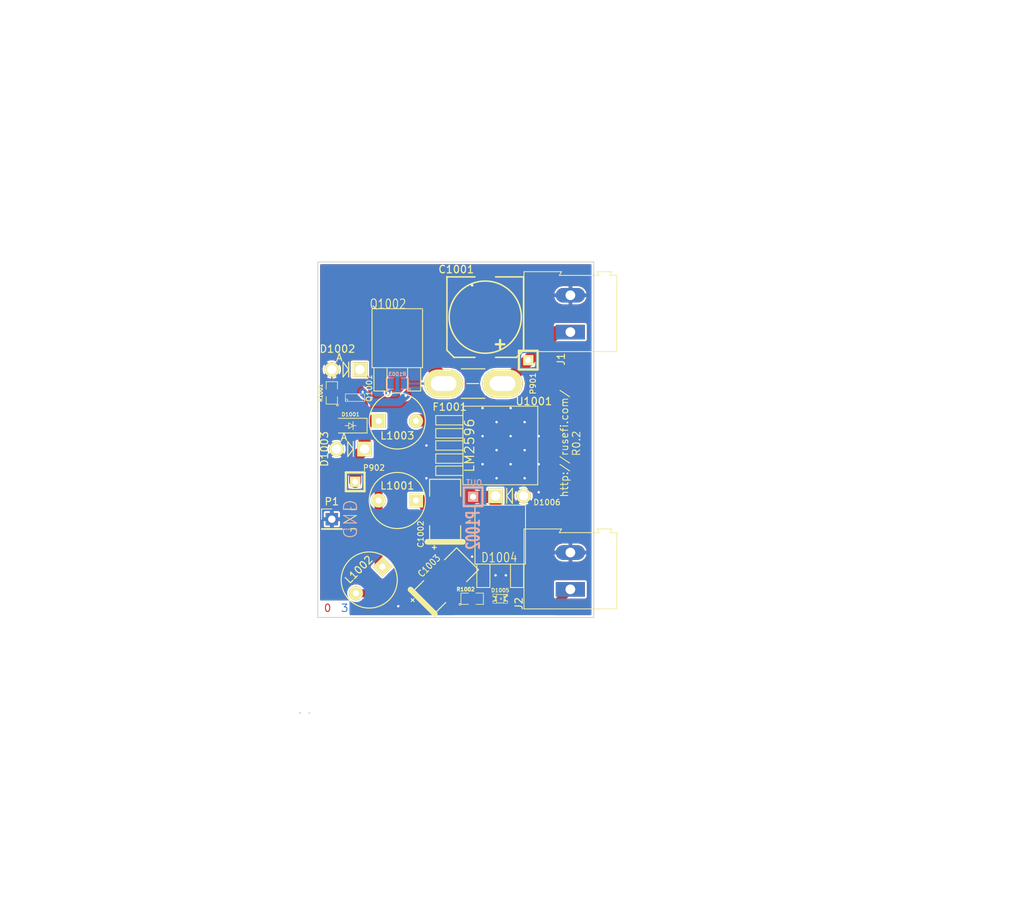
<source format=kicad_pcb>
(kicad_pcb (version 4) (host pcbnew 4.0.5)

  (general
    (links 41)
    (no_connects 0)
    (area 66.802002 20.32 205.740001 144.780001)
    (thickness 1.6)
    (drawings 26)
    (tracks 131)
    (zones 0)
    (modules 25)
    (nets 13)
  )

  (page A)
  (title_block
    (title frankenso-PWR-Supply)
    (date 2017-04-22)
    (rev R0.2)
    (company http://rusefi.com/)
  )

  (layers
    (0 F.Cu signal)
    (31 B.Cu signal)
    (32 B.Adhes user)
    (33 F.Adhes user)
    (34 B.Paste user)
    (35 F.Paste user)
    (36 B.SilkS user)
    (37 F.SilkS user)
    (38 B.Mask user)
    (39 F.Mask user)
    (40 Dwgs.User user)
    (41 Cmts.User user)
    (42 Eco1.User user)
    (43 Eco2.User user)
    (44 Edge.Cuts user)
  )

  (setup
    (last_trace_width 0.1524)
    (user_trace_width 0.1524)
    (user_trace_width 0.2159)
    (user_trace_width 0.3048)
    (user_trace_width 1.0668)
    (user_trace_width 1.651)
    (user_trace_width 1.6764)
    (user_trace_width 2.7178)
    (trace_clearance 0.1524)
    (zone_clearance 0.2159)
    (zone_45_only no)
    (trace_min 0.1524)
    (segment_width 0.127)
    (edge_width 0.127)
    (via_size 0.6858)
    (via_drill 0.3302)
    (via_min_size 0)
    (via_min_drill 0.3302)
    (user_via 0.6858 0.3302)
    (user_via 0.78994 0.43434)
    (user_via 1.54178 1.18618)
    (uvia_size 0.508)
    (uvia_drill 0.127)
    (uvias_allowed no)
    (uvia_min_size 0.508)
    (uvia_min_drill 0.127)
    (pcb_text_width 0.127)
    (pcb_text_size 1.016 1.016)
    (mod_edge_width 0.254)
    (mod_text_size 0.508 0.508)
    (mod_text_width 0.127)
    (pad_size 1.99898 1.99898)
    (pad_drill 1.27)
    (pad_to_mask_clearance 0.0762)
    (aux_axis_origin 109.855 104.14)
    (visible_elements 7FFEF67F)
    (pcbplotparams
      (layerselection 0x010fc_80000001)
      (usegerberextensions true)
      (excludeedgelayer true)
      (linewidth 0.100000)
      (plotframeref false)
      (viasonmask false)
      (mode 1)
      (useauxorigin false)
      (hpglpennumber 1)
      (hpglpenspeed 20)
      (hpglpendiameter 15)
      (hpglpenoverlay 2)
      (psnegative false)
      (psa4output false)
      (plotreference true)
      (plotvalue true)
      (plotinvisibletext false)
      (padsonsilk false)
      (subtractmaskfromsilk false)
      (outputformat 1)
      (mirror false)
      (drillshape 0)
      (scaleselection 1)
      (outputdirectory gerbers/))
  )

  (net 0 "")
  (net 1 GND)
  (net 2 "Net-(D1001-Pad1)")
  (net 3 "Net-(D1001-Pad2)")
  (net 4 "Net-(D1005-Pad1)")
  (net 5 /VBAT)
  (net 6 /FB)
  (net 7 /5V-REG)
  (net 8 /Vs1)
  (net 9 /OUT)
  (net 10 /Vin)
  (net 11 /Vf)
  (net 12 /Vs2)

  (net_class Default ""
    (clearance 0.1524)
    (trace_width 0.1524)
    (via_dia 0.6858)
    (via_drill 0.3302)
    (uvia_dia 0.508)
    (uvia_drill 0.127)
    (add_net /5V-REG)
    (add_net /FB)
    (add_net /OUT)
    (add_net /VBAT)
    (add_net /Vf)
    (add_net /Vin)
    (add_net /Vs1)
    (add_net /Vs2)
    (add_net GND)
    (add_net "Net-(D1001-Pad1)")
    (add_net "Net-(D1005-Pad1)")
  )

  (net_class "1A external" ""
    (clearance 0.2159)
    (trace_width 0.3048)
    (via_dia 0.6858)
    (via_drill 0.3302)
    (uvia_dia 0.508)
    (uvia_drill 0.127)
  )

  (net_class "2.5A external" ""
    (clearance 0.2159)
    (trace_width 1.0668)
    (via_dia 0.6858)
    (via_drill 0.3302)
    (uvia_dia 0.508)
    (uvia_drill 0.127)
  )

  (net_class "3.5A external" ""
    (clearance 0.2159)
    (trace_width 1.651)
    (via_dia 1.0922)
    (via_drill 0.6858)
    (uvia_dia 0.508)
    (uvia_drill 0.127)
    (add_net "Net-(D1001-Pad2)")
  )

  (net_class "3.5A external high voltage" ""
    (clearance 1.016)
    (trace_width 1.6764)
    (via_dia 0.6858)
    (via_drill 0.3302)
    (uvia_dia 0.508)
    (uvia_drill 0.127)
  )

  (net_class "5A external" ""
    (clearance 0.2159)
    (trace_width 2.7178)
    (via_dia 1.54178)
    (via_drill 1.18618)
    (uvia_dia 0.508)
    (uvia_drill 0.127)
  )

  (net_class Supply_200V ""
    (clearance 0.3048)
    (trace_width 1.0668)
    (via_dia 0.6858)
    (via_drill 0.3302)
    (uvia_dia 0.508)
    (uvia_drill 0.127)
  )

  (net_class min2_extern_.188A ""
    (clearance 0.1524)
    (trace_width 0.1524)
    (via_dia 0.6858)
    (via_drill 0.3302)
    (uvia_dia 0.508)
    (uvia_drill 0.127)
  )

  (net_class min_extern_.241A ""
    (clearance 0.2159)
    (trace_width 0.2159)
    (via_dia 0.6858)
    (via_drill 0.3302)
    (uvia_dia 0.508)
    (uvia_drill 0.127)
  )

  (module Diode_DO-41_SOD81_Vertical_AnodeUp (layer F.Cu) (tedit 58DFBCC7) (tstamp 56C21BE3)
    (at 116.205 81.28 180)
    (descr "Diode, DO-41, SOD81, Vertical, Anode Up,")
    (tags "Diode, DO-41, SOD81, Vertical, Anode Up, 1N4007, SB140,")
    (path /560C6855)
    (fp_text reference D1003 (at 5.461 0 270) (layer F.SilkS)
      (effects (font (size 1 1) (thickness 0.15)))
    )
    (fp_text value 24V (at 1.905 3.175 180) (layer F.Fab) hide
      (effects (font (size 1 1) (thickness 0.15)))
    )
    (fp_text user A (at 2.794 1.651 180) (layer F.SilkS)
      (effects (font (size 1 1) (thickness 0.15)))
    )
    (fp_line (start 1.524 0) (end 2.286 1.016) (layer F.SilkS) (width 0.15))
    (fp_line (start 1.524 0) (end 2.286 -1.016) (layer F.SilkS) (width 0.15))
    (fp_line (start 1.524 -1.016) (end 1.524 1.016) (layer F.SilkS) (width 0.15))
    (fp_line (start 2.286 -1.016) (end 2.286 1.016) (layer F.SilkS) (width 0.15))
    (pad 2 thru_hole circle (at 3.81 0 180) (size 1.99898 1.99898) (drill 1.27) (layers *.Cu *.Mask F.SilkS)
      (net 1 GND))
    (pad 1 thru_hole rect (at 0 0 180) (size 1.99898 1.99898) (drill 1.27) (layers *.Cu *.Mask F.SilkS)
      (net 2 "Net-(D1001-Pad1)"))
  )

  (module Diodes_SMD:D_SOD-123 (layer F.Cu) (tedit 58DFB95D) (tstamp 58DFB951)
    (at 114.3 78.105 180)
    (descr SOD-123)
    (tags SOD-123)
    (path /533A08FB)
    (attr smd)
    (fp_text reference D1001 (at 0 1.524 360) (layer F.SilkS)
      (effects (font (size 0.508 0.508) (thickness 0.1016)))
    )
    (fp_text value 7.5V (at 0 2.1 180) (layer F.Fab)
      (effects (font (size 1 1) (thickness 0.15)))
    )
    (fp_line (start -2.25 -1) (end -2.25 1) (layer F.SilkS) (width 0.12))
    (fp_line (start 0.25 0) (end 0.75 0) (layer F.SilkS) (width 0.1))
    (fp_line (start 0.25 0.4) (end -0.35 0) (layer F.SilkS) (width 0.1))
    (fp_line (start 0.25 -0.4) (end 0.25 0.4) (layer F.SilkS) (width 0.1))
    (fp_line (start -0.35 0) (end 0.25 -0.4) (layer F.SilkS) (width 0.1))
    (fp_line (start -0.35 0) (end -0.35 0.55) (layer F.SilkS) (width 0.1))
    (fp_line (start -0.35 0) (end -0.35 -0.55) (layer F.SilkS) (width 0.1))
    (fp_line (start -0.75 0) (end -0.35 0) (layer F.SilkS) (width 0.1))
    (fp_line (start -1.4 0.9) (end -1.4 -0.9) (layer F.Fab) (width 0.1))
    (fp_line (start 1.4 0.9) (end -1.4 0.9) (layer F.Fab) (width 0.1))
    (fp_line (start 1.4 -0.9) (end 1.4 0.9) (layer F.Fab) (width 0.1))
    (fp_line (start -1.4 -0.9) (end 1.4 -0.9) (layer F.Fab) (width 0.1))
    (fp_line (start -2.35 -1.15) (end 2.35 -1.15) (layer F.CrtYd) (width 0.05))
    (fp_line (start 2.35 -1.15) (end 2.35 1.15) (layer F.CrtYd) (width 0.05))
    (fp_line (start 2.35 1.15) (end -2.35 1.15) (layer F.CrtYd) (width 0.05))
    (fp_line (start -2.35 -1.15) (end -2.35 1.15) (layer F.CrtYd) (width 0.05))
    (fp_line (start -2.25 1) (end 1.65 1) (layer F.SilkS) (width 0.12))
    (fp_line (start -2.25 -1) (end 1.65 -1) (layer F.SilkS) (width 0.12))
    (pad 1 smd rect (at -1.65 0 180) (size 0.9 1.2) (layers F.Cu F.Paste F.Mask)
      (net 2 "Net-(D1001-Pad1)"))
    (pad 2 smd rect (at 1.65 0 180) (size 0.9 1.2) (layers F.Cu F.Paste F.Mask)
      (net 3 "Net-(D1001-Pad2)"))
    (model ${KISYS3DMOD}/Diodes_SMD.3dshapes/D_SOD-123.wrl
      (at (xyz 0 0 0))
      (scale (xyz 1 1 1))
      (rotate (xyz 0 0 0))
    )
  )

  (module DPAK5 (layer F.Cu) (tedit 5515EC03) (tstamp 533AAE79)
    (at 127.1425 80.7975 270)
    (tags "CMS DPACK")
    (path /52C4CA58)
    (fp_text reference U1001 (at -5.9945 -12.0495 360) (layer F.SilkS)
      (effects (font (size 1.016 1.016) (thickness 0.1524)))
    )
    (fp_text value LM2596 (at 0 -3.302 270) (layer F.SilkS)
      (effects (font (size 1.27 1.27) (thickness 0.1524)))
    )
    (fp_line (start 2.794 -2.413) (end 2.794 1.27) (layer F.SilkS) (width 0.127))
    (fp_line (start 2.794 1.27) (end 4.064 1.27) (layer F.SilkS) (width 0.127))
    (fp_line (start 4.064 1.27) (end 4.064 -2.413) (layer F.SilkS) (width 0.127))
    (fp_line (start 1.143 -2.413) (end 1.143 1.27) (layer F.SilkS) (width 0.127))
    (fp_line (start 1.143 1.27) (end 2.413 1.27) (layer F.SilkS) (width 0.127))
    (fp_line (start 2.413 1.27) (end 2.413 -2.413) (layer F.SilkS) (width 0.127))
    (fp_line (start -0.635 -2.413) (end -0.635 1.27) (layer F.SilkS) (width 0.127))
    (fp_line (start -0.635 1.27) (end 0.635 1.27) (layer F.SilkS) (width 0.127))
    (fp_line (start 0.635 1.27) (end 0.635 -2.413) (layer F.SilkS) (width 0.127))
    (fp_line (start -2.286 -2.413) (end -2.286 1.27) (layer F.SilkS) (width 0.127))
    (fp_line (start -2.286 1.27) (end -1.143 1.27) (layer F.SilkS) (width 0.127))
    (fp_line (start -1.143 1.27) (end -1.016 1.27) (layer F.SilkS) (width 0.127))
    (fp_line (start -1.016 1.27) (end -1.016 -2.413) (layer F.SilkS) (width 0.127))
    (fp_line (start -4.064 -2.413) (end -4.064 1.27) (layer F.SilkS) (width 0.127))
    (fp_line (start -4.064 1.27) (end -2.794 1.27) (layer F.SilkS) (width 0.127))
    (fp_line (start -2.794 1.27) (end -2.794 -2.413) (layer F.SilkS) (width 0.127))
    (fp_line (start -5.334 -2.413) (end 5.334 -2.413) (layer F.SilkS) (width 0.127))
    (fp_line (start 5.334 -2.413) (end 5.334 -12.573) (layer F.SilkS) (width 0.127))
    (fp_line (start 5.334 -12.573) (end -5.334 -12.573) (layer F.SilkS) (width 0.127))
    (fp_line (start -5.334 -12.573) (end -5.334 -2.413) (layer F.SilkS) (width 0.127))
    (pad 1 smd rect (at -3.4036 0 270) (size 1.0668 2.286) (layers F.Cu F.Paste F.Mask)
      (net 5 /VBAT))
    (pad 3 smd rect (at 0 -8.763 270) (size 10.668 8.89) (layers F.Cu F.Paste F.Mask)
      (net 1 GND))
    (pad 3 smd rect (at 0 0 270) (size 1.0668 2.286) (layers F.Cu F.Paste F.Mask)
      (net 1 GND))
    (pad 2 smd rect (at -1.7018 0 270) (size 1.0668 2.286) (layers F.Cu F.Paste F.Mask)
      (net 9 /OUT))
    (pad 4 smd rect (at 1.7018 0 270) (size 1.0668 2.286) (layers F.Cu F.Paste F.Mask)
      (net 6 /FB))
    (pad 5 smd rect (at 3.4036 0 270) (size 1.0668 2.286) (layers F.Cu F.Paste F.Mask)
      (net 1 GND))
    (model smd/dpack_5.wrl
      (at (xyz 0 0 0))
      (scale (xyz 1 1 1))
      (rotate (xyz 0 0 0))
    )
  )

  (module SMDSVP10 (layer F.Cu) (tedit 58A03748) (tstamp 5515EBC5)
    (at 132.588 63.373 90)
    (path /51297942)
    (attr smd)
    (fp_text reference C1001 (at 6.477 -3.937 180) (layer F.SilkS)
      (effects (font (size 1.016 1.00076) (thickness 0.15748)))
    )
    (fp_text value "330uF 35V" (at 0 2.79908 90) (layer F.SilkS) hide
      (effects (font (size 1.016 1.00076) (thickness 0.2032)))
    )
    (fp_line (start -5.461 4.191) (end -5.461 1.397) (layer F.SilkS) (width 0.2032))
    (fp_line (start -5.461 -4.191) (end -5.461 -1.397) (layer F.SilkS) (width 0.2032))
    (fp_line (start 5.461 5.207) (end 5.461 1.397) (layer F.SilkS) (width 0.2032))
    (fp_line (start 5.461 -5.207) (end 5.461 -1.397) (layer F.SilkS) (width 0.2032))
    (fp_text user + (at -3.683 1.905 90) (layer F.SilkS)
      (effects (font (thickness 0.3048)))
    )
    (fp_circle (center 0 0) (end 4.89966 0) (layer F.SilkS) (width 0.2032))
    (fp_line (start 5.4991 -5.19938) (end -4.50088 -5.19938) (layer F.SilkS) (width 0.2032))
    (fp_line (start -4.50088 -5.19938) (end -5.4991 -4.20116) (layer F.SilkS) (width 0.2032))
    (fp_line (start -5.4991 4.20116) (end -4.50088 5.19938) (layer F.SilkS) (width 0.2032))
    (fp_line (start -4.50088 5.19938) (end 5.4991 5.19938) (layer F.SilkS) (width 0.2032))
    (pad 1 smd rect (at -4.39928 0 90) (size 4.39928 1.89992) (layers F.Cu F.Paste F.Mask)
      (net 5 /VBAT))
    (pad 2 smd rect (at 4.30022 0 90) (size 4.39928 1.89992) (layers F.Cu F.Paste F.Mask)
      (net 1 GND))
    (model smd\capacitors\c_elec_10x10_5.wrl
      (at (xyz 0 0 0.001))
      (scale (xyz 1 1 1))
      (rotate (xyz 0 0 180))
    )
  )

  (module SM2512 (layer F.Cu) (tedit 58A036FB) (tstamp 539C2953)
    (at 127.1425 89.6875 90)
    (tags "CMS SM")
    (path /5378A039)
    (attr smd)
    (fp_text reference C1002 (at -3.1495 -3.3175 270) (layer F.SilkS)
      (effects (font (size 0.762 0.762) (thickness 0.127)))
    )
    (fp_text value "220uF 16V" (at 0.89916 0 180) (layer F.SilkS) hide
      (effects (font (size 0.889 0.762) (thickness 0.127)))
    )
    (fp_line (start -3.99956 -2.10058) (end -3.99956 2.10058) (layer F.SilkS) (width 0.14986))
    (fp_text user + (at -4.953 -1.524 90) (layer F.SilkS)
      (effects (font (size 0.7 0.7) (thickness 0.15)))
    )
    (fp_line (start -4.30022 -2.10058) (end -4.30022 2.10058) (layer F.SilkS) (width 0.14986))
    (fp_line (start 4.30022 -2.10058) (end 4.30022 2.10058) (layer F.SilkS) (width 0.14986))
    (fp_line (start 1.99644 2.10566) (end 4.28244 2.10566) (layer F.SilkS) (width 0.14986))
    (fp_line (start 4.28244 -2.10566) (end 1.99644 -2.10566) (layer F.SilkS) (width 0.14986))
    (fp_line (start -1.99898 -2.10566) (end -4.28498 -2.10566) (layer F.SilkS) (width 0.14986))
    (fp_line (start -4.28244 2.10566) (end -1.99644 2.10566) (layer F.SilkS) (width 0.14986))
    (pad 1 smd rect (at -2.99974 0 90) (size 1.99898 2.99974) (layers F.Cu F.Paste F.Mask)
      (net 6 /FB))
    (pad 2 smd rect (at 2.99974 0 90) (size 1.99898 2.99974) (layers F.Cu F.Paste F.Mask)
      (net 1 GND))
    (model smd\chip_smd_pol_wide.wrl
      (at (xyz 0 0 0))
      (scale (xyz 0.35 0.35 0.35))
      (rotate (xyz 0 0 0))
    )
  )

  (module SM2512 (layer F.Cu) (tedit 58A036EA) (tstamp 533AADFF)
    (at 127.1425 99.2125 45)
    (tags "CMS SM")
    (path /53D50AD9)
    (attr smd)
    (fp_text reference C1003 (at -0.082731 -2.992476 225) (layer F.SilkS)
      (effects (font (size 0.889 0.762) (thickness 0.127)))
    )
    (fp_text value "220uF 16V" (at 0.89916 0 135) (layer F.SilkS) hide
      (effects (font (size 0.889 0.762) (thickness 0.127)))
    )
    (fp_line (start -3.99956 -2.10058) (end -3.99956 2.10058) (layer F.SilkS) (width 0.14986))
    (fp_text user + (at -4.939141 -1.347038 45) (layer F.SilkS)
      (effects (font (size 0.7 0.7) (thickness 0.15)))
    )
    (fp_line (start -4.30022 -2.10058) (end -4.30022 2.10058) (layer F.SilkS) (width 0.14986))
    (fp_line (start 4.30022 -2.10058) (end 4.30022 2.10058) (layer F.SilkS) (width 0.14986))
    (fp_line (start 1.99644 2.10566) (end 4.28244 2.10566) (layer F.SilkS) (width 0.14986))
    (fp_line (start 4.28244 -2.10566) (end 1.99644 -2.10566) (layer F.SilkS) (width 0.14986))
    (fp_line (start -1.99898 -2.10566) (end -4.28498 -2.10566) (layer F.SilkS) (width 0.14986))
    (fp_line (start -4.28244 2.10566) (end -1.99644 2.10566) (layer F.SilkS) (width 0.14986))
    (pad 1 smd rect (at -2.99974 0 45) (size 1.99898 2.99974) (layers F.Cu F.Paste F.Mask)
      (net 7 /5V-REG))
    (pad 2 smd rect (at 2.99974 0 45) (size 1.99898 2.99974) (layers F.Cu F.Paste F.Mask)
      (net 1 GND))
    (model smd\chip_smd_pol_wide.wrl
      (at (xyz 0 0 0))
      (scale (xyz 0.35 0.35 0.35))
      (rotate (xyz 0 0 0))
    )
  )

  (module SM0805 (layer F.Cu) (tedit 58A1BF9A) (tstamp 533AAE20)
    (at 130.81 101.6)
    (path /512925E9)
    (attr smd)
    (fp_text reference R1002 (at -0.889 -1.27 180) (layer F.SilkS)
      (effects (font (size 0.508 0.508) (thickness 0.127)))
    )
    (fp_text value 1k (at 0 0.381) (layer F.SilkS) hide
      (effects (font (size 0.50038 0.50038) (thickness 0.10922)))
    )
    (fp_circle (center -1.651 0.762) (end -1.651 0.635) (layer F.SilkS) (width 0.09906))
    (fp_line (start -0.508 0.762) (end -1.524 0.762) (layer F.SilkS) (width 0.09906))
    (fp_line (start -1.524 0.762) (end -1.524 -0.762) (layer F.SilkS) (width 0.09906))
    (fp_line (start -1.524 -0.762) (end -0.508 -0.762) (layer F.SilkS) (width 0.09906))
    (fp_line (start 0.508 -0.762) (end 1.524 -0.762) (layer F.SilkS) (width 0.09906))
    (fp_line (start 1.524 -0.762) (end 1.524 0.762) (layer F.SilkS) (width 0.09906))
    (fp_line (start 1.524 0.762) (end 0.508 0.762) (layer F.SilkS) (width 0.09906))
    (pad 1 smd rect (at -0.9525 0) (size 0.889 1.397) (layers F.Cu F.Paste F.Mask)
      (net 6 /FB))
    (pad 2 smd rect (at 0.9525 0) (size 0.889 1.397) (layers F.Cu F.Paste F.Mask)
      (net 4 "Net-(D1005-Pad1)"))
    (model smd/chip_cms.wrl
      (at (xyz 0 0 0))
      (scale (xyz 0.1 0.1 0.1))
      (rotate (xyz 0 0 0))
    )
  )

  (module LED-0805 (layer F.Cu) (tedit 58A1BF92) (tstamp 533AAE5B)
    (at 134.62 101.6)
    (descr "LED 0805 smd package")
    (tags "LED 0805 SMD")
    (path /5129222C)
    (attr smd)
    (fp_text reference D1005 (at 0 -1.143) (layer F.SilkS)
      (effects (font (size 0.508 0.508) (thickness 0.1016)))
    )
    (fp_text value LED-grn (at 0 1.27) (layer F.SilkS) hide
      (effects (font (size 0.762 0.762) (thickness 0.127)))
    )
    (fp_line (start 0.49784 0.29972) (end 0.49784 0.62484) (layer F.SilkS) (width 0.06604))
    (fp_line (start 0.49784 0.62484) (end 0.99822 0.62484) (layer F.SilkS) (width 0.06604))
    (fp_line (start 0.99822 0.29972) (end 0.99822 0.62484) (layer F.SilkS) (width 0.06604))
    (fp_line (start 0.49784 0.29972) (end 0.99822 0.29972) (layer F.SilkS) (width 0.06604))
    (fp_line (start 0.49784 -0.32258) (end 0.49784 -0.17272) (layer F.SilkS) (width 0.06604))
    (fp_line (start 0.49784 -0.17272) (end 0.7493 -0.17272) (layer F.SilkS) (width 0.06604))
    (fp_line (start 0.7493 -0.32258) (end 0.7493 -0.17272) (layer F.SilkS) (width 0.06604))
    (fp_line (start 0.49784 -0.32258) (end 0.7493 -0.32258) (layer F.SilkS) (width 0.06604))
    (fp_line (start 0.49784 0.17272) (end 0.49784 0.32258) (layer F.SilkS) (width 0.06604))
    (fp_line (start 0.49784 0.32258) (end 0.7493 0.32258) (layer F.SilkS) (width 0.06604))
    (fp_line (start 0.7493 0.17272) (end 0.7493 0.32258) (layer F.SilkS) (width 0.06604))
    (fp_line (start 0.49784 0.17272) (end 0.7493 0.17272) (layer F.SilkS) (width 0.06604))
    (fp_line (start 0.49784 -0.19812) (end 0.49784 0.19812) (layer F.SilkS) (width 0.06604))
    (fp_line (start 0.49784 0.19812) (end 0.6731 0.19812) (layer F.SilkS) (width 0.06604))
    (fp_line (start 0.6731 -0.19812) (end 0.6731 0.19812) (layer F.SilkS) (width 0.06604))
    (fp_line (start 0.49784 -0.19812) (end 0.6731 -0.19812) (layer F.SilkS) (width 0.06604))
    (fp_line (start -0.99822 0.29972) (end -0.99822 0.62484) (layer F.SilkS) (width 0.06604))
    (fp_line (start -0.99822 0.62484) (end -0.49784 0.62484) (layer F.SilkS) (width 0.06604))
    (fp_line (start -0.49784 0.29972) (end -0.49784 0.62484) (layer F.SilkS) (width 0.06604))
    (fp_line (start -0.99822 0.29972) (end -0.49784 0.29972) (layer F.SilkS) (width 0.06604))
    (fp_line (start -0.99822 -0.62484) (end -0.99822 -0.29972) (layer F.SilkS) (width 0.06604))
    (fp_line (start -0.99822 -0.29972) (end -0.49784 -0.29972) (layer F.SilkS) (width 0.06604))
    (fp_line (start -0.49784 -0.62484) (end -0.49784 -0.29972) (layer F.SilkS) (width 0.06604))
    (fp_line (start -0.99822 -0.62484) (end -0.49784 -0.62484) (layer F.SilkS) (width 0.06604))
    (fp_line (start -0.7493 0.17272) (end -0.7493 0.32258) (layer F.SilkS) (width 0.06604))
    (fp_line (start -0.7493 0.32258) (end -0.49784 0.32258) (layer F.SilkS) (width 0.06604))
    (fp_line (start -0.49784 0.17272) (end -0.49784 0.32258) (layer F.SilkS) (width 0.06604))
    (fp_line (start -0.7493 0.17272) (end -0.49784 0.17272) (layer F.SilkS) (width 0.06604))
    (fp_line (start -0.7493 -0.32258) (end -0.7493 -0.17272) (layer F.SilkS) (width 0.06604))
    (fp_line (start -0.7493 -0.17272) (end -0.49784 -0.17272) (layer F.SilkS) (width 0.06604))
    (fp_line (start -0.49784 -0.32258) (end -0.49784 -0.17272) (layer F.SilkS) (width 0.06604))
    (fp_line (start -0.7493 -0.32258) (end -0.49784 -0.32258) (layer F.SilkS) (width 0.06604))
    (fp_line (start -0.6731 -0.19812) (end -0.6731 0.19812) (layer F.SilkS) (width 0.06604))
    (fp_line (start -0.6731 0.19812) (end -0.49784 0.19812) (layer F.SilkS) (width 0.06604))
    (fp_line (start -0.49784 -0.19812) (end -0.49784 0.19812) (layer F.SilkS) (width 0.06604))
    (fp_line (start -0.6731 -0.19812) (end -0.49784 -0.19812) (layer F.SilkS) (width 0.06604))
    (fp_line (start 0 -0.09906) (end 0 0.09906) (layer F.SilkS) (width 0.06604))
    (fp_line (start 0 0.09906) (end 0.19812 0.09906) (layer F.SilkS) (width 0.06604))
    (fp_line (start 0.19812 -0.09906) (end 0.19812 0.09906) (layer F.SilkS) (width 0.06604))
    (fp_line (start 0 -0.09906) (end 0.19812 -0.09906) (layer F.SilkS) (width 0.06604))
    (fp_line (start 0.49784 -0.59944) (end 0.49784 -0.29972) (layer F.SilkS) (width 0.06604))
    (fp_line (start 0.49784 -0.29972) (end 0.79756 -0.29972) (layer F.SilkS) (width 0.06604))
    (fp_line (start 0.79756 -0.59944) (end 0.79756 -0.29972) (layer F.SilkS) (width 0.06604))
    (fp_line (start 0.49784 -0.59944) (end 0.79756 -0.59944) (layer F.SilkS) (width 0.06604))
    (fp_line (start 0.92456 -0.62484) (end 0.92456 -0.39878) (layer F.SilkS) (width 0.06604))
    (fp_line (start 0.92456 -0.39878) (end 0.99822 -0.39878) (layer F.SilkS) (width 0.06604))
    (fp_line (start 0.99822 -0.62484) (end 0.99822 -0.39878) (layer F.SilkS) (width 0.06604))
    (fp_line (start 0.92456 -0.62484) (end 0.99822 -0.62484) (layer F.SilkS) (width 0.06604))
    (fp_line (start 0.52324 0.57404) (end -0.52324 0.57404) (layer F.SilkS) (width 0.1016))
    (fp_line (start -0.49784 -0.57404) (end 0.92456 -0.57404) (layer F.SilkS) (width 0.1016))
    (fp_circle (center 0.84836 -0.44958) (end 0.89916 -0.50038) (layer F.SilkS) (width 0.0508))
    (fp_arc (start 0.99822 0) (end 0.99822 0.34798) (angle 180) (layer F.SilkS) (width 0.1016))
    (fp_arc (start -0.99822 0) (end -0.99822 -0.34798) (angle 180) (layer F.SilkS) (width 0.1016))
    (pad 1 smd rect (at -1.04902 0) (size 1.19888 1.19888) (layers F.Cu F.Paste F.Mask)
      (net 4 "Net-(D1005-Pad1)"))
    (pad 2 smd rect (at 1.04902 0) (size 1.19888 1.19888) (layers F.Cu F.Paste F.Mask)
      (net 1 GND))
  )

  (module SM0805 (layer F.Cu) (tedit 58A03624) (tstamp 533A9B6E)
    (at 111.76 73.66 90)
    (path /533A08F3)
    (attr smd)
    (fp_text reference R1001 (at 0 -1.524 270) (layer F.SilkS)
      (effects (font (size 0.508 0.508) (thickness 0.127)))
    )
    (fp_text value 39k (at 0 0.381 90) (layer F.SilkS) hide
      (effects (font (size 0.50038 0.50038) (thickness 0.10922)))
    )
    (fp_circle (center -1.651 0.762) (end -1.651 0.635) (layer F.SilkS) (width 0.09906))
    (fp_line (start -0.508 0.762) (end -1.524 0.762) (layer F.SilkS) (width 0.09906))
    (fp_line (start -1.524 0.762) (end -1.524 -0.762) (layer F.SilkS) (width 0.09906))
    (fp_line (start -1.524 -0.762) (end -0.508 -0.762) (layer F.SilkS) (width 0.09906))
    (fp_line (start 0.508 -0.762) (end 1.524 -0.762) (layer F.SilkS) (width 0.09906))
    (fp_line (start 1.524 -0.762) (end 1.524 0.762) (layer F.SilkS) (width 0.09906))
    (fp_line (start 1.524 0.762) (end 0.508 0.762) (layer F.SilkS) (width 0.09906))
    (pad 1 smd rect (at -0.9525 0 90) (size 0.889 1.397) (layers F.Cu F.Paste F.Mask)
      (net 3 "Net-(D1001-Pad2)"))
    (pad 2 smd rect (at 0.9525 0 90) (size 0.889 1.397) (layers F.Cu F.Paste F.Mask)
      (net 1 GND))
    (model smd/chip_cms.wrl
      (at (xyz 0 0 0))
      (scale (xyz 0.1 0.1 0.1))
      (rotate (xyz 0 0 0))
    )
  )

  (module SIL-1 (layer B.Cu) (tedit 53EB32D0) (tstamp 533AADCB)
    (at 130.937 87.757 180)
    (descr "Connecteurs 1 pin")
    (tags "CONN DEV")
    (path /519D13C2)
    (fp_text reference P1002 (at -0.0155 -4.5465 450) (layer B.SilkS)
      (effects (font (size 1.72974 1.08712) (thickness 0.27178)) (justify mirror))
    )
    (fp_text value CONN_1 (at 0 2.54 180) (layer B.SilkS) hide
      (effects (font (size 1.524 1.016) (thickness 0.254)) (justify mirror))
    )
    (fp_line (start -1.27 -1.27) (end 1.27 -1.27) (layer B.SilkS) (width 0.3175))
    (fp_line (start -1.27 1.27) (end 1.27 1.27) (layer B.SilkS) (width 0.3175))
    (fp_line (start -1.27 -1.27) (end -1.27 1.27) (layer B.SilkS) (width 0.3048))
    (fp_line (start 1.27 1.27) (end 1.27 -1.27) (layer B.SilkS) (width 0.3048))
    (pad 1 thru_hole rect (at 0 0 180) (size 1.397 1.397) (drill 0.8128) (layers *.Cu *.Mask B.SilkS)
      (net 9 /OUT))
  )

  (module SOT23 (layer F.Cu) (tedit 58DFB968) (tstamp 533BF37F)
    (at 114.935 74.295)
    (tags SOT23)
    (path /52C6272D)
    (fp_text reference Q1001 (at 1.905 -1.27 90) (layer F.SilkS)
      (effects (font (size 0.762 0.762) (thickness 0.11938)))
    )
    (fp_text value 20V (at 0.0635 0) (layer F.SilkS) hide
      (effects (font (size 0.50038 0.50038) (thickness 0.09906)))
    )
    (fp_circle (center -1.17602 0.35052) (end -1.30048 0.44958) (layer F.SilkS) (width 0.07874))
    (fp_line (start 1.27 -0.508) (end 1.27 0.508) (layer F.SilkS) (width 0.07874))
    (fp_line (start -1.3335 -0.508) (end -1.3335 0.508) (layer F.SilkS) (width 0.07874))
    (fp_line (start 1.27 0.508) (end -1.3335 0.508) (layer F.SilkS) (width 0.07874))
    (fp_line (start -1.3335 -0.508) (end 1.27 -0.508) (layer F.SilkS) (width 0.07874))
    (pad 3 smd rect (at 0 -1.09982) (size 0.8001 1.00076) (layers F.Cu F.Paste F.Mask)
      (net 12 /Vs2))
    (pad 2 smd rect (at 0.9525 1.09982) (size 0.8001 1.00076) (layers F.Cu F.Paste F.Mask)
      (net 2 "Net-(D1001-Pad1)"))
    (pad 1 smd rect (at -0.9525 1.09982) (size 0.8001 1.00076) (layers F.Cu F.Paste F.Mask)
      (net 3 "Net-(D1001-Pad2)"))
    (model smd\SOT23_3.wrl
      (at (xyz 0 0 0))
      (scale (xyz 0.4 0.4 0.4))
      (rotate (xyz 0 0 180))
    )
  )

  (module SIL-1 (layer F.Cu) (tedit 53DEE452) (tstamp 53DEF3CB)
    (at 138.43 69.215)
    (descr "Connecteurs 1 pin")
    (tags "CONN DEV")
    (path /53DF5B0B)
    (fp_text reference P901 (at 0.635 3.175 90) (layer F.SilkS)
      (effects (font (size 0.762 0.762) (thickness 0.127)))
    )
    (fp_text value CONN_1 (at 0 -2.54) (layer F.SilkS) hide
      (effects (font (size 1.524 1.016) (thickness 0.254)))
    )
    (fp_line (start -1.27 1.27) (end 1.27 1.27) (layer F.SilkS) (width 0.3175))
    (fp_line (start -1.27 -1.27) (end 1.27 -1.27) (layer F.SilkS) (width 0.3175))
    (fp_line (start -1.27 1.27) (end -1.27 -1.27) (layer F.SilkS) (width 0.3048))
    (fp_line (start 1.27 -1.27) (end 1.27 1.27) (layer F.SilkS) (width 0.3048))
    (pad 1 thru_hole rect (at 0 0) (size 1.397 1.397) (drill 0.8128) (layers *.Cu *.Mask F.SilkS)
      (net 10 /Vin))
  )

  (module SIL-1 (layer F.Cu) (tedit 56C24233) (tstamp 53DEF3D4)
    (at 114.935 85.725)
    (descr "Connecteurs 1 pin")
    (tags "CONN DEV")
    (path /53DF5B1A)
    (fp_text reference P902 (at 2.54 -1.905 180) (layer F.SilkS)
      (effects (font (size 0.762 0.762) (thickness 0.127)))
    )
    (fp_text value CONN_1 (at 0 -2.54) (layer F.SilkS) hide
      (effects (font (size 1.524 1.016) (thickness 0.254)))
    )
    (fp_line (start -1.27 1.27) (end 1.27 1.27) (layer F.SilkS) (width 0.3175))
    (fp_line (start -1.27 -1.27) (end 1.27 -1.27) (layer F.SilkS) (width 0.3175))
    (fp_line (start -1.27 1.27) (end -1.27 -1.27) (layer F.SilkS) (width 0.3048))
    (fp_line (start 1.27 -1.27) (end 1.27 1.27) (layer F.SilkS) (width 0.3048))
    (pad 1 thru_hole rect (at 0 0) (size 1.397 1.397) (drill 0.8128) (layers *.Cu *.Mask F.SilkS)
      (net 2 "Net-(D1001-Pad1)"))
  )

  (module SM0805 (layer B.Cu) (tedit 58A03674) (tstamp 560DBA57)
    (at 120.65 72.39 180)
    (path /560A5E1C)
    (attr smd)
    (fp_text reference R1003 (at 0 1.27 180) (layer B.SilkS)
      (effects (font (size 0.50038 0.50038) (thickness 0.10922)) (justify mirror))
    )
    (fp_text value 100k (at 0 -0.381 180) (layer B.SilkS) hide
      (effects (font (size 0.50038 0.50038) (thickness 0.10922)) (justify mirror))
    )
    (fp_circle (center -1.651 -0.762) (end -1.651 -0.635) (layer B.SilkS) (width 0.09906))
    (fp_line (start -0.508 -0.762) (end -1.524 -0.762) (layer B.SilkS) (width 0.09906))
    (fp_line (start -1.524 -0.762) (end -1.524 0.762) (layer B.SilkS) (width 0.09906))
    (fp_line (start -1.524 0.762) (end -0.508 0.762) (layer B.SilkS) (width 0.09906))
    (fp_line (start 0.508 0.762) (end 1.524 0.762) (layer B.SilkS) (width 0.09906))
    (fp_line (start 1.524 0.762) (end 1.524 -0.762) (layer B.SilkS) (width 0.09906))
    (fp_line (start 1.524 -0.762) (end 0.508 -0.762) (layer B.SilkS) (width 0.09906))
    (pad 1 smd rect (at -0.9525 0 180) (size 0.889 1.397) (layers B.Cu B.Paste B.Mask)
      (net 11 /Vf))
    (pad 2 smd rect (at 0.9525 0 180) (size 0.889 1.397) (layers B.Cu B.Paste B.Mask)
      (net 8 /Vs1))
    (model smd/chip_cms.wrl
      (at (xyz 0 0 0))
      (scale (xyz 0.1 0.1 0.1))
      (rotate (xyz 0 0 0))
    )
  )

  (module Diode_DO-41_SOD81_Vertical_AnodeUp (layer F.Cu) (tedit 58DFBCD6) (tstamp 56C21BD9)
    (at 115.57 70.485 180)
    (descr "Diode, DO-41, SOD81, Vertical, Anode Up,")
    (tags "Diode, DO-41, SOD81, Vertical, Anode Up, 1N4007, SB140,")
    (path /560A5DFC)
    (fp_text reference D1002 (at 3.048 2.794 180) (layer F.SilkS)
      (effects (font (size 1 1) (thickness 0.15)))
    )
    (fp_text value 17V (at 1.905 -1.905 180) (layer F.Fab)
      (effects (font (size 1 1) (thickness 0.15)))
    )
    (fp_text user A (at 2.794 1.651 180) (layer F.SilkS)
      (effects (font (size 1 1) (thickness 0.15)))
    )
    (fp_line (start 1.524 0) (end 2.286 1.016) (layer F.SilkS) (width 0.15))
    (fp_line (start 1.524 0) (end 2.286 -1.016) (layer F.SilkS) (width 0.15))
    (fp_line (start 1.524 -1.016) (end 1.524 1.016) (layer F.SilkS) (width 0.15))
    (fp_line (start 2.286 -1.016) (end 2.286 1.016) (layer F.SilkS) (width 0.15))
    (pad 2 thru_hole circle (at 3.81 0 180) (size 1.99898 1.99898) (drill 1.27) (layers *.Cu *.Mask F.SilkS)
      (net 1 GND))
    (pad 1 thru_hole rect (at 0 0 180) (size 1.99898 1.99898) (drill 1.27) (layers *.Cu *.Mask F.SilkS)
      (net 8 /Vs1))
  )

  (module Diode_DO-41_SOD81_Vertical_AnodeUp (layer F.Cu) (tedit 58DFBDBD) (tstamp 56C21BED)
    (at 133.985 87.63)
    (descr "Diode, DO-41, SOD81, Vertical, Anode Up,")
    (tags "Diode, DO-41, SOD81, Vertical, Anode Up, 1N4007, SB140,")
    (path /533B6631)
    (fp_text reference D1006 (at 6.985 0.889 180) (layer F.SilkS)
      (effects (font (size 0.762 0.762) (thickness 0.127)))
    )
    (fp_text value DIODESCH (at 0.05 -2) (layer F.Fab) hide
      (effects (font (size 1 1) (thickness 0.15)))
    )
    (fp_text user A (at 2.794 1.651) (layer F.SilkS) hide
      (effects (font (size 1 1) (thickness 0.15)))
    )
    (fp_line (start 1.524 0) (end 2.286 1.016) (layer F.SilkS) (width 0.15))
    (fp_line (start 1.524 0) (end 2.286 -1.016) (layer F.SilkS) (width 0.15))
    (fp_line (start 1.524 -1.016) (end 1.524 1.016) (layer F.SilkS) (width 0.15))
    (fp_line (start 2.286 -1.016) (end 2.286 1.016) (layer F.SilkS) (width 0.15))
    (pad 2 thru_hole circle (at 3.81 0) (size 1.99898 1.99898) (drill 1.27) (layers *.Cu *.Mask F.SilkS)
      (net 1 GND))
    (pad 1 thru_hole rect (at 0 0) (size 1.99898 1.99898) (drill 1.27) (layers *.Cu *.Mask F.SilkS)
      (net 9 /OUT))
  )

  (module INDUCTOR_V (layer F.Cu) (tedit 0) (tstamp 56C21BF7)
    (at 120.65 88.265 180)
    (descr "Inductor (vertical)")
    (tags INDUCTOR)
    (path /56C8D544)
    (fp_text reference L1001 (at 0 1.99898 180) (layer F.SilkS)
      (effects (font (size 1 1) (thickness 0.15)))
    )
    (fp_text value 68uH (at 0.09906 -1.99898 180) (layer F.Fab)
      (effects (font (size 1 1) (thickness 0.15)))
    )
    (fp_circle (center 0 0) (end 3.81 0) (layer F.SilkS) (width 0.15))
    (pad 1 thru_hole rect (at -2.54 0 180) (size 1.905 1.905) (drill 0.8128) (layers *.Cu *.Mask F.SilkS)
      (net 9 /OUT))
    (pad 2 thru_hole circle (at 2.54 0 180) (size 1.905 1.905) (drill 0.8128) (layers *.Cu *.Mask F.SilkS)
      (net 6 /FB))
    (model Inductors.3dshapes/INDUCTOR_V.wrl
      (at (xyz 0 0 0))
      (scale (xyz 2 2 2))
      (rotate (xyz 0 0 0))
    )
  )

  (module INDUCTOR_V (layer F.Cu) (tedit 0) (tstamp 56C21BFD)
    (at 116.84 99.06 225)
    (descr "Inductor (vertical)")
    (tags INDUCTOR)
    (path /56C8D61D)
    (fp_text reference L1002 (at 0 1.99898 225) (layer F.SilkS)
      (effects (font (size 1 1) (thickness 0.15)))
    )
    (fp_text value 68uH (at 0.09906 -1.99898 225) (layer F.Fab)
      (effects (font (size 1 1) (thickness 0.15)))
    )
    (fp_circle (center 0 0) (end 3.81 0) (layer F.SilkS) (width 0.15))
    (pad 1 thru_hole rect (at -2.54 0 225) (size 1.905 1.905) (drill 0.8128) (layers *.Cu *.Mask F.SilkS)
      (net 6 /FB))
    (pad 2 thru_hole circle (at 2.54 0 225) (size 1.905 1.905) (drill 0.8128) (layers *.Cu *.Mask F.SilkS)
      (net 7 /5V-REG))
    (model Inductors.3dshapes/INDUCTOR_V.wrl
      (at (xyz 0 0 0))
      (scale (xyz 2 2 2))
      (rotate (xyz 0 0 0))
    )
  )

  (module INDUCTOR_V (layer F.Cu) (tedit 0) (tstamp 56C21C03)
    (at 120.65 77.47)
    (descr "Inductor (vertical)")
    (tags INDUCTOR)
    (path /56A514D5)
    (fp_text reference L1003 (at 0 1.99898) (layer F.SilkS)
      (effects (font (size 1 1) (thickness 0.15)))
    )
    (fp_text value 68uH (at 0.09906 -1.99898) (layer F.Fab)
      (effects (font (size 1 1) (thickness 0.15)))
    )
    (fp_circle (center 0 0) (end 3.81 0) (layer F.SilkS) (width 0.15))
    (pad 1 thru_hole rect (at -2.54 0) (size 1.905 1.905) (drill 0.8128) (layers *.Cu *.Mask F.SilkS)
      (net 2 "Net-(D1001-Pad1)"))
    (pad 2 thru_hole circle (at 2.54 0) (size 1.905 1.905) (drill 0.8128) (layers *.Cu *.Mask F.SilkS)
      (net 5 /VBAT))
    (model Inductors.3dshapes/INDUCTOR_V.wrl
      (at (xyz 0 0 0))
      (scale (xyz 2 2 2))
      (rotate (xyz 0 0 0))
    )
  )

  (module BladeFuse-Mini (layer F.Cu) (tedit 56C23F1E) (tstamp 56C247A8)
    (at 130.937 72.39 180)
    (path /533A8E21)
    (attr smd)
    (fp_text reference F1001 (at 3.175 -3.175 180) (layer F.SilkS)
      (effects (font (size 1 1) (thickness 0.15)))
    )
    (fp_text value 1.5A (at 3.81 3.175 180) (layer F.Fab)
      (effects (font (size 1 1) (thickness 0.15)))
    )
    (fp_line (start -0.75 0) (end 0.85 0) (layer F.SilkS) (width 0.15))
    (fp_line (start 1.6 2) (end -1.6 2) (layer F.SilkS) (width 0.15))
    (fp_line (start -1.6 -2) (end 1.6 -2) (layer F.SilkS) (width 0.15))
    (pad 1 thru_hole oval (at -4 0 180) (size 5.5 3.8) (drill oval 3.5 2) (layers *.Cu *.Mask F.SilkS)
      (net 10 /Vin))
    (pad 2 thru_hole oval (at 4 0 180) (size 5.3 3.8) (drill oval 3.5 2) (layers *.Cu *.Mask F.SilkS)
      (net 11 /Vf))
    (model Fuse_Holders_and_Fuses.3dshapes/BladeFuse-Mini.wrl
      (at (xyz 0 0 0))
      (scale (xyz 0.3937 0.3937 0.3937))
      (rotate (xyz 0 0 0))
    )
  )

  (module Connect:AK300-2 (layer F.Cu) (tedit 58A1DB75) (tstamp 58A1BA7F)
    (at 144.145 65.405 90)
    (descr CONNECTOR)
    (tags CONNECTOR)
    (path /58A3B164)
    (fp_text reference J1 (at -3.683 -1.27 90) (layer F.SilkS)
      (effects (font (size 1 1) (thickness 0.15)))
    )
    (fp_text value Screw_Terminal_1x02 (at 2.78 7.75 90) (layer F.Fab) hide
      (effects (font (size 1 1) (thickness 0.15)))
    )
    (fp_line (start -2.65 -6.3) (end -2.65 6.3) (layer F.SilkS) (width 0.12))
    (fp_line (start -2.65 6.3) (end 7.7 6.3) (layer F.SilkS) (width 0.12))
    (fp_line (start 7.7 6.3) (end 7.7 5.35) (layer F.SilkS) (width 0.12))
    (fp_line (start 7.7 5.35) (end 8.2 5.6) (layer F.SilkS) (width 0.12))
    (fp_line (start 8.2 5.6) (end 8.2 3.7) (layer F.SilkS) (width 0.12))
    (fp_line (start 8.2 3.7) (end 8.2 3.65) (layer F.SilkS) (width 0.12))
    (fp_line (start 8.2 3.65) (end 7.7 3.9) (layer F.SilkS) (width 0.12))
    (fp_line (start 7.7 3.9) (end 7.7 -1.5) (layer F.SilkS) (width 0.12))
    (fp_line (start 7.7 -1.5) (end 8.2 -1.2) (layer F.SilkS) (width 0.12))
    (fp_line (start 8.2 -1.2) (end 8.2 -6.3) (layer F.SilkS) (width 0.12))
    (fp_line (start 8.2 -6.3) (end -2.65 -6.3) (layer F.SilkS) (width 0.12))
    (fp_line (start 8.36 -6.47) (end -2.83 -6.47) (layer F.CrtYd) (width 0.05))
    (fp_line (start 8.36 6.47) (end 8.36 -6.47) (layer F.CrtYd) (width 0.05))
    (fp_line (start -2.83 6.47) (end 8.36 6.47) (layer F.CrtYd) (width 0.05))
    (fp_line (start -2.83 -6.47) (end -2.83 6.47) (layer F.CrtYd) (width 0.05))
    (fp_line (start -1.26 2.54) (end 1.28 2.54) (layer F.Fab) (width 0.1))
    (fp_line (start 1.28 2.54) (end 1.28 -0.25) (layer F.Fab) (width 0.1))
    (fp_line (start -1.26 -0.25) (end 1.28 -0.25) (layer F.Fab) (width 0.1))
    (fp_line (start -1.26 2.54) (end -1.26 -0.25) (layer F.Fab) (width 0.1))
    (fp_line (start 3.74 2.54) (end 6.28 2.54) (layer F.Fab) (width 0.1))
    (fp_line (start 6.28 2.54) (end 6.28 -0.25) (layer F.Fab) (width 0.1))
    (fp_line (start 3.74 -0.25) (end 6.28 -0.25) (layer F.Fab) (width 0.1))
    (fp_line (start 3.74 2.54) (end 3.74 -0.25) (layer F.Fab) (width 0.1))
    (fp_line (start 7.61 -6.22) (end 7.61 -3.17) (layer F.Fab) (width 0.1))
    (fp_line (start 7.61 -6.22) (end -2.58 -6.22) (layer F.Fab) (width 0.1))
    (fp_line (start 7.61 -6.22) (end 8.11 -6.22) (layer F.Fab) (width 0.1))
    (fp_line (start 8.11 -6.22) (end 8.11 -1.4) (layer F.Fab) (width 0.1))
    (fp_line (start 8.11 -1.4) (end 7.61 -1.65) (layer F.Fab) (width 0.1))
    (fp_line (start 8.11 5.46) (end 7.61 5.21) (layer F.Fab) (width 0.1))
    (fp_line (start 7.61 5.21) (end 7.61 6.22) (layer F.Fab) (width 0.1))
    (fp_line (start 8.11 3.81) (end 7.61 4.06) (layer F.Fab) (width 0.1))
    (fp_line (start 7.61 4.06) (end 7.61 5.21) (layer F.Fab) (width 0.1))
    (fp_line (start 8.11 3.81) (end 8.11 5.46) (layer F.Fab) (width 0.1))
    (fp_line (start 2.98 6.22) (end 2.98 4.32) (layer F.Fab) (width 0.1))
    (fp_line (start 7.05 -0.25) (end 7.05 4.32) (layer F.Fab) (width 0.1))
    (fp_line (start 2.98 6.22) (end 7.05 6.22) (layer F.Fab) (width 0.1))
    (fp_line (start 7.05 6.22) (end 7.61 6.22) (layer F.Fab) (width 0.1))
    (fp_line (start 2.04 6.22) (end 2.04 4.32) (layer F.Fab) (width 0.1))
    (fp_line (start 2.04 6.22) (end 2.98 6.22) (layer F.Fab) (width 0.1))
    (fp_line (start -2.02 -0.25) (end -2.02 4.32) (layer F.Fab) (width 0.1))
    (fp_line (start -2.58 6.22) (end -2.02 6.22) (layer F.Fab) (width 0.1))
    (fp_line (start -2.02 6.22) (end 2.04 6.22) (layer F.Fab) (width 0.1))
    (fp_line (start 2.98 4.32) (end 7.05 4.32) (layer F.Fab) (width 0.1))
    (fp_line (start 2.98 4.32) (end 2.98 -0.25) (layer F.Fab) (width 0.1))
    (fp_line (start 7.05 4.32) (end 7.05 6.22) (layer F.Fab) (width 0.1))
    (fp_line (start 2.04 4.32) (end -2.02 4.32) (layer F.Fab) (width 0.1))
    (fp_line (start 2.04 4.32) (end 2.04 -0.25) (layer F.Fab) (width 0.1))
    (fp_line (start -2.02 4.32) (end -2.02 6.22) (layer F.Fab) (width 0.1))
    (fp_line (start 6.67 3.68) (end 6.67 0.51) (layer F.Fab) (width 0.1))
    (fp_line (start 6.67 3.68) (end 3.36 3.68) (layer F.Fab) (width 0.1))
    (fp_line (start 3.36 3.68) (end 3.36 0.51) (layer F.Fab) (width 0.1))
    (fp_line (start 1.66 3.68) (end 1.66 0.51) (layer F.Fab) (width 0.1))
    (fp_line (start 1.66 3.68) (end -1.64 3.68) (layer F.Fab) (width 0.1))
    (fp_line (start -1.64 3.68) (end -1.64 0.51) (layer F.Fab) (width 0.1))
    (fp_line (start -1.64 0.51) (end -1.26 0.51) (layer F.Fab) (width 0.1))
    (fp_line (start 1.66 0.51) (end 1.28 0.51) (layer F.Fab) (width 0.1))
    (fp_line (start 3.36 0.51) (end 3.74 0.51) (layer F.Fab) (width 0.1))
    (fp_line (start 6.67 0.51) (end 6.28 0.51) (layer F.Fab) (width 0.1))
    (fp_line (start -2.58 6.22) (end -2.58 -0.64) (layer F.Fab) (width 0.1))
    (fp_line (start -2.58 -0.64) (end -2.58 -3.17) (layer F.Fab) (width 0.1))
    (fp_line (start 7.61 -1.65) (end 7.61 -0.64) (layer F.Fab) (width 0.1))
    (fp_line (start 7.61 -0.64) (end 7.61 4.06) (layer F.Fab) (width 0.1))
    (fp_line (start -2.58 -3.17) (end 7.61 -3.17) (layer F.Fab) (width 0.1))
    (fp_line (start -2.58 -3.17) (end -2.58 -6.22) (layer F.Fab) (width 0.1))
    (fp_line (start 7.61 -3.17) (end 7.61 -1.65) (layer F.Fab) (width 0.1))
    (fp_line (start 2.98 -3.43) (end 2.98 -5.97) (layer F.Fab) (width 0.1))
    (fp_line (start 2.98 -5.97) (end 7.05 -5.97) (layer F.Fab) (width 0.1))
    (fp_line (start 7.05 -5.97) (end 7.05 -3.43) (layer F.Fab) (width 0.1))
    (fp_line (start 7.05 -3.43) (end 2.98 -3.43) (layer F.Fab) (width 0.1))
    (fp_line (start 2.04 -3.43) (end 2.04 -5.97) (layer F.Fab) (width 0.1))
    (fp_line (start 2.04 -3.43) (end -2.02 -3.43) (layer F.Fab) (width 0.1))
    (fp_line (start -2.02 -3.43) (end -2.02 -5.97) (layer F.Fab) (width 0.1))
    (fp_line (start 2.04 -5.97) (end -2.02 -5.97) (layer F.Fab) (width 0.1))
    (fp_line (start 3.39 -4.45) (end 6.44 -5.08) (layer F.Fab) (width 0.1))
    (fp_line (start 3.52 -4.32) (end 6.56 -4.95) (layer F.Fab) (width 0.1))
    (fp_line (start -1.62 -4.45) (end 1.44 -5.08) (layer F.Fab) (width 0.1))
    (fp_line (start -1.49 -4.32) (end 1.56 -4.95) (layer F.Fab) (width 0.1))
    (fp_line (start -2.02 -0.25) (end -1.64 -0.25) (layer F.Fab) (width 0.1))
    (fp_line (start 2.04 -0.25) (end 1.66 -0.25) (layer F.Fab) (width 0.1))
    (fp_line (start 1.66 -0.25) (end -1.64 -0.25) (layer F.Fab) (width 0.1))
    (fp_line (start -2.58 -0.64) (end -1.64 -0.64) (layer F.Fab) (width 0.1))
    (fp_line (start -1.64 -0.64) (end 1.66 -0.64) (layer F.Fab) (width 0.1))
    (fp_line (start 1.66 -0.64) (end 3.36 -0.64) (layer F.Fab) (width 0.1))
    (fp_line (start 7.61 -0.64) (end 6.67 -0.64) (layer F.Fab) (width 0.1))
    (fp_line (start 6.67 -0.64) (end 3.36 -0.64) (layer F.Fab) (width 0.1))
    (fp_line (start 7.05 -0.25) (end 6.67 -0.25) (layer F.Fab) (width 0.1))
    (fp_line (start 2.98 -0.25) (end 3.36 -0.25) (layer F.Fab) (width 0.1))
    (fp_line (start 3.36 -0.25) (end 6.67 -0.25) (layer F.Fab) (width 0.1))
    (fp_arc (start 6.03 -4.59) (end 6.54 -5.05) (angle 90.5) (layer F.Fab) (width 0.1))
    (fp_arc (start 5.07 -6.07) (end 6.53 -4.12) (angle 75.5) (layer F.Fab) (width 0.1))
    (fp_arc (start 4.99 -3.71) (end 3.39 -5) (angle 100) (layer F.Fab) (width 0.1))
    (fp_arc (start 3.87 -4.65) (end 3.58 -4.13) (angle 104.2) (layer F.Fab) (width 0.1))
    (fp_arc (start 1.03 -4.59) (end 1.53 -5.05) (angle 90.5) (layer F.Fab) (width 0.1))
    (fp_arc (start 0.06 -6.07) (end 1.53 -4.12) (angle 75.5) (layer F.Fab) (width 0.1))
    (fp_arc (start -0.01 -3.71) (end -1.62 -5) (angle 100) (layer F.Fab) (width 0.1))
    (fp_arc (start -1.13 -4.65) (end -1.42 -4.13) (angle 104.2) (layer F.Fab) (width 0.1))
    (pad 1 thru_hole rect (at 0 0 90) (size 1.98 3.96) (drill 1.32) (layers *.Cu F.Paste F.Mask)
      (net 10 /Vin))
    (pad 2 thru_hole oval (at 5 0 90) (size 1.98 3.96) (drill 1.32) (layers *.Cu F.Paste F.Mask)
      (net 1 GND))
  )

  (module Connect:AK300-2 (layer F.Cu) (tedit 58A1B187) (tstamp 58A1BAE5)
    (at 144.145 100.33 90)
    (descr CONNECTOR)
    (tags CONNECTOR)
    (path /58A3B30A)
    (fp_text reference J2 (at -1.92 -6.99 90) (layer F.SilkS)
      (effects (font (size 1 1) (thickness 0.15)))
    )
    (fp_text value Screw_Terminal_1x02 (at 2.78 7.75 90) (layer F.Fab) hide
      (effects (font (size 1 1) (thickness 0.15)))
    )
    (fp_line (start -2.65 -6.3) (end -2.65 6.3) (layer F.SilkS) (width 0.12))
    (fp_line (start -2.65 6.3) (end 7.7 6.3) (layer F.SilkS) (width 0.12))
    (fp_line (start 7.7 6.3) (end 7.7 5.35) (layer F.SilkS) (width 0.12))
    (fp_line (start 7.7 5.35) (end 8.2 5.6) (layer F.SilkS) (width 0.12))
    (fp_line (start 8.2 5.6) (end 8.2 3.7) (layer F.SilkS) (width 0.12))
    (fp_line (start 8.2 3.7) (end 8.2 3.65) (layer F.SilkS) (width 0.12))
    (fp_line (start 8.2 3.65) (end 7.7 3.9) (layer F.SilkS) (width 0.12))
    (fp_line (start 7.7 3.9) (end 7.7 -1.5) (layer F.SilkS) (width 0.12))
    (fp_line (start 7.7 -1.5) (end 8.2 -1.2) (layer F.SilkS) (width 0.12))
    (fp_line (start 8.2 -1.2) (end 8.2 -6.3) (layer F.SilkS) (width 0.12))
    (fp_line (start 8.2 -6.3) (end -2.65 -6.3) (layer F.SilkS) (width 0.12))
    (fp_line (start 8.36 -6.47) (end -2.83 -6.47) (layer F.CrtYd) (width 0.05))
    (fp_line (start 8.36 6.47) (end 8.36 -6.47) (layer F.CrtYd) (width 0.05))
    (fp_line (start -2.83 6.47) (end 8.36 6.47) (layer F.CrtYd) (width 0.05))
    (fp_line (start -2.83 -6.47) (end -2.83 6.47) (layer F.CrtYd) (width 0.05))
    (fp_line (start -1.26 2.54) (end 1.28 2.54) (layer F.Fab) (width 0.1))
    (fp_line (start 1.28 2.54) (end 1.28 -0.25) (layer F.Fab) (width 0.1))
    (fp_line (start -1.26 -0.25) (end 1.28 -0.25) (layer F.Fab) (width 0.1))
    (fp_line (start -1.26 2.54) (end -1.26 -0.25) (layer F.Fab) (width 0.1))
    (fp_line (start 3.74 2.54) (end 6.28 2.54) (layer F.Fab) (width 0.1))
    (fp_line (start 6.28 2.54) (end 6.28 -0.25) (layer F.Fab) (width 0.1))
    (fp_line (start 3.74 -0.25) (end 6.28 -0.25) (layer F.Fab) (width 0.1))
    (fp_line (start 3.74 2.54) (end 3.74 -0.25) (layer F.Fab) (width 0.1))
    (fp_line (start 7.61 -6.22) (end 7.61 -3.17) (layer F.Fab) (width 0.1))
    (fp_line (start 7.61 -6.22) (end -2.58 -6.22) (layer F.Fab) (width 0.1))
    (fp_line (start 7.61 -6.22) (end 8.11 -6.22) (layer F.Fab) (width 0.1))
    (fp_line (start 8.11 -6.22) (end 8.11 -1.4) (layer F.Fab) (width 0.1))
    (fp_line (start 8.11 -1.4) (end 7.61 -1.65) (layer F.Fab) (width 0.1))
    (fp_line (start 8.11 5.46) (end 7.61 5.21) (layer F.Fab) (width 0.1))
    (fp_line (start 7.61 5.21) (end 7.61 6.22) (layer F.Fab) (width 0.1))
    (fp_line (start 8.11 3.81) (end 7.61 4.06) (layer F.Fab) (width 0.1))
    (fp_line (start 7.61 4.06) (end 7.61 5.21) (layer F.Fab) (width 0.1))
    (fp_line (start 8.11 3.81) (end 8.11 5.46) (layer F.Fab) (width 0.1))
    (fp_line (start 2.98 6.22) (end 2.98 4.32) (layer F.Fab) (width 0.1))
    (fp_line (start 7.05 -0.25) (end 7.05 4.32) (layer F.Fab) (width 0.1))
    (fp_line (start 2.98 6.22) (end 7.05 6.22) (layer F.Fab) (width 0.1))
    (fp_line (start 7.05 6.22) (end 7.61 6.22) (layer F.Fab) (width 0.1))
    (fp_line (start 2.04 6.22) (end 2.04 4.32) (layer F.Fab) (width 0.1))
    (fp_line (start 2.04 6.22) (end 2.98 6.22) (layer F.Fab) (width 0.1))
    (fp_line (start -2.02 -0.25) (end -2.02 4.32) (layer F.Fab) (width 0.1))
    (fp_line (start -2.58 6.22) (end -2.02 6.22) (layer F.Fab) (width 0.1))
    (fp_line (start -2.02 6.22) (end 2.04 6.22) (layer F.Fab) (width 0.1))
    (fp_line (start 2.98 4.32) (end 7.05 4.32) (layer F.Fab) (width 0.1))
    (fp_line (start 2.98 4.32) (end 2.98 -0.25) (layer F.Fab) (width 0.1))
    (fp_line (start 7.05 4.32) (end 7.05 6.22) (layer F.Fab) (width 0.1))
    (fp_line (start 2.04 4.32) (end -2.02 4.32) (layer F.Fab) (width 0.1))
    (fp_line (start 2.04 4.32) (end 2.04 -0.25) (layer F.Fab) (width 0.1))
    (fp_line (start -2.02 4.32) (end -2.02 6.22) (layer F.Fab) (width 0.1))
    (fp_line (start 6.67 3.68) (end 6.67 0.51) (layer F.Fab) (width 0.1))
    (fp_line (start 6.67 3.68) (end 3.36 3.68) (layer F.Fab) (width 0.1))
    (fp_line (start 3.36 3.68) (end 3.36 0.51) (layer F.Fab) (width 0.1))
    (fp_line (start 1.66 3.68) (end 1.66 0.51) (layer F.Fab) (width 0.1))
    (fp_line (start 1.66 3.68) (end -1.64 3.68) (layer F.Fab) (width 0.1))
    (fp_line (start -1.64 3.68) (end -1.64 0.51) (layer F.Fab) (width 0.1))
    (fp_line (start -1.64 0.51) (end -1.26 0.51) (layer F.Fab) (width 0.1))
    (fp_line (start 1.66 0.51) (end 1.28 0.51) (layer F.Fab) (width 0.1))
    (fp_line (start 3.36 0.51) (end 3.74 0.51) (layer F.Fab) (width 0.1))
    (fp_line (start 6.67 0.51) (end 6.28 0.51) (layer F.Fab) (width 0.1))
    (fp_line (start -2.58 6.22) (end -2.58 -0.64) (layer F.Fab) (width 0.1))
    (fp_line (start -2.58 -0.64) (end -2.58 -3.17) (layer F.Fab) (width 0.1))
    (fp_line (start 7.61 -1.65) (end 7.61 -0.64) (layer F.Fab) (width 0.1))
    (fp_line (start 7.61 -0.64) (end 7.61 4.06) (layer F.Fab) (width 0.1))
    (fp_line (start -2.58 -3.17) (end 7.61 -3.17) (layer F.Fab) (width 0.1))
    (fp_line (start -2.58 -3.17) (end -2.58 -6.22) (layer F.Fab) (width 0.1))
    (fp_line (start 7.61 -3.17) (end 7.61 -1.65) (layer F.Fab) (width 0.1))
    (fp_line (start 2.98 -3.43) (end 2.98 -5.97) (layer F.Fab) (width 0.1))
    (fp_line (start 2.98 -5.97) (end 7.05 -5.97) (layer F.Fab) (width 0.1))
    (fp_line (start 7.05 -5.97) (end 7.05 -3.43) (layer F.Fab) (width 0.1))
    (fp_line (start 7.05 -3.43) (end 2.98 -3.43) (layer F.Fab) (width 0.1))
    (fp_line (start 2.04 -3.43) (end 2.04 -5.97) (layer F.Fab) (width 0.1))
    (fp_line (start 2.04 -3.43) (end -2.02 -3.43) (layer F.Fab) (width 0.1))
    (fp_line (start -2.02 -3.43) (end -2.02 -5.97) (layer F.Fab) (width 0.1))
    (fp_line (start 2.04 -5.97) (end -2.02 -5.97) (layer F.Fab) (width 0.1))
    (fp_line (start 3.39 -4.45) (end 6.44 -5.08) (layer F.Fab) (width 0.1))
    (fp_line (start 3.52 -4.32) (end 6.56 -4.95) (layer F.Fab) (width 0.1))
    (fp_line (start -1.62 -4.45) (end 1.44 -5.08) (layer F.Fab) (width 0.1))
    (fp_line (start -1.49 -4.32) (end 1.56 -4.95) (layer F.Fab) (width 0.1))
    (fp_line (start -2.02 -0.25) (end -1.64 -0.25) (layer F.Fab) (width 0.1))
    (fp_line (start 2.04 -0.25) (end 1.66 -0.25) (layer F.Fab) (width 0.1))
    (fp_line (start 1.66 -0.25) (end -1.64 -0.25) (layer F.Fab) (width 0.1))
    (fp_line (start -2.58 -0.64) (end -1.64 -0.64) (layer F.Fab) (width 0.1))
    (fp_line (start -1.64 -0.64) (end 1.66 -0.64) (layer F.Fab) (width 0.1))
    (fp_line (start 1.66 -0.64) (end 3.36 -0.64) (layer F.Fab) (width 0.1))
    (fp_line (start 7.61 -0.64) (end 6.67 -0.64) (layer F.Fab) (width 0.1))
    (fp_line (start 6.67 -0.64) (end 3.36 -0.64) (layer F.Fab) (width 0.1))
    (fp_line (start 7.05 -0.25) (end 6.67 -0.25) (layer F.Fab) (width 0.1))
    (fp_line (start 2.98 -0.25) (end 3.36 -0.25) (layer F.Fab) (width 0.1))
    (fp_line (start 3.36 -0.25) (end 6.67 -0.25) (layer F.Fab) (width 0.1))
    (fp_arc (start 6.03 -4.59) (end 6.54 -5.05) (angle 90.5) (layer F.Fab) (width 0.1))
    (fp_arc (start 5.07 -6.07) (end 6.53 -4.12) (angle 75.5) (layer F.Fab) (width 0.1))
    (fp_arc (start 4.99 -3.71) (end 3.39 -5) (angle 100) (layer F.Fab) (width 0.1))
    (fp_arc (start 3.87 -4.65) (end 3.58 -4.13) (angle 104.2) (layer F.Fab) (width 0.1))
    (fp_arc (start 1.03 -4.59) (end 1.53 -5.05) (angle 90.5) (layer F.Fab) (width 0.1))
    (fp_arc (start 0.06 -6.07) (end 1.53 -4.12) (angle 75.5) (layer F.Fab) (width 0.1))
    (fp_arc (start -0.01 -3.71) (end -1.62 -5) (angle 100) (layer F.Fab) (width 0.1))
    (fp_arc (start -1.13 -4.65) (end -1.42 -4.13) (angle 104.2) (layer F.Fab) (width 0.1))
    (pad 1 thru_hole rect (at 0 0 90) (size 1.98 3.96) (drill 1.32) (layers *.Cu F.Paste F.Mask)
      (net 7 /5V-REG))
    (pad 2 thru_hole oval (at 5 0 90) (size 1.98 3.96) (drill 1.32) (layers *.Cu F.Paste F.Mask)
      (net 1 GND))
  )

  (module Pin_Headers:Pin_Header_Straight_1x01_Pitch2.54mm (layer F.Cu) (tedit 58A1B3B7) (tstamp 58A1BFD3)
    (at 111.76 90.805)
    (descr "Through hole straight pin header, 1x01, 2.54mm pitch, single row")
    (tags "Through hole pin header THT 1x01 2.54mm single row")
    (path /58A3BD37)
    (fp_text reference P1 (at 0 -2.39) (layer F.SilkS)
      (effects (font (size 1 1) (thickness 0.15)))
    )
    (fp_text value CONN_1 (at 0 2.39) (layer F.Fab) hide
      (effects (font (size 1 1) (thickness 0.15)))
    )
    (fp_line (start -1.27 -1.27) (end -1.27 1.27) (layer F.Fab) (width 0.1))
    (fp_line (start -1.27 1.27) (end 1.27 1.27) (layer F.Fab) (width 0.1))
    (fp_line (start 1.27 1.27) (end 1.27 -1.27) (layer F.Fab) (width 0.1))
    (fp_line (start 1.27 -1.27) (end -1.27 -1.27) (layer F.Fab) (width 0.1))
    (fp_line (start -1.39 1.27) (end -1.39 1.39) (layer F.SilkS) (width 0.12))
    (fp_line (start -1.39 1.39) (end 1.39 1.39) (layer F.SilkS) (width 0.12))
    (fp_line (start 1.39 1.39) (end 1.39 1.27) (layer F.SilkS) (width 0.12))
    (fp_line (start 1.39 1.27) (end -1.39 1.27) (layer F.SilkS) (width 0.12))
    (fp_line (start -1.39 0) (end -1.39 -1.39) (layer F.SilkS) (width 0.12))
    (fp_line (start -1.39 -1.39) (end 0 -1.39) (layer F.SilkS) (width 0.12))
    (fp_line (start -1.6 -1.6) (end -1.6 1.6) (layer F.CrtYd) (width 0.05))
    (fp_line (start -1.6 1.6) (end 1.6 1.6) (layer F.CrtYd) (width 0.05))
    (fp_line (start 1.6 1.6) (end 1.6 -1.6) (layer F.CrtYd) (width 0.05))
    (fp_line (start 1.6 -1.6) (end -1.6 -1.6) (layer F.CrtYd) (width 0.05))
    (pad 1 thru_hole rect (at 0 0) (size 1.7 1.7) (drill 1) (layers *.Cu *.Mask)
      (net 1 GND))
    (model Pin_Headers.3dshapes/Pin_Header_Straight_1x01_Pitch2.54mm.wrl
      (at (xyz 0 0 0))
      (scale (xyz 1 1 1))
      (rotate (xyz 0 0 90))
    )
  )

  (module DPAK2 (layer F.Cu) (tedit 58A1DB4B) (tstamp 58A1DB9A)
    (at 134.62 98.425)
    (descr "MOS boitier DPACK G-D-S")
    (tags "CMD DPACK")
    (path /58A41093)
    (attr smd)
    (fp_text reference D1004 (at -0.127 -2.413 180) (layer F.SilkS)
      (effects (font (size 1.27 1.016) (thickness 0.127)))
    )
    (fp_text value DIODESCH (at 0 -2.413) (layer F.SilkS) hide
      (effects (font (size 1.016 1.016) (thickness 0.2032)))
    )
    (fp_line (start 1.397 -1.524) (end 1.397 1.651) (layer F.SilkS) (width 0.127))
    (fp_line (start 1.397 1.651) (end 3.175 1.651) (layer F.SilkS) (width 0.127))
    (fp_line (start 3.175 1.651) (end 3.175 -1.524) (layer F.SilkS) (width 0.127))
    (fp_line (start -3.175 -1.524) (end -3.175 1.651) (layer F.SilkS) (width 0.127))
    (fp_line (start -3.175 1.651) (end -1.397 1.651) (layer F.SilkS) (width 0.127))
    (fp_line (start -1.397 1.651) (end -1.397 -1.524) (layer F.SilkS) (width 0.127))
    (fp_line (start 3.429 -7.62) (end 3.429 -1.524) (layer F.SilkS) (width 0.127))
    (fp_line (start 3.429 -1.524) (end -3.429 -1.524) (layer F.SilkS) (width 0.127))
    (fp_line (start -3.429 -1.524) (end -3.429 -9.398) (layer F.SilkS) (width 0.127))
    (fp_line (start -3.429 -9.525) (end 3.429 -9.525) (layer F.SilkS) (width 0.127))
    (fp_line (start 3.429 -9.398) (end 3.429 -7.62) (layer F.SilkS) (width 0.127))
    (pad 1 smd rect (at -2.286 0) (size 1.651 3.048) (layers F.Cu F.Paste F.Mask)
      (net 1 GND))
    (pad 2 smd rect (at 0 -6.35) (size 6.096 6.096) (layers F.Cu F.Paste F.Mask)
      (net 9 /OUT))
    (pad 3 smd rect (at 2.286 0) (size 1.651 3.048) (layers F.Cu F.Paste F.Mask)
      (net 1 GND))
    (model smd/dpack_2.wrl
      (at (xyz 0 0 0))
      (scale (xyz 1 1 1))
      (rotate (xyz 0 0 0))
    )
  )

  (module DPAK2 (layer F.Cu) (tedit 58A1BEE8) (tstamp 58F6116E)
    (at 120.65 71.755)
    (descr "MOS boitier DPACK G-D-S")
    (tags "CMD DPACK")
    (path /56093CF9)
    (attr smd)
    (fp_text reference Q1002 (at -1.27 -10.16) (layer F.SilkS)
      (effects (font (size 1.27 1.016) (thickness 0.127)))
    )
    (fp_text value 200V (at 0 -2.413) (layer F.SilkS) hide
      (effects (font (size 1.016 1.016) (thickness 0.2032)))
    )
    (fp_line (start 1.397 -1.524) (end 1.397 1.651) (layer F.SilkS) (width 0.127))
    (fp_line (start 1.397 1.651) (end 3.175 1.651) (layer F.SilkS) (width 0.127))
    (fp_line (start 3.175 1.651) (end 3.175 -1.524) (layer F.SilkS) (width 0.127))
    (fp_line (start -3.175 -1.524) (end -3.175 1.651) (layer F.SilkS) (width 0.127))
    (fp_line (start -3.175 1.651) (end -1.397 1.651) (layer F.SilkS) (width 0.127))
    (fp_line (start -1.397 1.651) (end -1.397 -1.524) (layer F.SilkS) (width 0.127))
    (fp_line (start 3.429 -7.62) (end 3.429 -1.524) (layer F.SilkS) (width 0.127))
    (fp_line (start 3.429 -1.524) (end -3.429 -1.524) (layer F.SilkS) (width 0.127))
    (fp_line (start -3.429 -1.524) (end -3.429 -9.398) (layer F.SilkS) (width 0.127))
    (fp_line (start -3.429 -9.525) (end 3.429 -9.525) (layer F.SilkS) (width 0.127))
    (fp_line (start 3.429 -9.398) (end 3.429 -7.62) (layer F.SilkS) (width 0.127))
    (pad 1 smd rect (at -2.286 0) (size 1.651 3.048) (layers F.Cu F.Paste F.Mask)
      (net 8 /Vs1))
    (pad 2 smd rect (at 0 -6.35) (size 6.096 6.096) (layers F.Cu F.Paste F.Mask)
      (net 11 /Vf))
    (pad 3 smd rect (at 2.286 0) (size 1.651 3.048) (layers F.Cu F.Paste F.Mask)
      (net 12 /Vs2))
    (model smd/dpack_2.wrl
      (at (xyz 0 0 0))
      (scale (xyz 1 1 1))
      (rotate (xyz 0 0 0))
    )
  )

  (gr_text "http://rusefi.com/\nR0.2" (at 144.145 80.518 90) (layer F.SilkS)
    (effects (font (size 1.016 1.016) (thickness 0.127)))
  )
  (dimension 48.26 (width 0.127) (layer Dwgs.User)
    (gr_text "48.260 mm" (at 156.337 80.01 270) (layer Dwgs.User)
      (effects (font (size 1.016 1.016) (thickness 0.127)))
    )
    (feature1 (pts (xy 147.955 104.14) (xy 157.099 104.14)))
    (feature2 (pts (xy 147.955 55.88) (xy 157.099 55.88)))
    (crossbar (pts (xy 155.575 55.88) (xy 155.575 104.14)))
    (arrow1a (pts (xy 155.575 104.14) (xy 154.988579 103.013496)))
    (arrow1b (pts (xy 155.575 104.14) (xy 156.161421 103.013496)))
    (arrow2a (pts (xy 155.575 55.88) (xy 154.988579 57.006504)))
    (arrow2b (pts (xy 155.575 55.88) (xy 156.161421 57.006504)))
  )
  (dimension 37.465 (width 0.127) (layer Dwgs.User)
    (gr_text "37.465 mm" (at 128.5875 50.038) (layer Dwgs.User)
      (effects (font (size 1.016 1.016) (thickness 0.127)))
    )
    (feature1 (pts (xy 147.32 55.245) (xy 147.32 49.276)))
    (feature2 (pts (xy 109.855 55.245) (xy 109.855 49.276)))
    (crossbar (pts (xy 109.855 50.8) (xy 147.32 50.8)))
    (arrow1a (pts (xy 147.32 50.8) (xy 146.193496 51.386421)))
    (arrow1b (pts (xy 147.32 50.8) (xy 146.193496 50.213579)))
    (arrow2a (pts (xy 109.855 50.8) (xy 110.981504 51.386421)))
    (arrow2b (pts (xy 109.855 50.8) (xy 110.981504 50.213579)))
  )
  (dimension 37.465 (width 0.127) (layer Dwgs.User)
    (gr_text "1.4750 in" (at 128.5875 51.943) (layer Dwgs.User)
      (effects (font (size 1.016 1.016) (thickness 0.127)))
    )
    (feature1 (pts (xy 147.32 55.245) (xy 147.32 51.181)))
    (feature2 (pts (xy 109.855 55.245) (xy 109.855 51.181)))
    (crossbar (pts (xy 109.855 52.705) (xy 147.32 52.705)))
    (arrow1a (pts (xy 147.32 52.705) (xy 146.193496 53.291421)))
    (arrow1b (pts (xy 147.32 52.705) (xy 146.193496 52.118579)))
    (arrow2a (pts (xy 109.855 52.705) (xy 110.981504 53.291421)))
    (arrow2b (pts (xy 109.855 52.705) (xy 110.981504 52.118579)))
  )
  (dimension 48.26 (width 0.127) (layer Dwgs.User)
    (gr_text "1.9000 in" (at 153.797 80.01 270) (layer Dwgs.User)
      (effects (font (size 1.016 1.016) (thickness 0.127)))
    )
    (feature1 (pts (xy 147.955 104.14) (xy 154.559 104.14)))
    (feature2 (pts (xy 147.955 55.88) (xy 154.559 55.88)))
    (crossbar (pts (xy 153.035 55.88) (xy 153.035 104.14)))
    (arrow1a (pts (xy 153.035 104.14) (xy 152.448579 103.013496)))
    (arrow1b (pts (xy 153.035 104.14) (xy 153.621421 103.013496)))
    (arrow2a (pts (xy 153.035 55.88) (xy 152.448579 57.006504)))
    (arrow2b (pts (xy 153.035 55.88) (xy 153.621421 57.006504)))
  )
  (gr_line (start 147.32 104.14) (end 109.855 104.14) (angle 90) (layer Edge.Cuts) (width 0.127))
  (gr_line (start 147.32 55.88) (end 147.32 104.14) (angle 90) (layer Edge.Cuts) (width 0.127))
  (gr_line (start 109.855 55.88) (end 147.32 55.88) (angle 90) (layer Edge.Cuts) (width 0.127))
  (gr_line (start 109.855 104.14) (end 109.855 55.88) (angle 90) (layer Edge.Cuts) (width 0.127))
  (gr_line (start 97.79 121.539) (end 111.379 104.521) (angle 90) (layer Dwgs.User) (width 0.127))
  (gr_text OUT (at 131.064 85.852) (layer B.SilkS)
    (effects (font (size 0.762 0.762) (thickness 0.127)) (justify mirror))
  )
  (gr_text GND (at 114.3 90.805 90) (layer F.SilkS)
    (effects (font (size 1.778 1.778) (thickness 0.127)))
  )
  (gr_text GND (at 114.3 90.805 90) (layer B.SilkS)
    (effects (font (size 1.778 1.778) (thickness 0.127)) (justify mirror))
  )
  (target plus (at 107.442 117.094) (size 0.005) (width 0.127) (layer Edge.Cuts))
  (gr_text "4 layer board stackup is as follows: \n0 is top min 1 oz copper (1.4 mil)\nmin 6.7 mil prepreg FR4\n1 is GND min 0.5 oz copper (0.7 mil)\nmin 47 mil core FR4\n2 is PWR min 0.5 oz copper (0.7 mil)\nmin 6.7 mil prepreg FR4\n3 is bottom min 1 oz copper (1.4 mil)" (at 82.042 123.444) (layer Dwgs.User)
    (effects (font (size 1.016 1.016) (thickness 0.127)))
  )
  (gr_text "   3" (at 110.617 102.87) (layer B.Cu)
    (effects (font (size 1.016 1.016) (thickness 0.127)) (justify left))
  )
  (gr_text "  2 " (at 80.772 143.51) (layer In2.Cu)
    (effects (font (size 1.016 1.016) (thickness 0.127)) (justify left))
  )
  (gr_text " 1  " (at 80.772 143.51) (layer In1.Cu)
    (effects (font (size 1.016 1.016) (thickness 0.127)) (justify left))
  )
  (gr_text "0   " (at 110.617 102.87) (layer F.Cu)
    (effects (font (size 1.016 1.016) (thickness 0.127)) (justify left))
  )
  (target plus (at 108.712 117.094) (size 0.005) (width 0.127) (layer Edge.Cuts))
  (target plus (at 108.712 117.094) (size 0.005) (width 0.127) (layer Edge.Cuts))
  (target plus (at 108.712 117.094) (size 0.005) (width 0.127) (layer Edge.Cuts))
  (target plus (at 108.712 117.094) (size 0.005) (width 0.127) (layer Edge.Cuts))
  (gr_line (start 125.7455 103.6575) (end 125.8725 103.6575) (angle 90) (layer F.SilkS) (width 0.254))
  (gr_line (start 122.4435 100.3555) (end 125.7455 103.6575) (angle 90) (layer F.SilkS) (width 0.762))
  (gr_line (start 129.5555 93.8785) (end 124.7295 93.8785) (angle 90) (layer F.SilkS) (width 0.762))

  (segment (start 130.81 95.885) (end 127.508 95.885) (width 1.651) (layer B.Cu) (net 1))
  (via (at 130.81 95.885) (size 0.6858) (drill 0.3302) (layers F.Cu B.Cu) (net 1))
  (segment (start 129.603636 97.091364) (end 130.81 95.885) (width 1.0668) (layer F.Cu) (net 1) (tstamp 58A1C08B))
  (via (at 120.777 102.616) (size 0.6858) (drill 0.3302) (layers F.Cu B.Cu) (net 1))
  (segment (start 127.508 95.885) (end 120.777 102.616) (width 1.651) (layer B.Cu) (net 1) (tstamp 58A1DD0D))
  (segment (start 136.906 98.425) (end 135.382 98.425) (width 1.651) (layer F.Cu) (net 1))
  (via (at 135.382 98.425) (size 0.6858) (drill 0.3302) (layers F.Cu B.Cu) (net 1))
  (segment (start 132.334 98.425) (end 133.985 98.425) (width 1.651) (layer F.Cu) (net 1))
  (via (at 133.985 98.425) (size 0.6858) (drill 0.3302) (layers F.Cu B.Cu) (net 1))
  (segment (start 132.334 98.425) (end 136.906 98.425) (width 1.651) (layer F.Cu) (net 1))
  (segment (start 129.263636 97.091364) (end 129.603636 97.091364) (width 0.1524) (layer F.Cu) (net 1))
  (segment (start 132.588 59.07278) (end 130.82778 59.07278) (width 0.1524) (layer F.Cu) (net 1))
  (via (at 130.81 59.055) (size 0.6858) (drill 0.3302) (layers F.Cu B.Cu) (net 1))
  (segment (start 130.82778 59.07278) (end 130.81 59.055) (width 0.1524) (layer F.Cu) (net 1) (tstamp 58A1BE18))
  (segment (start 137.9375 81.4325) (end 139.8425 83.3375) (width 1.38176) (layer F.Cu) (net 1) (tstamp 533C2806))
  (via (at 139.8425 83.3375) (size 1.651) (layers F.Cu B.Cu) (net 1))
  (via (at 137.9375 81.4325) (size 1.651) (layers F.Cu B.Cu) (net 1))
  (segment (start 137.9319 77.5969) (end 139.8369 79.5019) (width 1.38176) (layer B.Cu) (net 1) (tstamp 533C2815))
  (segment (start 132.2169 75.6919) (end 136.0269 79.5019) (width 1.38176) (layer B.Cu) (net 1) (tstamp 533C280F))
  (segment (start 132.2169 79.5019) (end 134.1219 77.5969) (width 1.38176) (layer B.Cu) (net 1) (tstamp 533C2809))
  (segment (start 132.2169 83.3119) (end 134.1219 81.4069) (width 1.38176) (layer B.Cu) (net 1) (tstamp 533C2803))
  (segment (start 137.9319 81.4069) (end 136.0269 83.3119) (width 1.38176) (layer B.Cu) (net 1) (tstamp 533C281B))
  (segment (start 127.1425 80.7975) (end 124.6025 80.7975) (width 1.0668) (layer F.Cu) (net 1))
  (via (at 124.6025 80.7975) (size 0.6858) (drill 0.3302) (layers F.Cu B.Cu) (net 1))
  (segment (start 132.2225 79.5275) (end 135.9055 80.7975) (width 1.38176) (layer F.Cu) (net 1) (tstamp 533C282B))
  (segment (start 136.0325 75.7175) (end 132.2225 75.7175) (width 1.38176) (layer F.Cu) (net 1) (tstamp 533C2824))
  (segment (start 136.0325 79.5275) (end 134.1275 77.6225) (width 1.38176) (layer F.Cu) (net 1) (tstamp 533C281E))
  (segment (start 132.2225 83.3375) (end 134.1275 81.4325) (width 1.38176) (layer F.Cu) (net 1) (tstamp 533C2818))
  (segment (start 136.0325 83.3375) (end 134.1275 85.2425) (width 1.38176) (layer F.Cu) (net 1) (tstamp 533C2812))
  (segment (start 137.9375 77.6225) (end 139.8425 79.5275) (width 1.38176) (layer F.Cu) (net 1) (tstamp 533C2800))
  (via (at 132.2225 79.5275) (size 1.651) (layers F.Cu B.Cu) (net 1))
  (via (at 132.2225 75.7175) (size 1.651) (layers F.Cu B.Cu) (net 1))
  (via (at 136.0325 75.7175) (size 1.651) (layers F.Cu B.Cu) (net 1))
  (via (at 134.1275 77.6225) (size 1.651) (layers F.Cu B.Cu) (net 1))
  (via (at 136.0325 79.5275) (size 1.651) (layers F.Cu B.Cu) (net 1))
  (via (at 134.1275 81.4325) (size 1.651) (layers F.Cu B.Cu) (net 1))
  (via (at 132.2225 83.3375) (size 1.651) (layers F.Cu B.Cu) (net 1))
  (via (at 134.1275 85.2425) (size 1.651) (layers F.Cu B.Cu) (net 1))
  (via (at 136.0325 83.3375) (size 1.651) (layers F.Cu B.Cu) (net 1))
  (via (at 137.9375 85.2425) (size 1.651) (layers F.Cu B.Cu) (net 1))
  (via (at 139.8425 79.5275) (size 1.651) (layers F.Cu B.Cu) (net 1))
  (via (at 137.9375 77.6225) (size 1.651) (layers F.Cu B.Cu) (net 1))
  (segment (start 139.8369 87.1219) (end 139.8369 83.3119) (width 1.38176) (layer B.Cu) (net 1) (tstamp 533C2827))
  (segment (start 137.9375 85.2425) (end 139.8425 87.1475) (width 1.38176) (layer F.Cu) (net 1) (tstamp 533C280C))
  (via (at 139.8425 87.1475) (size 1.651) (layers F.Cu B.Cu) (net 1))
  (segment (start 111.76 72.7075) (end 111.76 70.485) (width 0.1524) (layer F.Cu) (net 1))
  (segment (start 129.263636 97.091364) (end 129.263636 97.523636) (width 1.38176) (layer F.Cu) (net 1))
  (segment (start 127.1425 86.68776) (end 125.69724 85.2425) (width 1.38176) (layer F.Cu) (net 1))
  (segment (start 125.69724 85.2425) (end 124.6025 85.2425) (width 1.38176) (layer F.Cu) (net 1) (tstamp 533C2857))
  (segment (start 127.1425 86.68776) (end 127.1425 85.2425) (width 1.38176) (layer F.Cu) (net 1))
  (segment (start 127.1425 85.2425) (end 127.1425 84.2011) (width 1.38176) (layer F.Cu) (net 1) (tstamp 533C27E7))
  (via (at 124.6025 85.2425) (size 1.651) (layers F.Cu B.Cu) (net 1))
  (segment (start 114.935 85.725) (end 114.935 82.55) (width 1.651) (layer F.Cu) (net 2))
  (segment (start 114.935 82.55) (end 116.205 81.28) (width 1.651) (layer F.Cu) (net 2) (tstamp 56C24A33))
  (segment (start 116.205 81.28) (end 116.205 78.359) (width 1.651) (layer F.Cu) (net 2))
  (segment (start 116.205 78.359) (end 115.951 78.105) (width 1.651) (layer F.Cu) (net 2) (tstamp 56C24A30))
  (segment (start 118.11 77.47) (end 116.586 77.47) (width 1.651) (layer F.Cu) (net 2))
  (segment (start 116.586 77.47) (end 115.951 78.105) (width 1.651) (layer F.Cu) (net 2) (tstamp 56C24A08))
  (segment (start 115.8875 75.39482) (end 115.8875 78.0415) (width 1.651) (layer F.Cu) (net 2))
  (segment (start 115.8875 78.0415) (end 115.951 78.105) (width 1.651) (layer F.Cu) (net 2) (tstamp 56C24A05))
  (segment (start 112.649 78.105) (end 112.649 76.72832) (width 0.1524) (layer F.Cu) (net 3))
  (segment (start 112.649 76.72832) (end 113.9825 75.39482) (width 0.1524) (layer F.Cu) (net 3) (tstamp 56C24A18))
  (segment (start 111.76 74.6125) (end 113.20018 74.6125) (width 0.1524) (layer F.Cu) (net 3))
  (segment (start 113.20018 74.6125) (end 113.9825 75.39482) (width 0.1524) (layer F.Cu) (net 3) (tstamp 56C24A14))
  (segment (start 131.7625 101.6) (end 133.57098 101.6) (width 0.1524) (layer F.Cu) (net 4))
  (segment (start 127.1425 77.3939) (end 129.1081 77.3939) (width 1.651) (layer F.Cu) (net 5))
  (segment (start 129.1081 77.3939) (end 130.355599 76.146401) (width 1.651) (layer F.Cu) (net 5))
  (segment (start 130.586368 69.773912) (end 132.588 67.77228) (width 1.651) (layer F.Cu) (net 5))
  (segment (start 130.355599 76.146401) (end 130.355599 74.821387) (width 1.651) (layer F.Cu) (net 5))
  (segment (start 130.355599 74.821387) (end 130.62841 74.548576) (width 1.651) (layer F.Cu) (net 5))
  (segment (start 130.62841 74.548576) (end 130.62841 71.171629) (width 1.651) (layer F.Cu) (net 5))
  (segment (start 130.62841 71.171629) (end 130.586368 71.129587) (width 1.651) (layer F.Cu) (net 5))
  (segment (start 130.586368 71.129587) (end 130.586368 69.773912) (width 1.651) (layer F.Cu) (net 5))
  (segment (start 127.1425 77.3939) (end 123.2661 77.3939) (width 1.651) (layer F.Cu) (net 5))
  (segment (start 123.2661 77.3939) (end 123.19 77.47) (width 1.651) (layer F.Cu) (net 5) (tstamp 56C24A0F))
  (segment (start 132.588 67.77228) (end 132.588 68.79372) (width 1.0668) (layer F.Cu) (net 5) (status 30))
  (segment (start 129.8575 101.6) (end 128.92776 101.6) (width 0.1524) (layer F.Cu) (net 6))
  (segment (start 128.92776 101.6) (end 120.015 92.68724) (width 0.1524) (layer F.Cu) (net 6) (tstamp 58A1DCE5))
  (segment (start 118.11 88.265) (end 118.11 96.737898) (width 1.0668) (layer F.Cu) (net 6))
  (segment (start 118.11 96.737898) (end 118.636051 97.263949) (width 1.0668) (layer F.Cu) (net 6) (tstamp 56C24ABA))
  (segment (start 127.1425 92.68724) (end 120.015 92.68724) (width 1.0668) (layer F.Cu) (net 6))
  (segment (start 120.015 92.68724) (end 119.99224 92.68724) (width 1.0668) (layer F.Cu) (net 6) (tstamp 58A1C09B))
  (segment (start 118.11 90.805) (end 118.11 88.265) (width 1.0668) (layer F.Cu) (net 6) (tstamp 56C24AB7))
  (segment (start 119.99224 92.68724) (end 118.11 90.805) (width 1.0668) (layer F.Cu) (net 6) (tstamp 56C24AB6))
  (segment (start 127.1425 82.4993) (end 121.3357 82.4993) (width 1.0668) (layer F.Cu) (net 6))
  (segment (start 118.11 85.725) (end 118.11 88.265) (width 1.0668) (layer F.Cu) (net 6) (tstamp 56C24AB3))
  (segment (start 121.3357 82.4993) (end 118.11 85.725) (width 1.0668) (layer F.Cu) (net 6) (tstamp 56C24AB2))
  (segment (start 125.021364 101.333636) (end 127.368636 101.333636) (width 1.0668) (layer F.Cu) (net 7))
  (segment (start 141.224 103.251) (end 144.145 100.33) (width 1.0668) (layer F.Cu) (net 7) (tstamp 58A1C0A9))
  (segment (start 129.286 103.251) (end 141.224 103.251) (width 1.0668) (layer F.Cu) (net 7) (tstamp 58A1C0A8))
  (segment (start 127.368636 101.333636) (end 129.286 103.251) (width 1.0668) (layer F.Cu) (net 7) (tstamp 58A1C0A7))
  (segment (start 115.043949 100.856051) (end 124.543779 100.856051) (width 1.0668) (layer F.Cu) (net 7))
  (segment (start 124.543779 100.856051) (end 125.021364 101.333636) (width 1.0668) (layer F.Cu) (net 7) (tstamp 56C24A59))
  (segment (start 118.364 71.755) (end 116.84 71.755) (width 0.3048) (layer F.Cu) (net 8))
  (segment (start 116.84 71.755) (end 115.57 70.485) (width 0.3048) (layer F.Cu) (net 8) (tstamp 58F611DE))
  (segment (start 118.364 71.755) (end 118.364 72.644) (width 0.3048) (layer F.Cu) (net 8))
  (segment (start 118.364 72.644) (end 119.38 73.66) (width 0.3048) (layer F.Cu) (net 8) (tstamp 58F611DA))
  (segment (start 115.57 70.485) (end 115.57 70.91934) (width 0.3048) (layer F.Cu) (net 8))
  (segment (start 119.6975 72.39) (end 119.6975 73.3425) (width 0.3048) (layer B.Cu) (net 8))
  (via (at 119.38 73.66) (size 0.6858) (drill 0.3302) (layers F.Cu B.Cu) (net 8))
  (segment (start 119.6975 73.3425) (end 119.38 73.66) (width 0.3048) (layer B.Cu) (net 8) (tstamp 56C249FF))
  (segment (start 133.985 87.63) (end 133.985 91.44) (width 1.651) (layer F.Cu) (net 9))
  (segment (start 133.985 91.44) (end 134.62 92.075) (width 1.651) (layer F.Cu) (net 9) (tstamp 58A1DCEE))
  (segment (start 134.62 94.83598) (end 135.47598 94.83598) (width 0.1524) (layer F.Cu) (net 9))
  (segment (start 130.9525 87.7825) (end 133.8325 87.7825) (width 1.651) (layer F.Cu) (net 9))
  (segment (start 133.8325 87.7825) (end 133.985 87.63) (width 1.651) (layer F.Cu) (net 9) (tstamp 56C24A44))
  (segment (start 123.19 88.265) (end 123.825 88.265) (width 1.651) (layer F.Cu) (net 9))
  (segment (start 123.825 88.265) (end 124.46 88.9) (width 1.651) (layer F.Cu) (net 9) (tstamp 56C24A3F))
  (segment (start 124.46 88.9) (end 129.835 88.9) (width 1.651) (layer F.Cu) (net 9) (tstamp 56C24A40))
  (segment (start 129.835 88.9) (end 130.9525 87.7825) (width 1.651) (layer F.Cu) (net 9) (tstamp 56C24A41))
  (segment (start 127.1425 79.0957) (end 129.0067 79.0957) (width 1.0668) (layer F.Cu) (net 9))
  (segment (start 129.0067 79.0957) (end 129.921 80.01) (width 1.0668) (layer F.Cu) (net 9) (tstamp 569F6D61))
  (segment (start 129.921 80.01) (end 129.921 86.751) (width 1.651) (layer F.Cu) (net 9) (tstamp 569F6D67))
  (segment (start 129.921 86.751) (end 130.9525 87.7825) (width 1.651) (layer F.Cu) (net 9) (tstamp 569F6D6A))
  (segment (start 144.145 65.405) (end 142.24 65.405) (width 1.651) (layer F.Cu) (net 10))
  (segment (start 142.24 65.405) (end 138.43 69.215) (width 1.651) (layer F.Cu) (net 10) (tstamp 58A1C0CB))
  (segment (start 134.175 72.39) (end 136.271 72.39) (width 1.0668) (layer B.Cu) (net 10))
  (segment (start 135.255 72.39) (end 138.43 69.215) (width 1.6764) (layer F.Cu) (net 10) (tstamp 58A09106))
  (segment (start 126.937 72.39) (end 126.937 71.692) (width 1.651) (layer F.Cu) (net 11))
  (segment (start 126.937 71.692) (end 120.65 65.405) (width 1.651) (layer F.Cu) (net 11) (tstamp 58F611E3))
  (segment (start 121.6025 72.39) (end 126.937 72.39) (width 0.3048) (layer B.Cu) (net 11))
  (segment (start 122.936 71.755) (end 122.936 72.898) (width 1.0668) (layer F.Cu) (net 12))
  (segment (start 122.936 72.898) (end 121.793 74.041) (width 1.0668) (layer F.Cu) (net 12) (tstamp 58F611D1))
  (segment (start 114.935 73.19518) (end 115.61318 73.19518) (width 1.0668) (layer F.Cu) (net 12))
  (via (at 121.793 74.041) (size 0.6858) (drill 0.3302) (layers F.Cu B.Cu) (net 12))
  (segment (start 120.904 74.93) (end 121.793 74.041) (width 1.0668) (layer B.Cu) (net 12) (tstamp 58A0DF92))
  (segment (start 117.348 74.93) (end 120.904 74.93) (width 1.0668) (layer B.Cu) (net 12) (tstamp 58A0DF91))
  (segment (start 115.951 73.533) (end 117.348 74.93) (width 1.0668) (layer B.Cu) (net 12) (tstamp 58A0DF90))
  (via (at 115.951 73.533) (size 0.6858) (drill 0.3302) (layers F.Cu B.Cu) (net 12))
  (segment (start 115.61318 73.19518) (end 115.951 73.533) (width 1.0668) (layer F.Cu) (net 12) (tstamp 58A0DF86))
  (segment (start 114.935 73.19518) (end 114.935 73.025) (width 0.3048) (layer F.Cu) (net 12))

  (zone (net 1) (net_name GND) (layer F.Cu) (tstamp 52DB43D9) (hatch edge 0.508)
    (connect_pads (clearance 0.254))
    (min_thickness 0.254)
    (fill yes (arc_segments 16) (thermal_gap 0.254) (thermal_bridge_width 0.508))
    (polygon
      (pts
        (xy 198.12 137.16) (xy 104.14 137.16) (xy 104.14 27.94) (xy 198.12 27.94)
      )
    )
    (filled_polygon
      (pts
        (xy 125.1005 103.375636) (xy 125.219122 103.456686) (xy 125.369819 103.489377) (xy 125.521362 103.460862) (xy 125.649872 103.375636)
        (xy 126.777472 102.248036) (xy 126.98988 102.248036) (xy 128.437343 103.6955) (xy 114.287904 103.6955) (xy 114.287904 101.986006)
        (xy 114.777536 102.189319) (xy 115.308035 102.189782) (xy 115.798329 101.987197) (xy 116.015453 101.770451) (xy 123.495315 101.770451)
      )
    )
    (filled_polygon
      (pts
        (xy 146.8755 103.6955) (xy 142.072656 103.6955) (xy 144.059693 101.708464) (xy 146.125 101.708464) (xy 146.26619 101.681897)
        (xy 146.395865 101.598454) (xy 146.482859 101.471134) (xy 146.513464 101.32) (xy 146.513464 99.34) (xy 146.486897 99.19881)
        (xy 146.403454 99.069135) (xy 146.276134 98.982141) (xy 146.125 98.951536) (xy 142.165 98.951536) (xy 142.02381 98.978103)
        (xy 141.894135 99.061546) (xy 141.807141 99.188866) (xy 141.776536 99.34) (xy 141.776536 101.32) (xy 141.790046 101.391798)
        (xy 140.845244 102.3366) (xy 136.624038 102.3366) (xy 136.64946 102.275225) (xy 136.64946 101.82225) (xy 136.55421 101.727)
        (xy 135.79602 101.727) (xy 135.79602 101.747) (xy 135.54202 101.747) (xy 135.54202 101.727) (xy 134.78383 101.727)
        (xy 134.68858 101.82225) (xy 134.68858 102.275225) (xy 134.714002 102.3366) (xy 134.531109 102.3366) (xy 134.558884 102.19944)
        (xy 134.558884 101.00056) (xy 134.544624 100.924775) (xy 134.68858 100.924775) (xy 134.68858 101.37775) (xy 134.78383 101.473)
        (xy 135.54202 101.473) (xy 135.54202 100.71481) (xy 135.79602 100.71481) (xy 135.79602 101.473) (xy 136.55421 101.473)
        (xy 136.64946 101.37775) (xy 136.64946 100.924775) (xy 136.591456 100.784741) (xy 136.48428 100.677564) (xy 136.344246 100.61956)
        (xy 135.89127 100.61956) (xy 135.79602 100.71481) (xy 135.54202 100.71481) (xy 135.44677 100.61956) (xy 134.993794 100.61956)
        (xy 134.85376 100.677564) (xy 134.746584 100.784741) (xy 134.68858 100.924775) (xy 134.544624 100.924775) (xy 134.532317 100.85937)
        (xy 134.448874 100.729695) (xy 134.321554 100.642701) (xy 134.17042 100.612096) (xy 132.97154 100.612096) (xy 132.83035 100.638663)
        (xy 132.700675 100.722106) (xy 132.613681 100.849426) (xy 132.595464 100.939385) (xy 132.595464 100.9015) (xy 132.568897 100.76031)
        (xy 132.485454 100.630635) (xy 132.358134 100.543641) (xy 132.207 100.513036) (xy 131.318 100.513036) (xy 131.17681 100.539603)
        (xy 131.047135 100.623046) (xy 130.960141 100.750366) (xy 130.929536 100.9015) (xy 130.929536 102.2985) (xy 130.936705 102.3366)
        (xy 130.682749 102.3366) (xy 130.690464 102.2985) (xy 130.690464 100.9015) (xy 130.663897 100.76031) (xy 130.580454 100.630635)
        (xy 130.453134 100.543641) (xy 130.302 100.513036) (xy 129.413 100.513036) (xy 129.27181 100.539603) (xy 129.142135 100.623046)
        (xy 129.055141 100.750366) (xy 129.024536 100.9015) (xy 129.024536 101.050198) (xy 126.064306 98.089968) (xy 128.444637 98.089968)
        (xy 128.444637 98.224672) (xy 129.294462 99.074497) (xy 129.401638 99.181674) (xy 129.541673 99.239678) (xy 129.693243 99.239679)
        (xy 129.833277 99.181675) (xy 130.367701 98.64725) (xy 131.1275 98.64725) (xy 131.1275 100.024785) (xy 131.185504 100.164819)
        (xy 131.29268 100.271996) (xy 131.432714 100.33) (xy 132.11175 100.33) (xy 132.207 100.23475) (xy 132.207 98.552)
        (xy 132.461 98.552) (xy 132.461 100.23475) (xy 132.55625 100.33) (xy 133.235286 100.33) (xy 133.37532 100.271996)
        (xy 133.482496 100.164819) (xy 133.5405 100.024785) (xy 133.5405 98.64725) (xy 135.6995 98.64725) (xy 135.6995 100.024785)
        (xy 135.757504 100.164819) (xy 135.86468 100.271996) (xy 136.004714 100.33) (xy 136.68375 100.33) (xy 136.779 100.23475)
        (xy 136.779 98.552) (xy 137.033 98.552) (xy 137.033 100.23475) (xy 137.12825 100.33) (xy 137.807286 100.33)
        (xy 137.94732 100.271996) (xy 138.054496 100.164819) (xy 138.1125 100.024785) (xy 138.1125 98.64725) (xy 138.01725 98.552)
        (xy 137.033 98.552) (xy 136.779 98.552) (xy 135.79475 98.552) (xy 135.6995 98.64725) (xy 133.5405 98.64725)
        (xy 133.44525 98.552) (xy 132.461 98.552) (xy 132.207 98.552) (xy 131.22275 98.552) (xy 131.1275 98.64725)
        (xy 130.367701 98.64725) (xy 130.436457 98.578494) (xy 130.436457 98.443791) (xy 129.263636 97.270969) (xy 128.444637 98.089968)
        (xy 126.064306 98.089968) (xy 124.636095 96.661757) (xy 127.115321 96.661757) (xy 127.115322 96.813327) (xy 127.173326 96.953362)
        (xy 127.280503 97.060538) (xy 128.130328 97.910363) (xy 128.265032 97.910363) (xy 129.084031 97.091364) (xy 129.443241 97.091364)
        (xy 130.616063 98.264185) (xy 130.750766 98.264185) (xy 131.1275 97.887452) (xy 131.1275 98.20275) (xy 131.22275 98.298)
        (xy 132.207 98.298) (xy 132.207 96.61525) (xy 132.461 96.61525) (xy 132.461 98.298) (xy 133.44525 98.298)
        (xy 133.5405 98.20275) (xy 133.5405 96.825215) (xy 135.6995 96.825215) (xy 135.6995 98.20275) (xy 135.79475 98.298)
        (xy 136.779 98.298) (xy 136.779 96.61525) (xy 137.033 96.61525) (xy 137.033 98.298) (xy 138.01725 98.298)
        (xy 138.1125 98.20275) (xy 138.1125 96.825215) (xy 138.054496 96.685181) (xy 137.94732 96.578004) (xy 137.807286 96.52)
        (xy 137.12825 96.52) (xy 137.033 96.61525) (xy 136.779 96.61525) (xy 136.68375 96.52) (xy 136.004714 96.52)
        (xy 135.86468 96.578004) (xy 135.757504 96.685181) (xy 135.6995 96.825215) (xy 133.5405 96.825215) (xy 133.482496 96.685181)
        (xy 133.37532 96.578004) (xy 133.235286 96.52) (xy 132.55625 96.52) (xy 132.461 96.61525) (xy 132.207 96.61525)
        (xy 132.11175 96.52) (xy 131.432714 96.52) (xy 131.29268 96.578004) (xy 131.185504 96.685181) (xy 131.1275 96.825215)
        (xy 131.1275 97.002921) (xy 130.396944 96.272365) (xy 130.26224 96.272365) (xy 129.443241 97.091364) (xy 129.084031 97.091364)
        (xy 127.911209 95.918543) (xy 127.776506 95.918543) (xy 127.173325 96.521723) (xy 127.115321 96.661757) (xy 124.636095 96.661757)
        (xy 123.578572 95.604234) (xy 128.090815 95.604234) (xy 128.090815 95.738937) (xy 129.263636 96.911759) (xy 130.082635 96.09276)
        (xy 130.082635 95.958056) (xy 129.793565 95.668986) (xy 141.826569 95.668986) (xy 141.83976 95.737326) (xy 142.095754 96.209641)
        (xy 142.513008 96.548038) (xy 143.028 96.701) (xy 144.018 96.701) (xy 144.018 95.457) (xy 144.272 95.457)
        (xy 144.272 96.701) (xy 145.262 96.701) (xy 145.776992 96.548038) (xy 146.194246 96.209641) (xy 146.45024 95.737326)
        (xy 146.463431 95.668986) (xy 146.404413 95.457) (xy 144.272 95.457) (xy 144.018 95.457) (xy 141.885587 95.457)
        (xy 141.826569 95.668986) (xy 129.793565 95.668986) (xy 129.23281 95.108231) (xy 129.125634 95.001054) (xy 128.985599 94.94305)
        (xy 128.834029 94.943049) (xy 128.693995 95.001053) (xy 128.090815 95.604234) (xy 123.578572 95.604234) (xy 121.575978 93.60164)
        (xy 125.254166 93.60164) (xy 125.254166 93.68673) (xy 125.280733 93.82792) (xy 125.364176 93.957595) (xy 125.491496 94.044589)
        (xy 125.64263 94.075194) (xy 128.64237 94.075194) (xy 128.78356 94.048627) (xy 128.913235 93.965184) (xy 129.000229 93.837864)
        (xy 129.030834 93.68673) (xy 129.030834 91.68775) (xy 129.004267 91.54656) (xy 128.920824 91.416885) (xy 128.793504 91.329891)
        (xy 128.64237 91.299286) (xy 125.64263 91.299286) (xy 125.50144 91.325853) (xy 125.371765 91.409296) (xy 125.284771 91.536616)
        (xy 125.254166 91.68775) (xy 125.254166 91.77284) (xy 120.370997 91.77284) (xy 119.0244 90.426244) (xy 119.0244 89.236405)
        (xy 119.239827 89.021353) (xy 119.443268 88.531413) (xy 119.443731 88.000914) (xy 119.241146 87.51062) (xy 119.0244 87.293496)
        (xy 119.0244 86.103756) (xy 119.515672 85.612484) (xy 125.26163 85.612484) (xy 125.26163 86.46551) (xy 125.35688 86.56076)
        (xy 127.0155 86.56076) (xy 127.0155 85.40252) (xy 126.92025 85.30727) (xy 125.566845 85.30727) (xy 125.426811 85.365274)
        (xy 125.319634 85.47245) (xy 125.26163 85.612484) (xy 119.515672 85.612484) (xy 120.704806 84.42335) (xy 125.6185 84.42335)
        (xy 125.6185 84.810286) (xy 125.676504 84.95032) (xy 125.783681 85.057496) (xy 125.923715 85.1155) (xy 126.92025 85.1155)
        (xy 127.0155 85.02025) (xy 127.0155 84.3281) (xy 127.2695 84.3281) (xy 127.2695 85.02025) (xy 127.36475 85.1155)
        (xy 128.361285 85.1155) (xy 128.501319 85.057496) (xy 128.608496 84.95032) (xy 128.6665 84.810286) (xy 128.6665 84.42335)
        (xy 128.57125 84.3281) (xy 127.2695 84.3281) (xy 127.0155 84.3281) (xy 125.71375 84.3281) (xy 125.6185 84.42335)
        (xy 120.704806 84.42335) (xy 121.714457 83.4137) (xy 125.714684 83.4137) (xy 125.676504 83.45188) (xy 125.6185 83.591914)
        (xy 125.6185 83.97885) (xy 125.71375 84.0741) (xy 127.0155 84.0741) (xy 127.0155 84.0541) (xy 127.2695 84.0541)
        (xy 127.2695 84.0741) (xy 128.57125 84.0741) (xy 128.6665 83.97885) (xy 128.6665 83.591914) (xy 128.608496 83.45188)
        (xy 128.502457 83.345842) (xy 128.556365 83.311154) (xy 128.643359 83.183834) (xy 128.673964 83.0327) (xy 128.673964 81.9659)
        (xy 128.647397 81.82471) (xy 128.563954 81.695035) (xy 128.502304 81.652911) (xy 128.608496 81.54672) (xy 128.6665 81.406686)
        (xy 128.6665 81.01975) (xy 128.57125 80.9245) (xy 127.2695 80.9245) (xy 127.2695 80.9445) (xy 127.0155 80.9445)
        (xy 127.0155 80.9245) (xy 125.71375 80.9245) (xy 125.6185 81.01975) (xy 125.6185 81.406686) (xy 125.676504 81.54672)
        (xy 125.714684 81.5849) (xy 121.3357 81.5849) (xy 120.985775 81.654504) (xy 120.689122 81.852721) (xy 117.463422 85.078422)
        (xy 117.265205 85.375074) (xy 117.1956 85.725) (xy 117.1956 87.293595) (xy 116.980173 87.508647) (xy 116.776732 87.998587)
        (xy 116.776269 88.529086) (xy 116.978854 89.01938) (xy 117.1956 89.236504) (xy 117.1956 96.737898) (xy 117.207229 96.796361)
        (xy 117.014327 96.989263) (xy 116.933277 97.107885) (xy 116.900586 97.258582) (xy 116.929101 97.410125) (xy 117.014327 97.538635)
        (xy 118.361365 98.885673) (xy 118.479987 98.966723) (xy 118.630684 98.999414) (xy 118.782227 98.970899) (xy 118.910737 98.885673)
        (xy 120.257775 97.538635) (xy 120.338825 97.420013) (xy 120.371516 97.269316) (xy 120.343001 97.117773) (xy 120.257775 96.989263)
        (xy 119.0244 95.755888) (xy 119.0244 93.012557) (xy 119.345661 93.333818) (xy 119.493988 93.432926) (xy 119.642314 93.532035)
        (xy 119.99224 93.60164) (xy 120.282822 93.60164) (xy 127.100418 100.419236) (xy 126.069828 100.419236) (xy 124.942228 99.291636)
        (xy 124.823606 99.210586) (xy 124.672909 99.177895) (xy 124.521366 99.20641) (xy 124.392856 99.291636) (xy 123.742841 99.941651)
        (xy 116.015354 99.941651) (xy 115.800302 99.726224) (xy 115.310362 99.522783) (xy 114.779863 99.52232) (xy 114.289569 99.724905)
        (xy 113.914122 100.099698) (xy 113.710681 100.589638) (xy 113.710218 101.120137) (xy 113.912803 101.610431) (xy 114.016491 101.7143)
        (xy 110.2995 101.7143) (xy 110.2995 91.02725) (xy 110.529 91.02725) (xy 110.529 91.730785) (xy 110.587004 91.870819)
        (xy 110.69418 91.977996) (xy 110.834214 92.036) (xy 111.53775 92.036) (xy 111.633 91.94075) (xy 111.633 90.932)
        (xy 111.887 90.932) (xy 111.887 91.94075) (xy 111.98225 92.036) (xy 112.685786 92.036) (xy 112.82582 91.977996)
        (xy 112.932996 91.870819) (xy 112.991 91.730785) (xy 112.991 91.02725) (xy 112.89575 90.932) (xy 111.887 90.932)
        (xy 111.633 90.932) (xy 110.62425 90.932) (xy 110.529 91.02725) (xy 110.2995 91.02725) (xy 110.2995 89.879215)
        (xy 110.529 89.879215) (xy 110.529 90.58275) (xy 110.62425 90.678) (xy 111.633 90.678) (xy 111.633 89.66925)
        (xy 111.887 89.66925) (xy 111.887 90.678) (xy 112.89575 90.678) (xy 112.991 90.58275) (xy 112.991 89.879215)
        (xy 112.932996 89.739181) (xy 112.82582 89.632004) (xy 112.685786 89.574) (xy 111.98225 89.574) (xy 111.887 89.66925)
        (xy 111.633 89.66925) (xy 111.53775 89.574) (xy 110.834214 89.574) (xy 110.69418 89.632004) (xy 110.587004 89.739181)
        (xy 110.529 89.879215) (xy 110.2995 89.879215) (xy 110.2995 82.293372) (xy 111.561233 82.293372) (xy 111.673791 82.488723)
        (xy 112.191249 82.672709) (xy 112.739725 82.644667) (xy 113.116209 82.488723) (xy 113.228767 82.293372) (xy 112.395 81.459605)
        (xy 111.561233 82.293372) (xy 110.2995 82.293372) (xy 110.2995 81.076249) (xy 111.002291 81.076249) (xy 111.030333 81.624725)
        (xy 111.186277 82.001209) (xy 111.381628 82.113767) (xy 112.215395 81.28) (xy 112.574605 81.28) (xy 113.408372 82.113767)
        (xy 113.603723 82.001209) (xy 113.787709 81.483751) (xy 113.759667 80.935275) (xy 113.603723 80.558791) (xy 113.408372 80.446233)
        (xy 112.574605 81.28) (xy 112.215395 81.28) (xy 111.381628 80.446233) (xy 111.186277 80.558791) (xy 111.002291 81.076249)
        (xy 110.2995 81.076249) (xy 110.2995 80.266628) (xy 111.561233 80.266628) (xy 112.395 81.100395) (xy 113.228767 80.266628)
        (xy 113.116209 80.071277) (xy 112.598751 79.887291) (xy 112.050275 79.915333) (xy 111.673791 80.071277) (xy 111.561233 80.266628)
        (xy 110.2995 80.266628) (xy 110.2995 74.168) (xy 110.673036 74.168) (xy 110.673036 75.057) (xy 110.699603 75.19819)
        (xy 110.783046 75.327865) (xy 110.910366 75.414859) (xy 111.0615 75.445464) (xy 112.4585 75.445464) (xy 112.59969 75.418897)
        (xy 112.729365 75.335454) (xy 112.816359 75.208134) (xy 112.844392 75.0697) (xy 113.010802 75.0697) (xy 113.193986 75.252884)
        (xy 113.193986 75.536756) (xy 112.325711 76.405031) (xy 112.226602 76.553357) (xy 112.1918 76.72832) (xy 112.1918 77.118079)
        (xy 112.05881 77.143103) (xy 111.929135 77.226546) (xy 111.842141 77.353866) (xy 111.811536 77.505) (xy 111.811536 78.705)
        (xy 111.838103 78.84619) (xy 111.921546 78.975865) (xy 112.048866 79.062859) (xy 112.2 79.093464) (xy 113.1 79.093464)
        (xy 113.24119 79.066897) (xy 113.370865 78.983454) (xy 113.457859 78.856134) (xy 113.488464 78.705) (xy 113.488464 77.505)
        (xy 113.461897 77.36381) (xy 113.378454 77.234135) (xy 113.251134 77.147141) (xy 113.1062 77.117792) (xy 113.1062 76.917698)
        (xy 113.740234 76.283664) (xy 114.38255 76.283664) (xy 114.52374 76.257097) (xy 114.653415 76.173654) (xy 114.681 76.133282)
        (xy 114.681 78.0415) (xy 114.772839 78.503208) (xy 114.973334 78.803268) (xy 114.9985 78.840932) (xy 114.9985 79.960967)
        (xy 114.934645 80.002056) (xy 114.847651 80.129376) (xy 114.817046 80.28051) (xy 114.817046 80.961706) (xy 114.081876 81.696876)
        (xy 113.820339 82.088292) (xy 113.7285 82.55) (xy 113.7285 85.725) (xy 113.820339 86.186708) (xy 113.848036 86.228159)
        (xy 113.848036 86.4235) (xy 113.874603 86.56469) (xy 113.958046 86.694365) (xy 114.085366 86.781359) (xy 114.2365 86.811964)
        (xy 114.431841 86.811964) (xy 114.473292 86.839661) (xy 114.935 86.9315) (xy 115.396708 86.839661) (xy 115.438159 86.811964)
        (xy 115.6335 86.811964) (xy 115.77469 86.785397) (xy 115.904365 86.701954) (xy 115.991359 86.574634) (xy 116.021964 86.4235)
        (xy 116.021964 86.228159) (xy 116.049661 86.186708) (xy 116.1415 85.725) (xy 116.1415 83.049748) (xy 116.523294 82.667954)
        (xy 117.20449 82.667954) (xy 117.34568 82.641387) (xy 117.475355 82.557944) (xy 117.562349 82.430624) (xy 117.592954 82.27949)
        (xy 117.592954 80.28051) (xy 117.566387 80.13932) (xy 117.482944 80.009645) (xy 117.4115 79.960829) (xy 117.4115 78.810964)
        (xy 119.0625 78.810964) (xy 119.20369 78.784397) (xy 119.333365 78.700954) (xy 119.420359 78.573634) (xy 119.450964 78.4225)
        (xy 119.450964 76.5175) (xy 119.424397 76.37631) (xy 119.340954 76.246635) (xy 119.213634 76.159641) (xy 119.0625 76.129036)
        (xy 117.1575 76.129036) (xy 117.094 76.140984) (xy 117.094 75.39482) (xy 117.002161 74.933112) (xy 116.740624 74.541696)
        (xy 116.398129 74.312847) (xy 116.597579 74.179579) (xy 116.795796 73.882925) (xy 116.8654 73.533) (xy 116.795796 73.183075)
        (xy 116.597579 72.886422) (xy 116.259758 72.548602) (xy 116.235215 72.532203) (xy 115.963106 72.350385) (xy 115.61318 72.28078)
        (xy 114.935 72.28078) (xy 114.806522 72.306336) (xy 114.53495 72.306336) (xy 114.39376 72.332903) (xy 114.264085 72.416346)
        (xy 114.177091 72.543666) (xy 114.146486 72.6948) (xy 114.146486 72.761024) (xy 114.090205 72.845254) (xy 114.0206 73.19518)
        (xy 114.090205 73.545106) (xy 114.146486 73.629336) (xy 114.146486 73.69556) (xy 114.173053 73.83675) (xy 114.256496 73.966425)
        (xy 114.383816 74.053419) (xy 114.53495 74.084024) (xy 114.806522 74.084024) (xy 114.935 74.10958) (xy 115.234423 74.10958)
        (xy 115.304422 74.179579) (xy 115.448262 74.27569) (xy 115.425792 74.280159) (xy 115.034376 74.541696) (xy 114.772839 74.933112)
        (xy 114.771014 74.942287) (xy 114.771014 74.89444) (xy 114.744447 74.75325) (xy 114.661004 74.623575) (xy 114.533684 74.536581)
        (xy 114.38255 74.505976) (xy 113.740234 74.505976) (xy 113.523469 74.289211) (xy 113.375143 74.190102) (xy 113.20018 74.1553)
        (xy 112.844574 74.1553) (xy 112.820397 74.02681) (xy 112.736954 73.897135) (xy 112.609634 73.810141) (xy 112.4585 73.779536)
        (xy 111.0615 73.779536) (xy 110.92031 73.806103) (xy 110.790635 73.889546) (xy 110.703641 74.016866) (xy 110.673036 74.168)
        (xy 110.2995 74.168) (xy 110.2995 72.92975) (xy 110.6805 72.92975) (xy 110.6805 73.227786) (xy 110.738504 73.36782)
        (xy 110.845681 73.474996) (xy 110.985715 73.533) (xy 111.53775 73.533) (xy 111.633 73.43775) (xy 111.633 72.8345)
        (xy 111.887 72.8345) (xy 111.887 73.43775) (xy 111.98225 73.533) (xy 112.534285 73.533) (xy 112.674319 73.474996)
        (xy 112.781496 73.36782) (xy 112.8395 73.227786) (xy 112.8395 72.92975) (xy 112.74425 72.8345) (xy 111.887 72.8345)
        (xy 111.633 72.8345) (xy 110.77575 72.8345) (xy 110.6805 72.92975) (xy 110.2995 72.92975) (xy 110.2995 72.187214)
        (xy 110.6805 72.187214) (xy 110.6805 72.48525) (xy 110.77575 72.5805) (xy 111.633 72.5805) (xy 111.633 71.97725)
        (xy 111.887 71.97725) (xy 111.887 72.5805) (xy 112.74425 72.5805) (xy 112.8395 72.48525) (xy 112.8395 72.187214)
        (xy 112.781496 72.04718) (xy 112.674319 71.940004) (xy 112.534285 71.882) (xy 111.98225 71.882) (xy 111.887 71.97725)
        (xy 111.633 71.97725) (xy 111.53775 71.882) (xy 110.985715 71.882) (xy 110.845681 71.940004) (xy 110.738504 72.04718)
        (xy 110.6805 72.187214) (xy 110.2995 72.187214) (xy 110.2995 71.498372) (xy 110.926233 71.498372) (xy 111.038791 71.693723)
        (xy 111.556249 71.877709) (xy 112.104725 71.849667) (xy 112.481209 71.693723) (xy 112.593767 71.498372) (xy 111.76 70.664605)
        (xy 110.926233 71.498372) (xy 110.2995 71.498372) (xy 110.2995 70.281249) (xy 110.367291 70.281249) (xy 110.395333 70.829725)
        (xy 110.551277 71.206209) (xy 110.746628 71.318767) (xy 111.580395 70.485) (xy 111.939605 70.485) (xy 112.773372 71.318767)
        (xy 112.968723 71.206209) (xy 113.152709 70.688751) (xy 113.124667 70.140275) (xy 112.968723 69.763791) (xy 112.773372 69.651233)
        (xy 111.939605 70.485) (xy 111.580395 70.485) (xy 110.746628 69.651233) (xy 110.551277 69.763791) (xy 110.367291 70.281249)
        (xy 110.2995 70.281249) (xy 110.2995 69.471628) (xy 110.926233 69.471628) (xy 111.76 70.305395) (xy 112.579885 69.48551)
        (xy 114.182046 69.48551) (xy 114.182046 71.48449) (xy 114.208613 71.62568) (xy 114.292056 71.755355) (xy 114.419376 71.842349)
        (xy 114.57051 71.872954) (xy 116.203612 71.872954) (xy 116.462829 72.132171) (xy 116.635876 72.247797) (xy 116.84 72.2884)
        (xy 117.150036 72.2884) (xy 117.150036 73.279) (xy 117.176603 73.42019) (xy 117.260046 73.549865) (xy 117.387366 73.636859)
        (xy 117.5385 73.667464) (xy 118.633122 73.667464) (xy 118.656073 73.690415) (xy 118.655975 73.803361) (xy 118.76595 74.069521)
        (xy 118.969408 74.273335) (xy 119.235376 74.383774) (xy 119.523361 74.384025) (xy 119.789521 74.27405) (xy 119.993335 74.070592)
        (xy 120.103774 73.804624) (xy 120.104025 73.516639) (xy 119.99405 73.250479) (xy 119.790592 73.046665) (xy 119.577964 72.958375)
        (xy 119.577964 70.231) (xy 119.551397 70.08981) (xy 119.467954 69.960135) (xy 119.340634 69.873141) (xy 119.1895 69.842536)
        (xy 117.5385 69.842536) (xy 117.39731 69.869103) (xy 117.267635 69.952546) (xy 117.180641 70.079866) (xy 117.150036 70.231)
        (xy 117.150036 71.2216) (xy 117.060942 71.2216) (xy 116.957954 71.118612) (xy 116.957954 69.48551) (xy 116.931387 69.34432)
        (xy 116.847944 69.214645) (xy 116.720624 69.127651) (xy 116.56949 69.097046) (xy 114.57051 69.097046) (xy 114.42932 69.123613)
        (xy 114.299645 69.207056) (xy 114.212651 69.334376) (xy 114.182046 69.48551) (xy 112.579885 69.48551) (xy 112.593767 69.471628)
        (xy 112.481209 69.276277) (xy 111.963751 69.092291) (xy 111.415275 69.120333) (xy 111.038791 69.276277) (xy 110.926233 69.471628)
        (xy 110.2995 69.471628) (xy 110.2995 62.357) (xy 117.213536 62.357) (xy 117.213536 68.453) (xy 117.240103 68.59419)
        (xy 117.323546 68.723865) (xy 117.450866 68.810859) (xy 117.602 68.841464) (xy 122.380216 68.841464) (xy 123.381287 69.842536)
        (xy 122.1105 69.842536) (xy 121.96931 69.869103) (xy 121.839635 69.952546) (xy 121.752641 70.079866) (xy 121.722036 70.231)
        (xy 121.722036 72.818807) (xy 121.146422 73.394422) (xy 120.948205 73.691075) (xy 120.878601 74.041) (xy 120.948205 74.390925)
        (xy 121.146422 74.687578) (xy 121.443075 74.885795) (xy 121.793 74.955399) (xy 122.142925 74.885795) (xy 122.439578 74.687578)
        (xy 123.459693 73.667464) (xy 123.7615 73.667464) (xy 123.90269 73.640897) (xy 124.032365 73.557454) (xy 124.119359 73.430134)
        (xy 124.122297 73.415625) (xy 124.514708 74.002911) (xy 125.254718 74.497369) (xy 126.127619 74.671) (xy 127.746381 74.671)
        (xy 128.619282 74.497369) (xy 129.359292 74.002911) (xy 129.42191 73.909196) (xy 129.42191 74.088836) (xy 129.240938 74.359679)
        (xy 129.149099 74.821387) (xy 129.149099 75.646653) (xy 128.608352 76.1874) (xy 123.578435 76.1874) (xy 123.456413 76.136732)
        (xy 122.925914 76.136269) (xy 122.43562 76.338854) (xy 122.060173 76.713647) (xy 121.856732 77.203587) (xy 121.856269 77.734086)
        (xy 122.058854 78.22438) (xy 122.433647 78.599827) (xy 122.923587 78.803268) (xy 123.454086 78.803731) (xy 123.94438 78.601146)
        (xy 123.945127 78.6004) (xy 125.611036 78.6004) (xy 125.611036 79.6291) (xy 125.637603 79.77029) (xy 125.721046 79.899965)
        (xy 125.782696 79.942089) (xy 125.676504 80.04828) (xy 125.6185 80.188314) (xy 125.6185 80.57525) (xy 125.71375 80.6705)
        (xy 127.0155 80.6705) (xy 127.0155 80.6505) (xy 127.2695 80.6505) (xy 127.2695 80.6705) (xy 128.57125 80.6705)
        (xy 128.6665 80.57525) (xy 128.6665 80.188314) (xy 128.608496 80.04828) (xy 128.570316 80.0101) (xy 128.627944 80.0101)
        (xy 128.7145 80.096656) (xy 128.7145 85.30727) (xy 127.36475 85.30727) (xy 127.2695 85.40252) (xy 127.2695 86.56076)
        (xy 127.2895 86.56076) (xy 127.2895 86.81476) (xy 127.2695 86.81476) (xy 127.2695 86.83476) (xy 127.0155 86.83476)
        (xy 127.0155 86.81476) (xy 125.35688 86.81476) (xy 125.26163 86.91001) (xy 125.26163 87.6935) (xy 124.959748 87.6935)
        (xy 124.678124 87.411876) (xy 124.541809 87.320793) (xy 124.530964 87.313546) (xy 124.530964 87.3125) (xy 124.504397 87.17131)
        (xy 124.420954 87.041635) (xy 124.293634 86.954641) (xy 124.1425 86.924036) (xy 122.2375 86.924036) (xy 122.09631 86.950603)
        (xy 121.966635 87.034046) (xy 121.879641 87.161366) (xy 121.849036 87.3125) (xy 121.849036 89.2175) (xy 121.875603 89.35869)
        (xy 121.959046 89.488365) (xy 122.086366 89.575359) (xy 122.2375 89.605964) (xy 123.459715 89.605964) (xy 123.606876 89.753125)
        (xy 123.812624 89.890601) (xy 123.998292 90.014661) (xy 124.46 90.1065) (xy 129.835 90.1065) (xy 130.296708 90.014661)
        (xy 130.688124 89.753124) (xy 131.183536 89.257712) (xy 131.183536 95.123) (xy 131.210103 95.26419) (xy 131.293546 95.393865)
        (xy 131.420866 95.480859) (xy 131.572 95.511464) (xy 137.668 95.511464) (xy 137.80919 95.484897) (xy 137.938865 95.401454)
        (xy 138.025859 95.274134) (xy 138.056464 95.123) (xy 138.056464 94.991014) (xy 141.826569 94.991014) (xy 141.885587 95.203)
        (xy 144.018 95.203) (xy 144.018 93.959) (xy 144.272 93.959) (xy 144.272 95.203) (xy 146.404413 95.203)
        (xy 146.463431 94.991014) (xy 146.45024 94.922674) (xy 146.194246 94.450359) (xy 145.776992 94.111962) (xy 145.262 93.959)
        (xy 144.272 93.959) (xy 144.018 93.959) (xy 143.028 93.959) (xy 142.513008 94.111962) (xy 142.095754 94.450359)
        (xy 141.83976 94.922674) (xy 141.826569 94.991014) (xy 138.056464 94.991014) (xy 138.056464 89.027) (xy 138.051231 88.999191)
        (xy 138.139725 88.994667) (xy 138.516209 88.838723) (xy 138.628767 88.643372) (xy 137.795 87.809605) (xy 136.966069 88.638536)
        (xy 135.371122 88.638536) (xy 135.372954 88.62949) (xy 135.372954 87.426249) (xy 136.402291 87.426249) (xy 136.430333 87.974725)
        (xy 136.586277 88.351209) (xy 136.781628 88.463767) (xy 137.615395 87.63) (xy 137.974605 87.63) (xy 138.808372 88.463767)
        (xy 139.003723 88.351209) (xy 139.187709 87.833751) (xy 139.159667 87.285275) (xy 139.003723 86.908791) (xy 138.808372 86.796233)
        (xy 137.974605 87.63) (xy 137.615395 87.63) (xy 136.781628 86.796233) (xy 136.586277 86.908791) (xy 136.402291 87.426249)
        (xy 135.372954 87.426249) (xy 135.372954 86.63051) (xy 135.350749 86.5125) (xy 135.68325 86.5125) (xy 135.7785 86.41725)
        (xy 135.7785 80.9245) (xy 136.0325 80.9245) (xy 136.0325 86.41725) (xy 136.12775 86.5125) (xy 137.02123 86.5125)
        (xy 136.961233 86.616628) (xy 137.795 87.450395) (xy 138.628767 86.616628) (xy 138.56877 86.5125) (xy 140.426285 86.5125)
        (xy 140.566319 86.454496) (xy 140.673496 86.34732) (xy 140.7315 86.207286) (xy 140.7315 81.01975) (xy 140.63625 80.9245)
        (xy 136.0325 80.9245) (xy 135.7785 80.9245) (xy 135.7585 80.9245) (xy 135.7585 80.6705) (xy 135.7785 80.6705)
        (xy 135.7785 75.17775) (xy 136.0325 75.17775) (xy 136.0325 80.6705) (xy 140.63625 80.6705) (xy 140.7315 80.57525)
        (xy 140.7315 75.387714) (xy 140.673496 75.24768) (xy 140.566319 75.140504) (xy 140.426285 75.0825) (xy 136.12775 75.0825)
        (xy 136.0325 75.17775) (xy 135.7785 75.17775) (xy 135.68325 75.0825) (xy 131.694818 75.0825) (xy 131.743071 75.010284)
        (xy 131.83491 74.548576) (xy 131.83491 72.843717) (xy 131.918291 73.262901) (xy 132.412749 74.002911) (xy 133.152759 74.497369)
        (xy 134.02566 74.671) (xy 135.84834 74.671) (xy 136.721241 74.497369) (xy 137.461251 74.002911) (xy 137.955709 73.262901)
        (xy 138.12934 72.39) (xy 137.955709 71.517099) (xy 137.914214 71.454996) (xy 139.067246 70.301964) (xy 139.1285 70.301964)
        (xy 139.26969 70.275397) (xy 139.399365 70.191954) (xy 139.486359 70.064634) (xy 139.516964 69.9135) (xy 139.516964 69.834284)
        (xy 142.567785 66.783464) (xy 146.125 66.783464) (xy 146.26619 66.756897) (xy 146.395865 66.673454) (xy 146.482859 66.546134)
        (xy 146.513464 66.395) (xy 146.513464 64.415) (xy 146.486897 64.27381) (xy 146.403454 64.144135) (xy 146.276134 64.057141)
        (xy 146.125 64.026536) (xy 142.165 64.026536) (xy 142.02381 64.053103) (xy 141.894135 64.136546) (xy 141.807141 64.263866)
        (xy 141.802766 64.285471) (xy 141.778292 64.290339) (xy 141.621513 64.395096) (xy 141.386876 64.551875) (xy 137.810716 68.128036)
        (xy 137.7315 68.128036) (xy 137.59031 68.154603) (xy 137.460635 68.238046) (xy 137.373641 68.365366) (xy 137.343036 68.5165)
        (xy 137.343036 68.577754) (xy 135.81179 70.109) (xy 134.02566 70.109) (xy 133.88651 70.136679) (xy 133.895819 70.123054)
        (xy 133.926424 69.97192) (xy 133.926424 65.57264) (xy 133.899857 65.43145) (xy 133.816414 65.301775) (xy 133.689094 65.214781)
        (xy 133.53796 65.184176) (xy 131.63804 65.184176) (xy 131.49685 65.210743) (xy 131.367175 65.294186) (xy 131.280181 65.421506)
        (xy 131.249576 65.57264) (xy 131.249576 67.404456) (xy 129.733244 68.920788) (xy 129.471707 69.312204) (xy 129.379868 69.773912)
        (xy 129.379868 70.807883) (xy 129.359292 70.777089) (xy 128.619282 70.282631) (xy 127.746381 70.109) (xy 127.060249 70.109)
        (xy 124.086464 67.135216) (xy 124.086464 62.357) (xy 124.059897 62.21581) (xy 123.976454 62.086135) (xy 123.849134 61.999141)
        (xy 123.698 61.968536) (xy 117.602 61.968536) (xy 117.46081 61.995103) (xy 117.331135 62.078546) (xy 117.244141 62.205866)
        (xy 117.213536 62.357) (xy 110.2995 62.357) (xy 110.2995 59.29503) (xy 131.25704 59.29503) (xy 131.25704 61.348206)
        (xy 131.315044 61.48824) (xy 131.422221 61.595416) (xy 131.562255 61.65342) (xy 132.36575 61.65342) (xy 132.461 61.55817)
        (xy 132.461 59.19978) (xy 132.715 59.19978) (xy 132.715 61.55817) (xy 132.81025 61.65342) (xy 133.613745 61.65342)
        (xy 133.753779 61.595416) (xy 133.860956 61.48824) (xy 133.91896 61.348206) (xy 133.91896 60.743986) (xy 141.826569 60.743986)
        (xy 141.83976 60.812326) (xy 142.095754 61.284641) (xy 142.513008 61.623038) (xy 143.028 61.776) (xy 144.018 61.776)
        (xy 144.018 60.532) (xy 144.272 60.532) (xy 144.272 61.776) (xy 145.262 61.776) (xy 145.776992 61.623038)
        (xy 146.194246 61.284641) (xy 146.45024 60.812326) (xy 146.463431 60.743986) (xy 146.404413 60.532) (xy 144.272 60.532)
        (xy 144.018 60.532) (xy 141.885587 60.532) (xy 141.826569 60.743986) (xy 133.91896 60.743986) (xy 133.91896 60.066014)
        (xy 141.826569 60.066014) (xy 141.885587 60.278) (xy 144.018 60.278) (xy 144.018 59.034) (xy 144.272 59.034)
        (xy 144.272 60.278) (xy 146.404413 60.278) (xy 146.463431 60.066014) (xy 146.45024 59.997674) (xy 146.194246 59.525359)
        (xy 145.776992 59.186962) (xy 145.262 59.034) (xy 144.272 59.034) (xy 144.018 59.034) (xy 143.028 59.034)
        (xy 142.513008 59.186962) (xy 142.095754 59.525359) (xy 141.83976 59.997674) (xy 141.826569 60.066014) (xy 133.91896 60.066014)
        (xy 133.91896 59.29503) (xy 133.82371 59.19978) (xy 132.715 59.19978) (xy 132.461 59.19978) (xy 131.35229 59.19978)
        (xy 131.25704 59.29503) (xy 110.2995 59.29503) (xy 110.2995 56.797354) (xy 131.25704 56.797354) (xy 131.25704 58.85053)
        (xy 131.35229 58.94578) (xy 132.461 58.94578) (xy 132.461 56.58739) (xy 132.715 56.58739) (xy 132.715 58.94578)
        (xy 133.82371 58.94578) (xy 133.91896 58.85053) (xy 133.91896 56.797354) (xy 133.860956 56.65732) (xy 133.753779 56.550144)
        (xy 133.613745 56.49214) (xy 132.81025 56.49214) (xy 132.715 56.58739) (xy 132.461 56.58739) (xy 132.36575 56.49214)
        (xy 131.562255 56.49214) (xy 131.422221 56.550144) (xy 131.315044 56.65732) (xy 131.25704 56.797354) (xy 110.2995 56.797354)
        (xy 110.2995 56.3245) (xy 146.8755 56.3245)
      )
    )
  )
  (zone (net 1) (net_name GND) (layer B.Cu) (tstamp 52DB43F0) (hatch edge 0.508)
    (connect_pads (clearance 0.254))
    (min_thickness 0.254)
    (fill yes (arc_segments 16) (thermal_gap 0.254) (thermal_bridge_width 0.508))
    (polygon
      (pts
        (xy 200.66 25.4) (xy 200.66 139.7) (xy 101.6 139.7) (xy 101.6 25.4)
      )
    )
    (filled_polygon
      (pts
        (xy 146.8755 103.6955) (xy 114.287904 103.6955) (xy 114.287904 101.986006) (xy 114.777536 102.189319) (xy 115.308035 102.189782)
        (xy 115.798329 101.987197) (xy 116.173776 101.612404) (xy 116.377217 101.122464) (xy 116.37768 100.591965) (xy 116.175095 100.101671)
        (xy 115.800302 99.726224) (xy 115.310362 99.522783) (xy 114.779863 99.52232) (xy 114.289569 99.724905) (xy 113.914122 100.099698)
        (xy 113.710681 100.589638) (xy 113.710218 101.120137) (xy 113.912803 101.610431) (xy 114.016491 101.7143) (xy 110.2995 101.7143)
        (xy 110.2995 99.34) (xy 141.776536 99.34) (xy 141.776536 101.32) (xy 141.803103 101.46119) (xy 141.886546 101.590865)
        (xy 142.013866 101.677859) (xy 142.165 101.708464) (xy 146.125 101.708464) (xy 146.26619 101.681897) (xy 146.395865 101.598454)
        (xy 146.482859 101.471134) (xy 146.513464 101.32) (xy 146.513464 99.34) (xy 146.486897 99.19881) (xy 146.403454 99.069135)
        (xy 146.276134 98.982141) (xy 146.125 98.951536) (xy 142.165 98.951536) (xy 142.02381 98.978103) (xy 141.894135 99.061546)
        (xy 141.807141 99.188866) (xy 141.776536 99.34) (xy 110.2995 99.34) (xy 110.2995 97.258582) (xy 116.900586 97.258582)
        (xy 116.929101 97.410125) (xy 117.014327 97.538635) (xy 118.361365 98.885673) (xy 118.479987 98.966723) (xy 118.630684 98.999414)
        (xy 118.782227 98.970899) (xy 118.910737 98.885673) (xy 120.257775 97.538635) (xy 120.338825 97.420013) (xy 120.371516 97.269316)
        (xy 120.343001 97.117773) (xy 120.257775 96.989263) (xy 118.937498 95.668986) (xy 141.826569 95.668986) (xy 141.83976 95.737326)
        (xy 142.095754 96.209641) (xy 142.513008 96.548038) (xy 143.028 96.701) (xy 144.018 96.701) (xy 144.018 95.457)
        (xy 144.272 95.457) (xy 144.272 96.701) (xy 145.262 96.701) (xy 145.776992 96.548038) (xy 146.194246 96.209641)
        (xy 146.45024 95.737326) (xy 146.463431 95.668986) (xy 146.404413 95.457) (xy 144.272 95.457) (xy 144.018 95.457)
        (xy 141.885587 95.457) (xy 141.826569 95.668986) (xy 118.937498 95.668986) (xy 118.910737 95.642225) (xy 118.792115 95.561175)
        (xy 118.641418 95.528484) (xy 118.489875 95.556999) (xy 118.361365 95.642225) (xy 117.014327 96.989263) (xy 116.933277 97.107885)
        (xy 116.900586 97.258582) (xy 110.2995 97.258582) (xy 110.2995 94.991014) (xy 141.826569 94.991014) (xy 141.885587 95.203)
        (xy 144.018 95.203) (xy 144.018 93.959) (xy 144.272 93.959) (xy 144.272 95.203) (xy 146.404413 95.203)
        (xy 146.463431 94.991014) (xy 146.45024 94.922674) (xy 146.194246 94.450359) (xy 145.776992 94.111962) (xy 145.262 93.959)
        (xy 144.272 93.959) (xy 144.018 93.959) (xy 143.028 93.959) (xy 142.513008 94.111962) (xy 142.095754 94.450359)
        (xy 141.83976 94.922674) (xy 141.826569 94.991014) (xy 110.2995 94.991014) (xy 110.2995 91.02725) (xy 110.529 91.02725)
        (xy 110.529 91.730785) (xy 110.587004 91.870819) (xy 110.69418 91.977996) (xy 110.834214 92.036) (xy 111.53775 92.036)
        (xy 111.633 91.94075) (xy 111.633 90.932) (xy 111.887 90.932) (xy 111.887 91.94075) (xy 111.98225 92.036)
        (xy 112.685786 92.036) (xy 112.82582 91.977996) (xy 112.932996 91.870819) (xy 112.991 91.730785) (xy 112.991 91.02725)
        (xy 112.89575 90.932) (xy 111.887 90.932) (xy 111.633 90.932) (xy 110.62425 90.932) (xy 110.529 91.02725)
        (xy 110.2995 91.02725) (xy 110.2995 89.879215) (xy 110.529 89.879215) (xy 110.529 90.58275) (xy 110.62425 90.678)
        (xy 111.633 90.678) (xy 111.633 89.66925) (xy 111.887 89.66925) (xy 111.887 90.678) (xy 112.89575 90.678)
        (xy 112.991 90.58275) (xy 112.991 89.879215) (xy 112.932996 89.739181) (xy 112.82582 89.632004) (xy 112.685786 89.574)
        (xy 111.98225 89.574) (xy 111.887 89.66925) (xy 111.633 89.66925) (xy 111.53775 89.574) (xy 110.834214 89.574)
        (xy 110.69418 89.632004) (xy 110.587004 89.739181) (xy 110.529 89.879215) (xy 110.2995 89.879215) (xy 110.2995 88.529086)
        (xy 116.776269 88.529086) (xy 116.978854 89.01938) (xy 117.353647 89.394827) (xy 117.843587 89.598268) (xy 118.374086 89.598731)
        (xy 118.86438 89.396146) (xy 119.239827 89.021353) (xy 119.443268 88.531413) (xy 119.443731 88.000914) (xy 119.241146 87.51062)
        (xy 119.043372 87.3125) (xy 121.849036 87.3125) (xy 121.849036 89.2175) (xy 121.875603 89.35869) (xy 121.959046 89.488365)
        (xy 122.086366 89.575359) (xy 122.2375 89.605964) (xy 124.1425 89.605964) (xy 124.28369 89.579397) (xy 124.413365 89.495954)
        (xy 124.500359 89.368634) (xy 124.530964 89.2175) (xy 124.530964 87.3125) (xy 124.504397 87.17131) (xy 124.431807 87.0585)
        (xy 129.850036 87.0585) (xy 129.850036 88.4555) (xy 129.876603 88.59669) (xy 129.960046 88.726365) (xy 130.087366 88.813359)
        (xy 130.2385 88.843964) (xy 131.6355 88.843964) (xy 131.77669 88.817397) (xy 131.906365 88.733954) (xy 131.993359 88.606634)
        (xy 132.023964 88.4555) (xy 132.023964 87.0585) (xy 131.997397 86.91731) (xy 131.913954 86.787635) (xy 131.786634 86.700641)
        (xy 131.6355 86.670036) (xy 130.2385 86.670036) (xy 130.09731 86.696603) (xy 129.967635 86.780046) (xy 129.880641 86.907366)
        (xy 129.850036 87.0585) (xy 124.431807 87.0585) (xy 124.420954 87.041635) (xy 124.293634 86.954641) (xy 124.1425 86.924036)
        (xy 122.2375 86.924036) (xy 122.09631 86.950603) (xy 121.966635 87.034046) (xy 121.879641 87.161366) (xy 121.849036 87.3125)
        (xy 119.043372 87.3125) (xy 118.866353 87.135173) (xy 118.376413 86.931732) (xy 117.845914 86.931269) (xy 117.35562 87.133854)
        (xy 116.980173 87.508647) (xy 116.776732 87.998587) (xy 116.776269 88.529086) (xy 110.2995 88.529086) (xy 110.2995 85.0265)
        (xy 113.848036 85.0265) (xy 113.848036 86.4235) (xy 113.874603 86.56469) (xy 113.958046 86.694365) (xy 114.085366 86.781359)
        (xy 114.2365 86.811964) (xy 115.6335 86.811964) (xy 115.77469 86.785397) (xy 115.904365 86.701954) (xy 115.95318 86.63051)
        (xy 132.597046 86.63051) (xy 132.597046 88.62949) (xy 132.623613 88.77068) (xy 132.707056 88.900355) (xy 132.834376 88.987349)
        (xy 132.98551 89.017954) (xy 134.98449 89.017954) (xy 135.12568 88.991387) (xy 135.255355 88.907944) (xy 135.342349 88.780624)
        (xy 135.370142 88.643372) (xy 136.961233 88.643372) (xy 137.073791 88.838723) (xy 137.591249 89.022709) (xy 138.139725 88.994667)
        (xy 138.516209 88.838723) (xy 138.628767 88.643372) (xy 137.795 87.809605) (xy 136.961233 88.643372) (xy 135.370142 88.643372)
        (xy 135.372954 88.62949) (xy 135.372954 87.426249) (xy 136.402291 87.426249) (xy 136.430333 87.974725) (xy 136.586277 88.351209)
        (xy 136.781628 88.463767) (xy 137.615395 87.63) (xy 137.974605 87.63) (xy 138.808372 88.463767) (xy 139.003723 88.351209)
        (xy 139.187709 87.833751) (xy 139.159667 87.285275) (xy 139.003723 86.908791) (xy 138.808372 86.796233) (xy 137.974605 87.63)
        (xy 137.615395 87.63) (xy 136.781628 86.796233) (xy 136.586277 86.908791) (xy 136.402291 87.426249) (xy 135.372954 87.426249)
        (xy 135.372954 86.63051) (xy 135.370342 86.616628) (xy 136.961233 86.616628) (xy 137.795 87.450395) (xy 138.628767 86.616628)
        (xy 138.516209 86.421277) (xy 137.998751 86.237291) (xy 137.450275 86.265333) (xy 137.073791 86.421277) (xy 136.961233 86.616628)
        (xy 135.370342 86.616628) (xy 135.346387 86.48932) (xy 135.262944 86.359645) (xy 135.135624 86.272651) (xy 134.98449 86.242046)
        (xy 132.98551 86.242046) (xy 132.84432 86.268613) (xy 132.714645 86.352056) (xy 132.627651 86.479376) (xy 132.597046 86.63051)
        (xy 115.95318 86.63051) (xy 115.991359 86.574634) (xy 116.021964 86.4235) (xy 116.021964 85.0265) (xy 115.995397 84.88531)
        (xy 115.911954 84.755635) (xy 115.784634 84.668641) (xy 115.6335 84.638036) (xy 114.2365 84.638036) (xy 114.09531 84.664603)
        (xy 113.965635 84.748046) (xy 113.878641 84.875366) (xy 113.848036 85.0265) (xy 110.2995 85.0265) (xy 110.2995 82.293372)
        (xy 111.561233 82.293372) (xy 111.673791 82.488723) (xy 112.191249 82.672709) (xy 112.739725 82.644667) (xy 113.116209 82.488723)
        (xy 113.228767 82.293372) (xy 112.395 81.459605) (xy 111.561233 82.293372) (xy 110.2995 82.293372) (xy 110.2995 81.076249)
        (xy 111.002291 81.076249) (xy 111.030333 81.624725) (xy 111.186277 82.001209) (xy 111.381628 82.113767) (xy 112.215395 81.28)
        (xy 112.574605 81.28) (xy 113.408372 82.113767) (xy 113.603723 82.001209) (xy 113.787709 81.483751) (xy 113.759667 80.935275)
        (xy 113.603723 80.558791) (xy 113.408372 80.446233) (xy 112.574605 81.28) (xy 112.215395 81.28) (xy 111.381628 80.446233)
        (xy 111.186277 80.558791) (xy 111.002291 81.076249) (xy 110.2995 81.076249) (xy 110.2995 80.266628) (xy 111.561233 80.266628)
        (xy 112.395 81.100395) (xy 113.214885 80.28051) (xy 114.817046 80.28051) (xy 114.817046 82.27949) (xy 114.843613 82.42068)
        (xy 114.927056 82.550355) (xy 115.054376 82.637349) (xy 115.20551 82.667954) (xy 117.20449 82.667954) (xy 117.34568 82.641387)
        (xy 117.475355 82.557944) (xy 117.562349 82.430624) (xy 117.592954 82.27949) (xy 117.592954 80.28051) (xy 117.566387 80.13932)
        (xy 117.482944 80.009645) (xy 117.355624 79.922651) (xy 117.20449 79.892046) (xy 115.20551 79.892046) (xy 115.06432 79.918613)
        (xy 114.934645 80.002056) (xy 114.847651 80.129376) (xy 114.817046 80.28051) (xy 113.214885 80.28051) (xy 113.228767 80.266628)
        (xy 113.116209 80.071277) (xy 112.598751 79.887291) (xy 112.050275 79.915333) (xy 111.673791 80.071277) (xy 111.561233 80.266628)
        (xy 110.2995 80.266628) (xy 110.2995 76.5175) (xy 116.769036 76.5175) (xy 116.769036 78.4225) (xy 116.795603 78.56369)
        (xy 116.879046 78.693365) (xy 117.006366 78.780359) (xy 117.1575 78.810964) (xy 119.0625 78.810964) (xy 119.20369 78.784397)
        (xy 119.333365 78.700954) (xy 119.420359 78.573634) (xy 119.450964 78.4225) (xy 119.450964 77.734086) (xy 121.856269 77.734086)
        (xy 122.058854 78.22438) (xy 122.433647 78.599827) (xy 122.923587 78.803268) (xy 123.454086 78.803731) (xy 123.94438 78.601146)
        (xy 124.319827 78.226353) (xy 124.523268 77.736413) (xy 124.523731 77.205914) (xy 124.321146 76.71562) (xy 123.946353 76.340173)
        (xy 123.456413 76.136732) (xy 122.925914 76.136269) (xy 122.43562 76.338854) (xy 122.060173 76.713647) (xy 121.856732 77.203587)
        (xy 121.856269 77.734086) (xy 119.450964 77.734086) (xy 119.450964 76.5175) (xy 119.424397 76.37631) (xy 119.340954 76.246635)
        (xy 119.213634 76.159641) (xy 119.0625 76.129036) (xy 117.1575 76.129036) (xy 117.01631 76.155603) (xy 116.886635 76.239046)
        (xy 116.799641 76.366366) (xy 116.769036 76.5175) (xy 110.2995 76.5175) (xy 110.2995 73.533) (xy 115.036601 73.533)
        (xy 115.106205 73.882925) (xy 115.304422 74.179578) (xy 116.701421 75.576578) (xy 116.849748 75.675687) (xy 116.998074 75.774795)
        (xy 117.348 75.8444) (xy 120.904 75.8444) (xy 121.253926 75.774795) (xy 121.550578 75.576578) (xy 122.439579 74.687578)
        (xy 122.637795 74.390925) (xy 122.707399 74.041) (xy 122.637795 73.691075) (xy 122.439579 73.394421) (xy 122.34313 73.329977)
        (xy 122.404859 73.239634) (xy 122.435464 73.0885) (xy 122.435464 72.9234) (xy 123.952719 72.9234) (xy 124.02025 73.262901)
        (xy 124.514708 74.002911) (xy 125.254718 74.497369) (xy 126.127619 74.671) (xy 127.746381 74.671) (xy 128.619282 74.497369)
        (xy 129.359292 74.002911) (xy 129.85375 73.262901) (xy 130.027381 72.39) (xy 131.74466 72.39) (xy 131.918291 73.262901)
        (xy 132.412749 74.002911) (xy 133.152759 74.497369) (xy 134.02566 74.671) (xy 135.84834 74.671) (xy 136.721241 74.497369)
        (xy 137.461251 74.002911) (xy 137.955709 73.262901) (xy 138.12934 72.39) (xy 137.955709 71.517099) (xy 137.461251 70.777089)
        (xy 136.721241 70.282631) (xy 135.84834 70.109) (xy 134.02566 70.109) (xy 133.152759 70.282631) (xy 132.412749 70.777089)
        (xy 131.918291 71.517099) (xy 131.74466 72.39) (xy 130.027381 72.39) (xy 129.85375 71.517099) (xy 129.359292 70.777089)
        (xy 128.619282 70.282631) (xy 127.746381 70.109) (xy 126.127619 70.109) (xy 125.254718 70.282631) (xy 124.514708 70.777089)
        (xy 124.02025 71.517099) (xy 123.952719 71.8566) (xy 122.435464 71.8566) (xy 122.435464 71.6915) (xy 122.408897 71.55031)
        (xy 122.325454 71.420635) (xy 122.198134 71.333641) (xy 122.047 71.303036) (xy 121.158 71.303036) (xy 121.01681 71.329603)
        (xy 120.887135 71.413046) (xy 120.800141 71.540366) (xy 120.769536 71.6915) (xy 120.769536 73.0885) (xy 120.796103 73.22969)
        (xy 120.879546 73.359365) (xy 121.006866 73.446359) (xy 121.079729 73.461114) (xy 120.525244 74.0156) (xy 120.01617 74.0156)
        (xy 120.103774 73.804624) (xy 120.103886 73.675947) (xy 120.190297 73.546623) (xy 120.20657 73.464814) (xy 120.28319 73.450397)
        (xy 120.412865 73.366954) (xy 120.499859 73.239634) (xy 120.530464 73.0885) (xy 120.530464 71.6915) (xy 120.503897 71.55031)
        (xy 120.420454 71.420635) (xy 120.293134 71.333641) (xy 120.142 71.303036) (xy 119.253 71.303036) (xy 119.11181 71.329603)
        (xy 118.982135 71.413046) (xy 118.895141 71.540366) (xy 118.864536 71.6915) (xy 118.864536 73.0885) (xy 118.874549 73.141713)
        (xy 118.766665 73.249408) (xy 118.656226 73.515376) (xy 118.655975 73.803361) (xy 118.74367 74.0156) (xy 117.726757 74.0156)
        (xy 116.597578 72.886422) (xy 116.300925 72.688205) (xy 115.951 72.618601) (xy 115.601075 72.688205) (xy 115.304422 72.886422)
        (xy 115.106205 73.183075) (xy 115.036601 73.533) (xy 110.2995 73.533) (xy 110.2995 71.498372) (xy 110.926233 71.498372)
        (xy 111.038791 71.693723) (xy 111.556249 71.877709) (xy 112.104725 71.849667) (xy 112.481209 71.693723) (xy 112.593767 71.498372)
        (xy 111.76 70.664605) (xy 110.926233 71.498372) (xy 110.2995 71.498372) (xy 110.2995 70.281249) (xy 110.367291 70.281249)
        (xy 110.395333 70.829725) (xy 110.551277 71.206209) (xy 110.746628 71.318767) (xy 111.580395 70.485) (xy 111.939605 70.485)
        (xy 112.773372 71.318767) (xy 112.968723 71.206209) (xy 113.152709 70.688751) (xy 113.124667 70.140275) (xy 112.968723 69.763791)
        (xy 112.773372 69.651233) (xy 111.939605 70.485) (xy 111.580395 70.485) (xy 110.746628 69.651233) (xy 110.551277 69.763791)
        (xy 110.367291 70.281249) (xy 110.2995 70.281249) (xy 110.2995 69.471628) (xy 110.926233 69.471628) (xy 111.76 70.305395)
        (xy 112.579885 69.48551) (xy 114.182046 69.48551) (xy 114.182046 71.48449) (xy 114.208613 71.62568) (xy 114.292056 71.755355)
        (xy 114.419376 71.842349) (xy 114.57051 71.872954) (xy 116.56949 71.872954) (xy 116.71068 71.846387) (xy 116.840355 71.762944)
        (xy 116.927349 71.635624) (xy 116.957954 71.48449) (xy 116.957954 69.48551) (xy 116.931387 69.34432) (xy 116.847944 69.214645)
        (xy 116.720624 69.127651) (xy 116.56949 69.097046) (xy 114.57051 69.097046) (xy 114.42932 69.123613) (xy 114.299645 69.207056)
        (xy 114.212651 69.334376) (xy 114.182046 69.48551) (xy 112.579885 69.48551) (xy 112.593767 69.471628) (xy 112.481209 69.276277)
        (xy 111.963751 69.092291) (xy 111.415275 69.120333) (xy 111.038791 69.276277) (xy 110.926233 69.471628) (xy 110.2995 69.471628)
        (xy 110.2995 68.5165) (xy 137.343036 68.5165) (xy 137.343036 69.9135) (xy 137.369603 70.05469) (xy 137.453046 70.184365)
        (xy 137.580366 70.271359) (xy 137.7315 70.301964) (xy 139.1285 70.301964) (xy 139.26969 70.275397) (xy 139.399365 70.191954)
        (xy 139.486359 70.064634) (xy 139.516964 69.9135) (xy 139.516964 68.5165) (xy 139.490397 68.37531) (xy 139.406954 68.245635)
        (xy 139.279634 68.158641) (xy 139.1285 68.128036) (xy 137.7315 68.128036) (xy 137.59031 68.154603) (xy 137.460635 68.238046)
        (xy 137.373641 68.365366) (xy 137.343036 68.5165) (xy 110.2995 68.5165) (xy 110.2995 64.415) (xy 141.776536 64.415)
        (xy 141.776536 66.395) (xy 141.803103 66.53619) (xy 141.886546 66.665865) (xy 142.013866 66.752859) (xy 142.165 66.783464)
        (xy 146.125 66.783464) (xy 146.26619 66.756897) (xy 146.395865 66.673454) (xy 146.482859 66.546134) (xy 146.513464 66.395)
        (xy 146.513464 64.415) (xy 146.486897 64.27381) (xy 146.403454 64.144135) (xy 146.276134 64.057141) (xy 146.125 64.026536)
        (xy 142.165 64.026536) (xy 142.02381 64.053103) (xy 141.894135 64.136546) (xy 141.807141 64.263866) (xy 141.776536 64.415)
        (xy 110.2995 64.415) (xy 110.2995 60.743986) (xy 141.826569 60.743986) (xy 141.83976 60.812326) (xy 142.095754 61.284641)
        (xy 142.513008 61.623038) (xy 143.028 61.776) (xy 144.018 61.776) (xy 144.018 60.532) (xy 144.272 60.532)
        (xy 144.272 61.776) (xy 145.262 61.776) (xy 145.776992 61.623038) (xy 146.194246 61.284641) (xy 146.45024 60.812326)
        (xy 146.463431 60.743986) (xy 146.404413 60.532) (xy 144.272 60.532) (xy 144.018 60.532) (xy 141.885587 60.532)
        (xy 141.826569 60.743986) (xy 110.2995 60.743986) (xy 110.2995 60.066014) (xy 141.826569 60.066014) (xy 141.885587 60.278)
        (xy 144.018 60.278) (xy 144.018 59.034) (xy 144.272 59.034) (xy 144.272 60.278) (xy 146.404413 60.278)
        (xy 146.463431 60.066014) (xy 146.45024 59.997674) (xy 146.194246 59.525359) (xy 145.776992 59.186962) (xy 145.262 59.034)
        (xy 144.272 59.034) (xy 144.018 59.034) (xy 143.028 59.034) (xy 142.513008 59.186962) (xy 142.095754 59.525359)
        (xy 141.83976 59.997674) (xy 141.826569 60.066014) (xy 110.2995 60.066014) (xy 110.2995 56.3245) (xy 146.8755 56.3245)
      )
    )
  )
  (zone (net 7) (net_name /5V-REG) (layer In1.Cu) (tstamp 53AA9242) (hatch edge 0.508)
    (connect_pads (clearance 0.2159))
    (min_thickness 0.2159)
    (fill yes (arc_segments 16) (thermal_gap 0.508) (thermal_bridge_width 0.508) (smoothing fillet) (radius 0.508))
    (polygon
      (pts
        (xy 203.2 142.24) (xy 203.2 22.86) (xy 99.06 22.86) (xy 99.06 142.24)
      )
    )
    (filled_polygon
      (pts
        (xy 146.93265 103.75265) (xy 110.24235 103.75265) (xy 110.24235 102.748043) (xy 120.110135 102.748043) (xy 120.211428 102.99319)
        (xy 120.398824 103.180913) (xy 120.643793 103.282634) (xy 120.909043 103.282865) (xy 121.15419 103.181572) (xy 121.341913 102.994176)
        (xy 121.443634 102.749207) (xy 121.443865 102.483957) (xy 121.342572 102.23881) (xy 121.155176 102.051087) (xy 120.910207 101.949366)
        (xy 120.644957 101.949135) (xy 120.39981 102.050428) (xy 120.212087 102.237824) (xy 120.110366 102.482793) (xy 120.110135 102.748043)
        (xy 110.24235 102.748043) (xy 110.24235 101.249424) (xy 113.493908 101.249424) (xy 113.762435 101.812655) (xy 114.226061 102.230252)
        (xy 114.650576 102.406092) (xy 114.897899 102.293843) (xy 114.897899 101.002101) (xy 115.189999 101.002101) (xy 115.189999 102.293843)
        (xy 115.437322 102.406092) (xy 116.000553 102.137565) (xy 116.41815 101.673939) (xy 116.59399 101.249424) (xy 116.481741 101.002101)
        (xy 115.189999 101.002101) (xy 114.897899 101.002101) (xy 113.606157 101.002101) (xy 113.493908 101.249424) (xy 110.24235 101.249424)
        (xy 110.24235 100.462678) (xy 113.493908 100.462678) (xy 113.606157 100.710001) (xy 114.897899 100.710001) (xy 114.897899 99.418259)
        (xy 115.189999 99.418259) (xy 115.189999 100.710001) (xy 116.481741 100.710001) (xy 116.518033 100.630037) (xy 141.54905 100.630037)
        (xy 141.54905 101.44252) (xy 141.642823 101.668908) (xy 141.816092 101.842177) (xy 142.04248 101.93595) (xy 143.844963 101.93595)
        (xy 143.99895 101.781963) (xy 143.99895 100.47605) (xy 144.29105 100.47605) (xy 144.29105 101.781963) (xy 144.445037 101.93595)
        (xy 146.24752 101.93595) (xy 146.473908 101.842177) (xy 146.647177 101.668908) (xy 146.74095 101.44252) (xy 146.74095 100.630037)
        (xy 146.586963 100.47605) (xy 144.29105 100.47605) (xy 143.99895 100.47605) (xy 141.703037 100.47605) (xy 141.54905 100.630037)
        (xy 116.518033 100.630037) (xy 116.59399 100.462678) (xy 116.325463 99.899447) (xy 115.861837 99.48185) (xy 115.437322 99.30601)
        (xy 115.189999 99.418259) (xy 114.897899 99.418259) (xy 114.650576 99.30601) (xy 114.087345 99.574537) (xy 113.669748 100.038163)
        (xy 113.493908 100.462678) (xy 110.24235 100.462678) (xy 110.24235 99.21748) (xy 141.54905 99.21748) (xy 141.54905 100.029963)
        (xy 141.703037 100.18395) (xy 143.99895 100.18395) (xy 143.99895 98.878037) (xy 144.29105 98.878037) (xy 144.29105 100.18395)
        (xy 146.586963 100.18395) (xy 146.74095 100.029963) (xy 146.74095 99.21748) (xy 146.647177 98.991092) (xy 146.473908 98.817823)
        (xy 146.24752 98.72405) (xy 144.445037 98.72405) (xy 144.29105 98.878037) (xy 143.99895 98.878037) (xy 143.844963 98.72405)
        (xy 142.04248 98.72405) (xy 141.816092 98.817823) (xy 141.642823 98.991092) (xy 141.54905 99.21748) (xy 110.24235 99.21748)
        (xy 110.24235 97.259387) (xy 116.958851 97.259387) (xy 116.983088 97.388199) (xy 117.055531 97.497431) (xy 118.402569 98.844469)
        (xy 118.503397 98.913363) (xy 118.631489 98.941149) (xy 118.760301 98.916912) (xy 118.869533 98.844469) (xy 119.156959 98.557043)
        (xy 133.318135 98.557043) (xy 133.419428 98.80219) (xy 133.606824 98.989913) (xy 133.851793 99.091634) (xy 134.117043 99.091865)
        (xy 134.36219 98.990572) (xy 134.549913 98.803176) (xy 134.651634 98.558207) (xy 134.651635 98.557043) (xy 134.715135 98.557043)
        (xy 134.816428 98.80219) (xy 135.003824 98.989913) (xy 135.248793 99.091634) (xy 135.514043 99.091865) (xy 135.75919 98.990572)
        (xy 135.946913 98.803176) (xy 136.048634 98.558207) (xy 136.048865 98.292957) (xy 135.947572 98.04781) (xy 135.760176 97.860087)
        (xy 135.515207 97.758366) (xy 135.249957 97.758135) (xy 135.00481 97.859428) (xy 134.817087 98.046824) (xy 134.715366 98.291793)
        (xy 134.715135 98.557043) (xy 134.651635 98.557043) (xy 134.651865 98.292957) (xy 134.550572 98.04781) (xy 134.363176 97.860087)
        (xy 134.118207 97.758366) (xy 133.852957 97.758135) (xy 133.60781 97.859428) (xy 133.420087 98.046824) (xy 133.318366 98.291793)
        (xy 133.318135 98.557043) (xy 119.156959 98.557043) (xy 120.216571 97.497431) (xy 120.285465 97.396603) (xy 120.313251 97.268511)
        (xy 120.289014 97.139699) (xy 120.216571 97.030467) (xy 119.203147 96.017043) (xy 130.143135 96.017043) (xy 130.244428 96.26219)
        (xy 130.431824 96.449913) (xy 130.676793 96.551634) (xy 130.942043 96.551865) (xy 131.18719 96.450572) (xy 131.374913 96.263176)
        (xy 131.476634 96.018207) (xy 131.476865 95.752957) (xy 131.375572 95.50781) (xy 131.198072 95.33) (xy 141.796015 95.33)
        (xy 141.896026 95.832789) (xy 142.180833 96.259032) (xy 142.607076 96.543839) (xy 143.109865 96.64385) (xy 145.180135 96.64385)
        (xy 145.682924 96.543839) (xy 146.109167 96.259032) (xy 146.393974 95.832789) (xy 146.493985 95.33) (xy 146.393974 94.827211)
        (xy 146.109167 94.400968) (xy 145.682924 94.116161) (xy 145.180135 94.01615) (xy 143.109865 94.01615) (xy 142.607076 94.116161)
        (xy 142.180833 94.400968) (xy 141.896026 94.827211) (xy 141.796015 95.33) (xy 131.198072 95.33) (xy 131.188176 95.320087)
        (xy 130.943207 95.218366) (xy 130.677957 95.218135) (xy 130.43281 95.319428) (xy 130.245087 95.506824) (xy 130.143366 95.751793)
        (xy 130.143135 96.017043) (xy 119.203147 96.017043) (xy 118.869533 95.683429) (xy 118.768705 95.614535) (xy 118.640613 95.586749)
        (xy 118.511801 95.610986) (xy 118.402569 95.683429) (xy 117.055531 97.030467) (xy 116.986637 97.131295) (xy 116.958851 97.259387)
        (xy 110.24235 97.259387) (xy 110.24235 89.955) (xy 110.579806 89.955) (xy 110.579806 91.655) (xy 110.602388 91.775011)
        (xy 110.673314 91.885235) (xy 110.781536 91.959179) (xy 110.91 91.985194) (xy 112.61 91.985194) (xy 112.730011 91.962612)
        (xy 112.840235 91.891686) (xy 112.914179 91.783464) (xy 112.940194 91.655) (xy 112.940194 89.955) (xy 112.917612 89.834989)
        (xy 112.846686 89.724765) (xy 112.738464 89.650821) (xy 112.61 89.624806) (xy 110.91 89.624806) (xy 110.789989 89.647388)
        (xy 110.679765 89.718314) (xy 110.605821 89.826536) (xy 110.579806 89.955) (xy 110.24235 89.955) (xy 110.24235 88.517768)
        (xy 116.833429 88.517768) (xy 117.027332 88.98705) (xy 117.386062 89.346406) (xy 117.855005 89.541128) (xy 118.362768 89.541571)
        (xy 118.83205 89.347668) (xy 119.191406 88.988938) (xy 119.386128 88.519995) (xy 119.386571 88.012232) (xy 119.192668 87.54295)
        (xy 118.96262 87.3125) (xy 121.907306 87.3125) (xy 121.907306 89.2175) (xy 121.929888 89.337511) (xy 122.000814 89.447735)
        (xy 122.109036 89.521679) (xy 122.2375 89.547694) (xy 124.1425 89.547694) (xy 124.262511 89.525112) (xy 124.372735 89.454186)
        (xy 124.446679 89.345964) (xy 124.472694 89.2175) (xy 124.472694 87.3125) (xy 124.450112 87.192489) (xy 124.379186 87.082265)
        (xy 124.344405 87.0585) (xy 129.908306 87.0585) (xy 129.908306 88.4555) (xy 129.930888 88.575511) (xy 130.001814 88.685735)
        (xy 130.110036 88.759679) (xy 130.2385 88.785694) (xy 131.6355 88.785694) (xy 131.755511 88.763112) (xy 131.865735 88.692186)
        (xy 131.939679 88.583964) (xy 131.965694 88.4555) (xy 131.965694 87.0585) (xy 131.943112 86.938489) (xy 131.872186 86.828265)
        (xy 131.763964 86.754321) (xy 131.6355 86.728306) (xy 130.2385 86.728306) (xy 130.118489 86.750888) (xy 130.008265 86.821814)
        (xy 129.934321 86.930036) (xy 129.908306 87.0585) (xy 124.344405 87.0585) (xy 124.270964 87.008321) (xy 124.1425 86.982306)
        (xy 122.2375 86.982306) (xy 122.117489 87.004888) (xy 122.007265 87.075814) (xy 121.933321 87.184036) (xy 121.907306 87.3125)
        (xy 118.96262 87.3125) (xy 118.833938 87.183594) (xy 118.364995 86.988872) (xy 117.857232 86.988429) (xy 117.38795 87.182332)
        (xy 117.028594 87.541062) (xy 116.833872 88.010005) (xy 116.833429 88.517768) (xy 110.24235 88.517768) (xy 110.24235 85.0265)
        (xy 113.906306 85.0265) (xy 113.906306 86.4235) (xy 113.928888 86.543511) (xy 113.999814 86.653735) (xy 114.108036 86.727679)
        (xy 114.2365 86.753694) (xy 115.6335 86.753694) (xy 115.753511 86.731112) (xy 115.863735 86.660186) (xy 115.884011 86.63051)
        (xy 132.655316 86.63051) (xy 132.655316 88.62949) (xy 132.677898 88.749501) (xy 132.748824 88.859725) (xy 132.857046 88.933669)
        (xy 132.98551 88.959684) (xy 134.98449 88.959684) (xy 135.104501 88.937102) (xy 135.214725 88.866176) (xy 135.288669 88.757954)
        (xy 135.314684 88.62949) (xy 135.314684 87.892074) (xy 136.471431 87.892074) (xy 136.672473 88.378633) (xy 137.044409 88.751219)
        (xy 137.530617 88.95311) (xy 138.057074 88.953569) (xy 138.543633 88.752527) (xy 138.916219 88.380591) (xy 139.072859 88.00336)
        (xy 139.190596 88.121303) (xy 139.612877 88.29665) (xy 140.070117 88.297049) (xy 140.492704 88.12244) (xy 140.816303 87.799404)
        (xy 140.99165 87.377123) (xy 140.992049 86.919883) (xy 140.81744 86.497296) (xy 140.494404 86.173697) (xy 140.072123 85.99835)
        (xy 139.614883 85.997951) (xy 139.192296 86.17256) (xy 138.868697 86.495596) (xy 138.769913 86.733495) (xy 138.545591 86.508781)
        (xy 138.214916 86.371473) (xy 138.587704 86.21744) (xy 138.911303 85.894404) (xy 139.08665 85.472123) (xy 139.087049 85.014883)
        (xy 138.91244 84.592296) (xy 138.589404 84.268697) (xy 138.167123 84.09335) (xy 137.709883 84.092951) (xy 137.287296 84.26756)
        (xy 136.963697 84.590596) (xy 136.78835 85.012877) (xy 136.787951 85.470117) (xy 136.96256 85.892704) (xy 137.285596 86.216303)
        (xy 137.517749 86.312702) (xy 137.046367 86.507473) (xy 136.673781 86.879409) (xy 136.47189 87.365617) (xy 136.471431 87.892074)
        (xy 135.314684 87.892074) (xy 135.314684 86.63051) (xy 135.292102 86.510499) (xy 135.221176 86.400275) (xy 135.112954 86.326331)
        (xy 134.98449 86.300316) (xy 134.577128 86.300316) (xy 134.777704 86.21744) (xy 135.101303 85.894404) (xy 135.27665 85.472123)
        (xy 135.277049 85.014883) (xy 135.10244 84.592296) (xy 134.779404 84.268697) (xy 134.357123 84.09335) (xy 133.899883 84.092951)
        (xy 133.477296 84.26756) (xy 133.153697 84.590596) (xy 132.97835 85.012877) (xy 132.977951 85.470117) (xy 133.15256 85.892704)
        (xy 133.475596 86.216303) (xy 133.677921 86.300316) (xy 132.98551 86.300316) (xy 132.865499 86.322898) (xy 132.755275 86.393824)
        (xy 132.681331 86.502046) (xy 132.655316 86.63051) (xy 115.884011 86.63051) (xy 115.937679 86.551964) (xy 115.963694 86.4235)
        (xy 115.963694 85.470117) (xy 123.452951 85.470117) (xy 123.62756 85.892704) (xy 123.950596 86.216303) (xy 124.372877 86.39165)
        (xy 124.830117 86.392049) (xy 125.252704 86.21744) (xy 125.576303 85.894404) (xy 125.75165 85.472123) (xy 125.752049 85.014883)
        (xy 125.57744 84.592296) (xy 125.254404 84.268697) (xy 124.832123 84.09335) (xy 124.374883 84.092951) (xy 123.952296 84.26756)
        (xy 123.628697 84.590596) (xy 123.45335 85.012877) (xy 123.452951 85.470117) (xy 115.963694 85.470117) (xy 115.963694 85.0265)
        (xy 115.941112 84.906489) (xy 115.870186 84.796265) (xy 115.761964 84.722321) (xy 115.6335 84.696306) (xy 114.2365 84.696306)
        (xy 114.116489 84.718888) (xy 114.006265 84.789814) (xy 113.932321 84.898036) (xy 113.906306 85.0265) (xy 110.24235 85.0265)
        (xy 110.24235 83.565117) (xy 131.072951 83.565117) (xy 131.24756 83.987704) (xy 131.570596 84.311303) (xy 131.992877 84.48665)
        (xy 132.450117 84.487049) (xy 132.872704 84.31244) (xy 133.196303 83.989404) (xy 133.37165 83.567123) (xy 133.371651 83.565117)
        (xy 134.882951 83.565117) (xy 135.05756 83.987704) (xy 135.380596 84.311303) (xy 135.802877 84.48665) (xy 136.260117 84.487049)
        (xy 136.682704 84.31244) (xy 137.006303 83.989404) (xy 137.18165 83.567123) (xy 137.181651 83.565117) (xy 138.692951 83.565117)
        (xy 138.86756 83.987704) (xy 139.190596 84.311303) (xy 139.612877 84.48665) (xy 140.070117 84.487049) (xy 140.492704 84.31244)
        (xy 140.816303 83.989404) (xy 140.99165 83.567123) (xy 140.992049 83.109883) (xy 140.81744 82.687296) (xy 140.494404 82.363697)
        (xy 140.072123 82.18835) (xy 139.614883 82.187951) (xy 139.192296 82.36256) (xy 138.868697 82.685596) (xy 138.69335 83.107877)
        (xy 138.692951 83.565117) (xy 137.181651 83.565117) (xy 137.182049 83.109883) (xy 137.00744 82.687296) (xy 136.684404 82.363697)
        (xy 136.262123 82.18835) (xy 135.804883 82.187951) (xy 135.382296 82.36256) (xy 135.058697 82.685596) (xy 134.88335 83.107877)
        (xy 134.882951 83.565117) (xy 133.371651 83.565117) (xy 133.372049 83.109883) (xy 133.19744 82.687296) (xy 132.874404 82.363697)
        (xy 132.452123 82.18835) (xy 131.994883 82.187951) (xy 131.572296 82.36256) (xy 131.248697 82.685596) (xy 131.07335 83.107877)
        (xy 131.072951 83.565117) (xy 110.24235 83.565117) (xy 110.24235 81.542074) (xy 111.071431 81.542074) (xy 111.272473 82.028633)
        (xy 111.644409 82.401219) (xy 112.130617 82.60311) (xy 112.657074 82.603569) (xy 113.143633 82.402527) (xy 113.516219 82.030591)
        (xy 113.71811 81.544383) (xy 113.718569 81.017926) (xy 113.517527 80.531367) (xy 113.267108 80.28051) (xy 114.875316 80.28051)
        (xy 114.875316 82.27949) (xy 114.897898 82.399501) (xy 114.968824 82.509725) (xy 115.077046 82.583669) (xy 115.20551 82.609684)
        (xy 117.20449 82.609684) (xy 117.324501 82.587102) (xy 117.434725 82.516176) (xy 117.508669 82.407954) (xy 117.534684 82.27949)
        (xy 117.534684 81.660117) (xy 132.977951 81.660117) (xy 133.15256 82.082704) (xy 133.475596 82.406303) (xy 133.897877 82.58165)
        (xy 134.355117 82.582049) (xy 134.777704 82.40744) (xy 135.101303 82.084404) (xy 135.27665 81.662123) (xy 135.276651 81.660117)
        (xy 136.787951 81.660117) (xy 136.96256 82.082704) (xy 137.285596 82.406303) (xy 137.707877 82.58165) (xy 138.165117 82.582049)
        (xy 138.587704 82.40744) (xy 138.911303 82.084404) (xy 139.08665 81.662123) (xy 139.087049 81.204883) (xy 138.91244 80.782296)
        (xy 138.589404 80.458697) (xy 138.167123 80.28335) (xy 137.709883 80.282951) (xy 137.287296 80.45756) (xy 136.963697 80.780596)
        (xy 136.78835 81.202877) (xy 136.787951 81.660117) (xy 135.276651 81.660117) (xy 135.277049 81.204883) (xy 135.10244 80.782296)
        (xy 134.779404 80.458697) (xy 134.357123 80.28335) (xy 133.899883 80.282951) (xy 133.477296 80.45756) (xy 133.153697 80.780596)
        (xy 132.97835 81.202877) (xy 132.977951 81.660117) (xy 117.534684 81.660117) (xy 117.534684 80.929543) (xy 123.935635 80.929543)
        (xy 124.036928 81.17469) (xy 124.224324 81.362413) (xy 124.469293 81.464134) (xy 124.734543 81.464365) (xy 124.97969 81.363072)
        (xy 125.167413 81.175676) (xy 125.269134 80.930707) (xy 125.269365 80.665457) (xy 125.168072 80.42031) (xy 124.980676 80.232587)
        (xy 124.735707 80.130866) (xy 124.470457 80.130635) (xy 124.22531 80.231928) (xy 124.037587 80.419324) (xy 123.935866 80.664293)
        (xy 123.935635 80.929543) (xy 117.534684 80.929543) (xy 117.534684 80.28051) (xy 117.512102 80.160499) (xy 117.441176 80.050275)
        (xy 117.332954 79.976331) (xy 117.20449 79.950316) (xy 115.20551 79.950316) (xy 115.085499 79.972898) (xy 114.975275 80.043824)
        (xy 114.901331 80.152046) (xy 114.875316 80.28051) (xy 113.267108 80.28051) (xy 113.145591 80.158781) (xy 112.659383 79.95689)
        (xy 112.132926 79.956431) (xy 111.646367 80.157473) (xy 111.273781 80.529409) (xy 111.07189 81.015617) (xy 111.071431 81.542074)
        (xy 110.24235 81.542074) (xy 110.24235 79.755117) (xy 131.072951 79.755117) (xy 131.24756 80.177704) (xy 131.570596 80.501303)
        (xy 131.992877 80.67665) (xy 132.450117 80.677049) (xy 132.872704 80.50244) (xy 133.196303 80.179404) (xy 133.37165 79.757123)
        (xy 133.371651 79.755117) (xy 134.882951 79.755117) (xy 135.05756 80.177704) (xy 135.380596 80.501303) (xy 135.802877 80.67665)
        (xy 136.260117 80.677049) (xy 136.682704 80.50244) (xy 137.006303 80.179404) (xy 137.18165 79.757123) (xy 137.181651 79.755117)
        (xy 138.692951 79.755117) (xy 138.86756 80.177704) (xy 139.190596 80.501303) (xy 139.612877 80.67665) (xy 140.070117 80.677049)
        (xy 140.492704 80.50244) (xy 140.816303 80.179404) (xy 140.99165 79.757123) (xy 140.992049 79.299883) (xy 140.81744 78.877296)
        (xy 140.494404 78.553697) (xy 140.072123 78.37835) (xy 139.614883 78.377951) (xy 139.192296 78.55256) (xy 138.868697 78.875596)
        (xy 138.69335 79.297877) (xy 138.692951 79.755117) (xy 137.181651 79.755117) (xy 137.182049 79.299883) (xy 137.00744 78.877296)
        (xy 136.684404 78.553697) (xy 136.262123 78.37835) (xy 135.804883 78.377951) (xy 135.382296 78.55256) (xy 135.058697 78.875596)
        (xy 134.88335 79.297877) (xy 134.882951 79.755117) (xy 133.371651 79.755117) (xy 133.372049 79.299883) (xy 133.19744 78.877296)
        (xy 132.874404 78.553697) (xy 132.452123 78.37835) (xy 131.994883 78.377951) (xy 131.572296 78.55256) (xy 131.248697 78.875596)
        (xy 131.07335 79.297877) (xy 131.072951 79.755117) (xy 110.24235 79.755117) (xy 110.24235 76.5175) (xy 116.827306 76.5175)
        (xy 116.827306 78.4225) (xy 116.849888 78.542511) (xy 116.920814 78.652735) (xy 117.029036 78.726679) (xy 117.1575 78.752694)
        (xy 119.0625 78.752694) (xy 119.182511 78.730112) (xy 119.292735 78.659186) (xy 119.366679 78.550964) (xy 119.392694 78.4225)
        (xy 119.392694 77.722768) (xy 121.913429 77.722768) (xy 122.107332 78.19205) (xy 122.466062 78.551406) (xy 122.935005 78.746128)
        (xy 123.442768 78.746571) (xy 123.91205 78.552668) (xy 124.271406 78.193938) (xy 124.414172 77.850117) (xy 132.977951 77.850117)
        (xy 133.15256 78.272704) (xy 133.475596 78.596303) (xy 133.897877 78.77165) (xy 134.355117 78.772049) (xy 134.777704 78.59744)
        (xy 135.101303 78.274404) (xy 135.27665 77.852123) (xy 135.276651 77.850117) (xy 136.787951 77.850117) (xy 136.96256 78.272704)
        (xy 137.285596 78.596303) (xy 137.707877 78.77165) (xy 138.165117 78.772049) (xy 138.587704 78.59744) (xy 138.911303 78.274404)
        (xy 139.08665 77.852123) (xy 139.087049 77.394883) (xy 138.91244 76.972296) (xy 138.589404 76.648697) (xy 138.167123 76.47335)
        (xy 137.709883 76.472951) (xy 137.287296 76.64756) (xy 136.963697 76.970596) (xy 136.78835 77.392877) (xy 136.787951 77.850117)
        (xy 135.276651 77.850117) (xy 135.277049 77.394883) (xy 135.10244 76.972296) (xy 134.779404 76.648697) (xy 134.357123 76.47335)
        (xy 133.899883 76.472951) (xy 133.477296 76.64756) (xy 133.153697 76.970596) (xy 132.97835 77.392877) (xy 132.977951 77.850117)
        (xy 124.414172 77.850117) (xy 124.466128 77.724995) (xy 124.466571 77.217232) (xy 124.272668 76.74795) (xy 123.913938 76.388594)
        (xy 123.444995 76.193872) (xy 122.937232 76.193429) (xy 122.46795 76.387332) (xy 122.108594 76.746062) (xy 121.913872 77.215005)
        (xy 121.913429 77.722768) (xy 119.392694 77.722768) (xy 119.392694 76.5175) (xy 119.370112 76.397489) (xy 119.299186 76.287265)
        (xy 119.190964 76.213321) (xy 119.0625 76.187306) (xy 117.1575 76.187306) (xy 117.037489 76.209888) (xy 116.927265 76.280814)
        (xy 116.853321 76.389036) (xy 116.827306 76.5175) (xy 110.24235 76.5175) (xy 110.24235 75.945117) (xy 131.072951 75.945117)
        (xy 131.24756 76.367704) (xy 131.570596 76.691303) (xy 131.992877 76.86665) (xy 132.450117 76.867049) (xy 132.872704 76.69244)
        (xy 133.196303 76.369404) (xy 133.37165 75.947123) (xy 133.372049 75.489883) (xy 133.19744 75.067296) (xy 132.874404 74.743697)
        (xy 132.452123 74.56835) (xy 131.994883 74.567951) (xy 131.572296 74.74256) (xy 131.248697 75.065596) (xy 131.07335 75.487877)
        (xy 131.072951 75.945117) (xy 110.24235 75.945117) (xy 110.24235 73.665043) (xy 115.284135 73.665043) (xy 115.385428 73.91019)
        (xy 115.572824 74.097913) (xy 115.817793 74.199634) (xy 116.083043 74.199865) (xy 116.32819 74.098572) (xy 116.515913 73.911176)
        (xy 116.565381 73.792043) (xy 118.713135 73.792043) (xy 118.814428 74.03719) (xy 119.001824 74.224913) (xy 119.246793 74.326634)
        (xy 119.512043 74.326865) (xy 119.75719 74.225572) (xy 119.80981 74.173043) (xy 121.126135 74.173043) (xy 121.227428 74.41819)
        (xy 121.414824 74.605913) (xy 121.659793 74.707634) (xy 121.925043 74.707865) (xy 122.17019 74.606572) (xy 122.357913 74.419176)
        (xy 122.459634 74.174207) (xy 122.459865 73.908957) (xy 122.358572 73.66381) (xy 122.171176 73.476087) (xy 121.926207 73.374366)
        (xy 121.660957 73.374135) (xy 121.41581 73.475428) (xy 121.228087 73.662824) (xy 121.126366 73.907793) (xy 121.126135 74.173043)
        (xy 119.80981 74.173043) (xy 119.944913 74.038176) (xy 120.046634 73.793207) (xy 120.046865 73.527957) (xy 119.945572 73.28281)
        (xy 119.758176 73.095087) (xy 119.513207 72.993366) (xy 119.247957 72.993135) (xy 119.00281 73.094428) (xy 118.815087 73.281824)
        (xy 118.713366 73.526793) (xy 118.713135 73.792043) (xy 116.565381 73.792043) (xy 116.617634 73.666207) (xy 116.617865 73.400957)
        (xy 116.516572 73.15581) (xy 116.329176 72.968087) (xy 116.084207 72.866366) (xy 115.818957 72.866135) (xy 115.57381 72.967428)
        (xy 115.386087 73.154824) (xy 115.284366 73.399793) (xy 115.284135 73.665043) (xy 110.24235 73.665043) (xy 110.24235 72.39)
        (xy 123.904889 72.39) (xy 124.07417 73.241031) (xy 124.55624 73.962499) (xy 125.277708 74.444569) (xy 126.128739 74.61385)
        (xy 127.745261 74.61385) (xy 128.596292 74.444569) (xy 129.31776 73.962499) (xy 129.79983 73.241031) (xy 129.969111 72.39)
        (xy 131.80293 72.39) (xy 131.972211 73.241031) (xy 132.454281 73.962499) (xy 133.175749 74.444569) (xy 134.02678 74.61385)
        (xy 135.693799 74.61385) (xy 135.382296 74.74256) (xy 135.058697 75.065596) (xy 134.88335 75.487877) (xy 134.882951 75.945117)
        (xy 135.05756 76.367704) (xy 135.380596 76.691303) (xy 135.802877 76.86665) (xy 136.260117 76.867049) (xy 136.682704 76.69244)
        (xy 137.006303 76.369404) (xy 137.18165 75.947123) (xy 137.182049 75.489883) (xy 137.00744 75.067296) (xy 136.684404 74.743697)
        (xy 136.262123 74.56835) (xy 136.076777 74.568188) (xy 136.698251 74.444569) (xy 137.419719 73.962499) (xy 137.901789 73.241031)
        (xy 138.07107 72.39) (xy 137.901789 71.538969) (xy 137.419719 70.817501) (xy 136.698251 70.335431) (xy 135.84722 70.16615)
        (xy 134.02678 70.16615) (xy 133.175749 70.335431) (xy 132.454281 70.817501) (xy 131.972211 71.538969) (xy 131.80293 72.39)
        (xy 129.969111 72.39) (xy 129.79983 71.538969) (xy 129.31776 70.817501) (xy 128.596292 70.335431) (xy 127.745261 70.16615)
        (xy 126.128739 70.16615) (xy 125.277708 70.335431) (xy 124.55624 70.817501) (xy 124.07417 71.538969) (xy 123.904889 72.39)
        (xy 110.24235 72.39) (xy 110.24235 70.747074) (xy 110.436431 70.747074) (xy 110.637473 71.233633) (xy 111.009409 71.606219)
        (xy 111.495617 71.80811) (xy 112.022074 71.808569) (xy 112.508633 71.607527) (xy 112.881219 71.235591) (xy 113.08311 70.749383)
        (xy 113.083569 70.222926) (xy 112.882527 69.736367) (xy 112.632108 69.48551) (xy 114.240316 69.48551) (xy 114.240316 71.48449)
        (xy 114.262898 71.604501) (xy 114.333824 71.714725) (xy 114.442046 71.788669) (xy 114.57051 71.814684) (xy 116.56949 71.814684)
        (xy 116.689501 71.792102) (xy 116.799725 71.721176) (xy 116.873669 71.612954) (xy 116.899684 71.48449) (xy 116.899684 69.48551)
        (xy 116.877102 69.365499) (xy 116.806176 69.255275) (xy 116.697954 69.181331) (xy 116.56949 69.155316) (xy 114.57051 69.155316)
        (xy 114.450499 69.177898) (xy 114.340275 69.248824) (xy 114.266331 69.357046) (xy 114.240316 69.48551) (xy 112.632108 69.48551)
        (xy 112.510591 69.363781) (xy 112.024383 69.16189) (xy 111.497926 69.161431) (xy 111.011367 69.362473) (xy 110.638781 69.734409)
        (xy 110.43689 70.220617) (xy 110.436431 70.747074) (xy 110.24235 70.747074) (xy 110.24235 68.5165) (xy 137.401306 68.5165)
        (xy 137.401306 69.9135) (xy 137.423888 70.033511) (xy 137.494814 70.143735) (xy 137.603036 70.217679) (xy 137.7315 70.243694)
        (xy 139.1285 70.243694) (xy 139.248511 70.221112) (xy 139.358735 70.150186) (xy 139.432679 70.041964) (xy 139.458694 69.9135)
        (xy 139.458694 68.5165) (xy 139.436112 68.396489) (xy 139.365186 68.286265) (xy 139.256964 68.212321) (xy 139.1285 68.186306)
        (xy 137.7315 68.186306) (xy 137.611489 68.208888) (xy 137.501265 68.279814) (xy 137.427321 68.388036) (xy 137.401306 68.5165)
        (xy 110.24235 68.5165) (xy 110.24235 64.415) (xy 141.834806 64.415) (xy 141.834806 66.395) (xy 141.857388 66.515011)
        (xy 141.928314 66.625235) (xy 142.036536 66.699179) (xy 142.165 66.725194) (xy 146.125 66.725194) (xy 146.245011 66.702612)
        (xy 146.355235 66.631686) (xy 146.429179 66.523464) (xy 146.455194 66.395) (xy 146.455194 64.415) (xy 146.432612 64.294989)
        (xy 146.361686 64.184765) (xy 146.253464 64.110821) (xy 146.125 64.084806) (xy 142.165 64.084806) (xy 142.044989 64.107388)
        (xy 141.934765 64.178314) (xy 141.860821 64.286536) (xy 141.834806 64.415) (xy 110.24235 64.415) (xy 110.24235 60.405)
        (xy 141.796015 60.405) (xy 141.896026 60.907789) (xy 142.180833 61.334032) (xy 142.607076 61.618839) (xy 143.109865 61.71885)
        (xy 145.180135 61.71885) (xy 145.682924 61.618839) (xy 146.109167 61.334032) (xy 146.393974 60.907789) (xy 146.493985 60.405)
        (xy 146.393974 59.902211) (xy 146.109167 59.475968) (xy 145.682924 59.191161) (xy 145.180135 59.09115) (xy 143.109865 59.09115)
        (xy 142.607076 59.191161) (xy 142.180833 59.475968) (xy 141.896026 59.902211) (xy 141.796015 60.405) (xy 110.24235 60.405)
        (xy 110.24235 59.187043) (xy 130.143135 59.187043) (xy 130.244428 59.43219) (xy 130.431824 59.619913) (xy 130.676793 59.721634)
        (xy 130.942043 59.721865) (xy 131.18719 59.620572) (xy 131.374913 59.433176) (xy 131.476634 59.188207) (xy 131.476865 58.922957)
        (xy 131.375572 58.67781) (xy 131.188176 58.490087) (xy 130.943207 58.388366) (xy 130.677957 58.388135) (xy 130.43281 58.489428)
        (xy 130.245087 58.676824) (xy 130.143366 58.921793) (xy 130.143135 59.187043) (xy 110.24235 59.187043) (xy 110.24235 56.26735)
        (xy 146.93265 56.26735)
      )
    )
  )
  (zone (net 1) (net_name GND) (layer In2.Cu) (tstamp 53AA9272) (hatch edge 0.508)
    (connect_pads (clearance 0.2159))
    (min_thickness 0.2159)
    (fill yes (arc_segments 16) (thermal_gap 0.508) (thermal_bridge_width 0.508) (smoothing fillet) (radius 0.508))
    (polygon
      (pts
        (xy 205.74 144.78) (xy 205.74 20.32) (xy 96.52 20.32) (xy 96.52 144.78)
      )
    )
    (filled_polygon
      (pts
        (xy 146.93265 103.75265) (xy 110.24235 103.75265) (xy 110.24235 101.108819) (xy 113.767378 101.108819) (xy 113.961281 101.578101)
        (xy 114.320011 101.937457) (xy 114.788954 102.132179) (xy 115.296717 102.132622) (xy 115.765999 101.938719) (xy 116.125355 101.579989)
        (xy 116.320077 101.111046) (xy 116.32052 100.603283) (xy 116.126617 100.134001) (xy 115.767887 99.774645) (xy 115.298944 99.579923)
        (xy 114.791181 99.57948) (xy 114.321899 99.773383) (xy 113.962543 100.132113) (xy 113.767821 100.601056) (xy 113.767378 101.108819)
        (xy 110.24235 101.108819) (xy 110.24235 99.34) (xy 141.834806 99.34) (xy 141.834806 101.32) (xy 141.857388 101.440011)
        (xy 141.928314 101.550235) (xy 142.036536 101.624179) (xy 142.165 101.650194) (xy 146.125 101.650194) (xy 146.245011 101.627612)
        (xy 146.355235 101.556686) (xy 146.429179 101.448464) (xy 146.455194 101.32) (xy 146.455194 99.34) (xy 146.432612 99.219989)
        (xy 146.361686 99.109765) (xy 146.253464 99.035821) (xy 146.125 99.009806) (xy 142.165 99.009806) (xy 142.044989 99.032388)
        (xy 141.934765 99.103314) (xy 141.860821 99.211536) (xy 141.834806 99.34) (xy 110.24235 99.34) (xy 110.24235 97.259387)
        (xy 116.958851 97.259387) (xy 116.983088 97.388199) (xy 117.055531 97.497431) (xy 118.402569 98.844469) (xy 118.503397 98.913363)
        (xy 118.631489 98.941149) (xy 118.760301 98.916912) (xy 118.869533 98.844469) (xy 120.216571 97.497431) (xy 120.285465 97.396603)
        (xy 120.313251 97.268511) (xy 120.289014 97.139699) (xy 120.216571 97.030467) (xy 118.910541 95.724437) (xy 141.598242 95.724437)
        (xy 141.615405 95.809638) (xy 141.916149 96.362305) (xy 142.405497 96.757813) (xy 143.00895 96.93595) (xy 143.99895 96.93595)
        (xy 143.99895 95.47605) (xy 144.29105 95.47605) (xy 144.29105 96.93595) (xy 145.28105 96.93595) (xy 145.884503 96.757813)
        (xy 146.373851 96.362305) (xy 146.674595 95.809638) (xy 146.691758 95.724437) (xy 146.579599 95.47605) (xy 144.29105 95.47605)
        (xy 143.99895 95.47605) (xy 141.710401 95.47605) (xy 141.598242 95.724437) (xy 118.910541 95.724437) (xy 118.869533 95.683429)
        (xy 118.768705 95.614535) (xy 118.640613 95.586749) (xy 118.511801 95.610986) (xy 118.402569 95.683429) (xy 117.055531 97.030467)
        (xy 116.986637 97.131295) (xy 116.958851 97.259387) (xy 110.24235 97.259387) (xy 110.24235 94.935563) (xy 141.598242 94.935563)
        (xy 141.710401 95.18395) (xy 143.99895 95.18395) (xy 143.99895 93.72405) (xy 144.29105 93.72405) (xy 144.29105 95.18395)
        (xy 146.579599 95.18395) (xy 146.691758 94.935563) (xy 146.674595 94.850362) (xy 146.373851 94.297695) (xy 145.884503 93.902187)
        (xy 145.28105 93.72405) (xy 144.29105 93.72405) (xy 143.99895 93.72405) (xy 143.00895 93.72405) (xy 142.405497 93.902187)
        (xy 141.916149 94.297695) (xy 141.615405 94.850362) (xy 141.598242 94.935563) (xy 110.24235 94.935563) (xy 110.24235 91.105037)
        (xy 110.29405 91.105037) (xy 110.29405 91.77752) (xy 110.387823 92.003908) (xy 110.561092 92.177177) (xy 110.78748 92.27095)
        (xy 111.459963 92.27095) (xy 111.61395 92.116963) (xy 111.61395 90.95105) (xy 111.90605 90.95105) (xy 111.90605 92.116963)
        (xy 112.060037 92.27095) (xy 112.73252 92.27095) (xy 112.958908 92.177177) (xy 113.132177 92.003908) (xy 113.22595 91.77752)
        (xy 113.22595 91.105037) (xy 113.071963 90.95105) (xy 111.90605 90.95105) (xy 111.61395 90.95105) (xy 110.448037 90.95105)
        (xy 110.29405 91.105037) (xy 110.24235 91.105037) (xy 110.24235 89.83248) (xy 110.29405 89.83248) (xy 110.29405 90.504963)
        (xy 110.448037 90.65895) (xy 111.61395 90.65895) (xy 111.61395 89.493037) (xy 111.90605 89.493037) (xy 111.90605 90.65895)
        (xy 113.071963 90.65895) (xy 113.22595 90.504963) (xy 113.22595 89.83248) (xy 113.132177 89.606092) (xy 112.958908 89.432823)
        (xy 112.73252 89.33905) (xy 112.060037 89.33905) (xy 111.90605 89.493037) (xy 111.61395 89.493037) (xy 111.459963 89.33905)
        (xy 110.78748 89.33905) (xy 110.561092 89.432823) (xy 110.387823 89.606092) (xy 110.29405 89.83248) (xy 110.24235 89.83248)
        (xy 110.24235 88.517768) (xy 116.833429 88.517768) (xy 117.027332 88.98705) (xy 117.386062 89.346406) (xy 117.855005 89.541128)
        (xy 118.362768 89.541571) (xy 118.83205 89.347668) (xy 119.191406 88.988938) (xy 119.386128 88.519995) (xy 119.386571 88.012232)
        (xy 119.192668 87.54295) (xy 118.96262 87.3125) (xy 121.907306 87.3125) (xy 121.907306 89.2175) (xy 121.929888 89.337511)
        (xy 122.000814 89.447735) (xy 122.109036 89.521679) (xy 122.2375 89.547694) (xy 124.1425 89.547694) (xy 124.262511 89.525112)
        (xy 124.372735 89.454186) (xy 124.446679 89.345964) (xy 124.472694 89.2175) (xy 124.472694 87.3125) (xy 124.450112 87.192489)
        (xy 124.379186 87.082265) (xy 124.344405 87.0585) (xy 129.908306 87.0585) (xy 129.908306 88.4555) (xy 129.930888 88.575511)
        (xy 130.001814 88.685735) (xy 130.110036 88.759679) (xy 130.2385 88.785694) (xy 131.6355 88.785694) (xy 131.755511 88.763112)
        (xy 131.865735 88.692186) (xy 131.939679 88.583964) (xy 131.965694 88.4555) (xy 131.965694 87.0585) (xy 131.943112 86.938489)
        (xy 131.872186 86.828265) (xy 131.763964 86.754321) (xy 131.6355 86.728306) (xy 130.2385 86.728306) (xy 130.118489 86.750888)
        (xy 130.008265 86.821814) (xy 129.934321 86.930036) (xy 129.908306 87.0585) (xy 124.344405 87.0585) (xy 124.270964 87.008321)
        (xy 124.1425 86.982306) (xy 122.2375 86.982306) (xy 122.117489 87.004888) (xy 122.007265 87.075814) (xy 121.933321 87.184036)
        (xy 121.907306 87.3125) (xy 118.96262 87.3125) (xy 118.833938 87.183594) (xy 118.364995 86.988872) (xy 117.857232 86.988429)
        (xy 117.38795 87.182332) (xy 117.028594 87.541062) (xy 116.833872 88.010005) (xy 116.833429 88.517768) (xy 110.24235 88.517768)
        (xy 110.24235 85.0265) (xy 113.906306 85.0265) (xy 113.906306 86.4235) (xy 113.928888 86.543511) (xy 113.999814 86.653735)
        (xy 114.108036 86.727679) (xy 114.2365 86.753694) (xy 115.6335 86.753694) (xy 115.753511 86.731112) (xy 115.863735 86.660186)
        (xy 115.884011 86.63051) (xy 132.655316 86.63051) (xy 132.655316 88.62949) (xy 132.677898 88.749501) (xy 132.748824 88.859725)
        (xy 132.857046 88.933669) (xy 132.98551 88.959684) (xy 134.98449 88.959684) (xy 135.104501 88.937102) (xy 135.214725 88.866176)
        (xy 135.270878 88.783992) (xy 136.847554 88.783992) (xy 136.948836 89.043119) (xy 137.554024 89.259364) (xy 138.195898 89.227554)
        (xy 138.641164 89.043119) (xy 138.742446 88.783992) (xy 137.795 87.836546) (xy 136.847554 88.783992) (xy 135.270878 88.783992)
        (xy 135.288669 88.757954) (xy 135.314684 88.62949) (xy 135.314684 87.389024) (xy 136.165636 87.389024) (xy 136.197446 88.030898)
        (xy 136.381881 88.476164) (xy 136.641008 88.577446) (xy 137.588454 87.63) (xy 138.001546 87.63) (xy 138.948992 88.577446)
        (xy 139.208119 88.476164) (xy 139.424364 87.870976) (xy 139.392554 87.229102) (xy 139.208119 86.783836) (xy 138.948992 86.682554)
        (xy 138.001546 87.63) (xy 137.588454 87.63) (xy 136.641008 86.682554) (xy 136.381881 86.783836) (xy 136.165636 87.389024)
        (xy 135.314684 87.389024) (xy 135.314684 86.63051) (xy 135.292102 86.510499) (xy 135.269909 86.476008) (xy 136.847554 86.476008)
        (xy 137.795 87.423454) (xy 138.742446 86.476008) (xy 138.641164 86.216881) (xy 138.035976 86.000636) (xy 137.394102 86.032446)
        (xy 136.948836 86.216881) (xy 136.847554 86.476008) (xy 135.269909 86.476008) (xy 135.221176 86.400275) (xy 135.112954 86.326331)
        (xy 134.98449 86.300316) (xy 132.98551 86.300316) (xy 132.865499 86.322898) (xy 132.755275 86.393824) (xy 132.681331 86.502046)
        (xy 132.655316 86.63051) (xy 115.884011 86.63051) (xy 115.937679 86.551964) (xy 115.963694 86.4235) (xy 115.963694 85.0265)
        (xy 115.941112 84.906489) (xy 115.870186 84.796265) (xy 115.761964 84.722321) (xy 115.6335 84.696306) (xy 114.2365 84.696306)
        (xy 114.116489 84.718888) (xy 114.006265 84.789814) (xy 113.932321 84.898036) (xy 113.906306 85.0265) (xy 110.24235 85.0265)
        (xy 110.24235 82.433992) (xy 111.447554 82.433992) (xy 111.548836 82.693119) (xy 112.154024 82.909364) (xy 112.795898 82.877554)
        (xy 113.241164 82.693119) (xy 113.342446 82.433992) (xy 112.395 81.486546) (xy 111.447554 82.433992) (xy 110.24235 82.433992)
        (xy 110.24235 81.039024) (xy 110.765636 81.039024) (xy 110.797446 81.680898) (xy 110.981881 82.126164) (xy 111.241008 82.227446)
        (xy 112.188454 81.28) (xy 112.601546 81.28) (xy 113.548992 82.227446) (xy 113.808119 82.126164) (xy 114.024364 81.520976)
        (xy 113.992554 80.879102) (xy 113.808119 80.433836) (xy 113.548992 80.332554) (xy 112.601546 81.28) (xy 112.188454 81.28)
        (xy 111.241008 80.332554) (xy 110.981881 80.433836) (xy 110.765636 81.039024) (xy 110.24235 81.039024) (xy 110.24235 80.126008)
        (xy 111.447554 80.126008) (xy 112.395 81.073454) (xy 113.187944 80.28051) (xy 114.875316 80.28051) (xy 114.875316 82.27949)
        (xy 114.897898 82.399501) (xy 114.968824 82.509725) (xy 115.077046 82.583669) (xy 115.20551 82.609684) (xy 117.20449 82.609684)
        (xy 117.324501 82.587102) (xy 117.434725 82.516176) (xy 117.508669 82.407954) (xy 117.534684 82.27949) (xy 117.534684 80.28051)
        (xy 117.512102 80.160499) (xy 117.441176 80.050275) (xy 117.332954 79.976331) (xy 117.20449 79.950316) (xy 115.20551 79.950316)
        (xy 115.085499 79.972898) (xy 114.975275 80.043824) (xy 114.901331 80.152046) (xy 114.875316 80.28051) (xy 113.187944 80.28051)
        (xy 113.342446 80.126008) (xy 113.241164 79.866881) (xy 112.635976 79.650636) (xy 111.994102 79.682446) (xy 111.548836 79.866881)
        (xy 111.447554 80.126008) (xy 110.24235 80.126008) (xy 110.24235 76.5175) (xy 116.827306 76.5175) (xy 116.827306 78.4225)
        (xy 116.849888 78.542511) (xy 116.920814 78.652735) (xy 117.029036 78.726679) (xy 117.1575 78.752694) (xy 119.0625 78.752694)
        (xy 119.182511 78.730112) (xy 119.292735 78.659186) (xy 119.366679 78.550964) (xy 119.392694 78.4225) (xy 119.392694 77.722768)
        (xy 121.913429 77.722768) (xy 122.107332 78.19205) (xy 122.466062 78.551406) (xy 122.935005 78.746128) (xy 123.442768 78.746571)
        (xy 123.91205 78.552668) (xy 124.271406 78.193938) (xy 124.466128 77.724995) (xy 124.466571 77.217232) (xy 124.272668 76.74795)
        (xy 123.913938 76.388594) (xy 123.444995 76.193872) (xy 122.937232 76.193429) (xy 122.46795 76.387332) (xy 122.108594 76.746062)
        (xy 121.913872 77.215005) (xy 121.913429 77.722768) (xy 119.392694 77.722768) (xy 119.392694 76.5175) (xy 119.370112 76.397489)
        (xy 119.299186 76.287265) (xy 119.190964 76.213321) (xy 119.0625 76.187306) (xy 117.1575 76.187306) (xy 117.037489 76.209888)
        (xy 116.927265 76.280814) (xy 116.853321 76.389036) (xy 116.827306 76.5175) (xy 110.24235 76.5175) (xy 110.24235 73.665043)
        (xy 115.284135 73.665043) (xy 115.385428 73.91019) (xy 115.572824 74.097913) (xy 115.817793 74.199634) (xy 116.083043 74.199865)
        (xy 116.32819 74.098572) (xy 116.515913 73.911176) (xy 116.565381 73.792043) (xy 118.713135 73.792043) (xy 118.814428 74.03719)
        (xy 119.001824 74.224913) (xy 119.246793 74.326634) (xy 119.512043 74.326865) (xy 119.75719 74.225572) (xy 119.80981 74.173043)
        (xy 121.126135 74.173043) (xy 121.227428 74.41819) (xy 121.414824 74.605913) (xy 121.659793 74.707634) (xy 121.925043 74.707865)
        (xy 122.17019 74.606572) (xy 122.357913 74.419176) (xy 122.459634 74.174207) (xy 122.459865 73.908957) (xy 122.358572 73.66381)
        (xy 122.171176 73.476087) (xy 121.926207 73.374366) (xy 121.660957 73.374135) (xy 121.41581 73.475428) (xy 121.228087 73.662824)
        (xy 121.126366 73.907793) (xy 121.126135 74.173043) (xy 119.80981 74.173043) (xy 119.944913 74.038176) (xy 120.046634 73.793207)
        (xy 120.046865 73.527957) (xy 119.945572 73.28281) (xy 119.758176 73.095087) (xy 119.513207 72.993366) (xy 119.247957 72.993135)
        (xy 119.00281 73.094428) (xy 118.815087 73.281824) (xy 118.713366 73.526793) (xy 118.713135 73.792043) (xy 116.565381 73.792043)
        (xy 116.617634 73.666207) (xy 116.617865 73.400957) (xy 116.516572 73.15581) (xy 116.329176 72.968087) (xy 116.084207 72.866366)
        (xy 115.818957 72.866135) (xy 115.57381 72.967428) (xy 115.386087 73.154824) (xy 115.284366 73.399793) (xy 115.284135 73.665043)
        (xy 110.24235 73.665043) (xy 110.24235 72.39) (xy 123.904889 72.39) (xy 124.07417 73.241031) (xy 124.55624 73.962499)
        (xy 125.277708 74.444569) (xy 126.128739 74.61385) (xy 127.745261 74.61385) (xy 128.596292 74.444569) (xy 129.31776 73.962499)
        (xy 129.79983 73.241031) (xy 129.969111 72.39) (xy 131.80293 72.39) (xy 131.972211 73.241031) (xy 132.454281 73.962499)
        (xy 133.175749 74.444569) (xy 134.02678 74.61385) (xy 135.84722 74.61385) (xy 136.698251 74.444569) (xy 137.419719 73.962499)
        (xy 137.901789 73.241031) (xy 138.07107 72.39) (xy 137.901789 71.538969) (xy 137.419719 70.817501) (xy 136.698251 70.335431)
        (xy 135.84722 70.16615) (xy 134.02678 70.16615) (xy 133.175749 70.335431) (xy 132.454281 70.817501) (xy 131.972211 71.538969)
        (xy 131.80293 72.39) (xy 129.969111 72.39) (xy 129.79983 71.538969) (xy 129.31776 70.817501) (xy 128.596292 70.335431)
        (xy 127.745261 70.16615) (xy 126.128739 70.16615) (xy 125.277708 70.335431) (xy 124.55624 70.817501) (xy 124.07417 71.538969)
        (xy 123.904889 72.39) (xy 110.24235 72.39) (xy 110.24235 71.638992) (xy 110.812554 71.638992) (xy 110.913836 71.898119)
        (xy 111.519024 72.114364) (xy 112.160898 72.082554) (xy 112.606164 71.898119) (xy 112.707446 71.638992) (xy 111.76 70.691546)
        (xy 110.812554 71.638992) (xy 110.24235 71.638992) (xy 110.24235 71.078804) (xy 110.346881 71.331164) (xy 110.606008 71.432446)
        (xy 111.553454 70.485) (xy 111.966546 70.485) (xy 112.913992 71.432446) (xy 113.173119 71.331164) (xy 113.389364 70.725976)
        (xy 113.357554 70.084102) (xy 113.173119 69.638836) (xy 112.913992 69.537554) (xy 111.966546 70.485) (xy 111.553454 70.485)
        (xy 110.606008 69.537554) (xy 110.346881 69.638836) (xy 110.24235 69.931379) (xy 110.24235 69.331008) (xy 110.812554 69.331008)
        (xy 111.76 70.278454) (xy 112.552944 69.48551) (xy 114.240316 69.48551) (xy 114.240316 71.48449) (xy 114.262898 71.604501)
        (xy 114.333824 71.714725) (xy 114.442046 71.788669) (xy 114.57051 71.814684) (xy 116.56949 71.814684) (xy 116.689501 71.792102)
        (xy 116.799725 71.721176) (xy 116.873669 71.612954) (xy 116.899684 71.48449) (xy 116.899684 69.48551) (xy 116.877102 69.365499)
        (xy 116.806176 69.255275) (xy 116.697954 69.181331) (xy 116.56949 69.155316) (xy 114.57051 69.155316) (xy 114.450499 69.177898)
        (xy 114.340275 69.248824) (xy 114.266331 69.357046) (xy 114.240316 69.48551) (xy 112.552944 69.48551) (xy 112.707446 69.331008)
        (xy 112.606164 69.071881) (xy 112.000976 68.855636) (xy 111.359102 68.887446) (xy 110.913836 69.071881) (xy 110.812554 69.331008)
        (xy 110.24235 69.331008) (xy 110.24235 68.5165) (xy 137.401306 68.5165) (xy 137.401306 69.9135) (xy 137.423888 70.033511)
        (xy 137.494814 70.143735) (xy 137.603036 70.217679) (xy 137.7315 70.243694) (xy 139.1285 70.243694) (xy 139.248511 70.221112)
        (xy 139.358735 70.150186) (xy 139.432679 70.041964) (xy 139.458694 69.9135) (xy 139.458694 68.5165) (xy 139.436112 68.396489)
        (xy 139.365186 68.286265) (xy 139.256964 68.212321) (xy 139.1285 68.186306) (xy 137.7315 68.186306) (xy 137.611489 68.208888)
        (xy 137.501265 68.279814) (xy 137.427321 68.388036) (xy 137.401306 68.5165) (xy 110.24235 68.5165) (xy 110.24235 64.415)
        (xy 141.834806 64.415) (xy 141.834806 66.395) (xy 141.857388 66.515011) (xy 141.928314 66.625235) (xy 142.036536 66.699179)
        (xy 142.165 66.725194) (xy 146.125 66.725194) (xy 146.245011 66.702612) (xy 146.355235 66.631686) (xy 146.429179 66.523464)
        (xy 146.455194 66.395) (xy 146.455194 64.415) (xy 146.432612 64.294989) (xy 146.361686 64.184765) (xy 146.253464 64.110821)
        (xy 146.125 64.084806) (xy 142.165 64.084806) (xy 142.044989 64.107388) (xy 141.934765 64.178314) (xy 141.860821 64.286536)
        (xy 141.834806 64.415) (xy 110.24235 64.415) (xy 110.24235 60.799437) (xy 141.598242 60.799437) (xy 141.615405 60.884638)
        (xy 141.916149 61.437305) (xy 142.405497 61.832813) (xy 143.00895 62.01095) (xy 143.99895 62.01095) (xy 143.99895 60.55105)
        (xy 144.29105 60.55105) (xy 144.29105 62.01095) (xy 145.28105 62.01095) (xy 145.884503 61.832813) (xy 146.373851 61.437305)
        (xy 146.674595 60.884638) (xy 146.691758 60.799437) (xy 146.579599 60.55105) (xy 144.29105 60.55105) (xy 143.99895 60.55105)
        (xy 141.710401 60.55105) (xy 141.598242 60.799437) (xy 110.24235 60.799437) (xy 110.24235 60.010563) (xy 141.598242 60.010563)
        (xy 141.710401 60.25895) (xy 143.99895 60.25895) (xy 143.99895 58.79905) (xy 144.29105 58.79905) (xy 144.29105 60.25895)
        (xy 146.579599 60.25895) (xy 146.691758 60.010563) (xy 146.674595 59.925362) (xy 146.373851 59.372695) (xy 145.884503 58.977187)
        (xy 145.28105 58.79905) (xy 144.29105 58.79905) (xy 143.99895 58.79905) (xy 143.00895 58.79905) (xy 142.405497 58.977187)
        (xy 141.916149 59.372695) (xy 141.615405 59.925362) (xy 141.598242 60.010563) (xy 110.24235 60.010563) (xy 110.24235 56.26735)
        (xy 146.93265 56.26735)
      )
    )
  )
)

</source>
